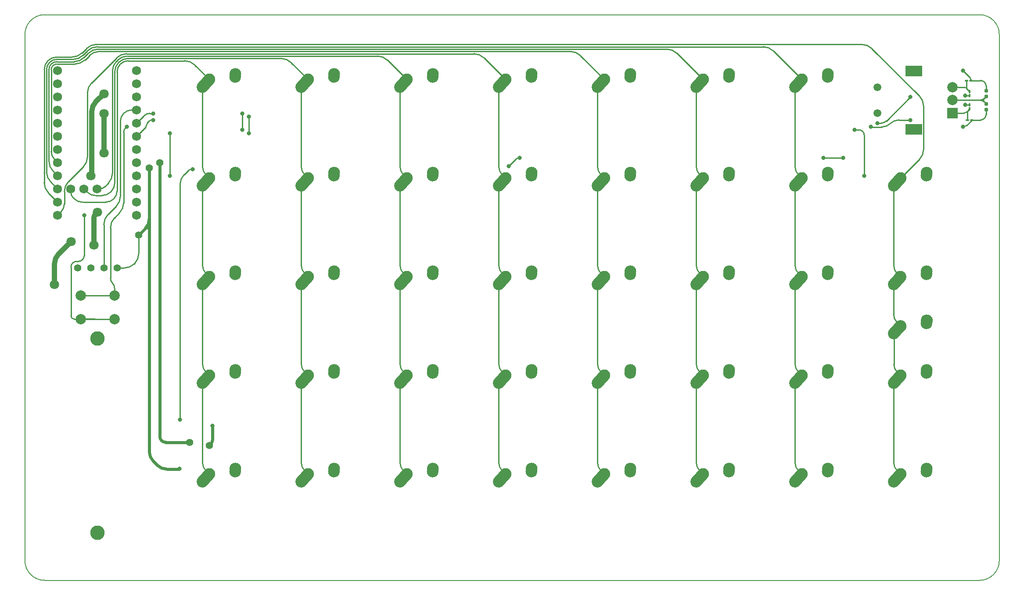
<source format=gbr>
G04 #@! TF.GenerationSoftware,KiCad,Pcbnew,(6.0.1)*
G04 #@! TF.CreationDate,2022-04-05T13:54:26+01:00*
G04 #@! TF.ProjectId,Keyboard Right Hand Side,4b657962-6f61-4726-9420-526967687420,rev?*
G04 #@! TF.SameCoordinates,Original*
G04 #@! TF.FileFunction,Copper,L1,Top*
G04 #@! TF.FilePolarity,Positive*
%FSLAX46Y46*%
G04 Gerber Fmt 4.6, Leading zero omitted, Abs format (unit mm)*
G04 Created by KiCad (PCBNEW (6.0.1)) date 2022-04-05 13:54:26*
%MOMM*%
%LPD*%
G01*
G04 APERTURE LIST*
G04 Aperture macros list*
%AMRoundRect*
0 Rectangle with rounded corners*
0 $1 Rounding radius*
0 $2 $3 $4 $5 $6 $7 $8 $9 X,Y pos of 4 corners*
0 Add a 4 corners polygon primitive as box body*
4,1,4,$2,$3,$4,$5,$6,$7,$8,$9,$2,$3,0*
0 Add four circle primitives for the rounded corners*
1,1,$1+$1,$2,$3*
1,1,$1+$1,$4,$5*
1,1,$1+$1,$6,$7*
1,1,$1+$1,$8,$9*
0 Add four rect primitives between the rounded corners*
20,1,$1+$1,$2,$3,$4,$5,0*
20,1,$1+$1,$4,$5,$6,$7,0*
20,1,$1+$1,$6,$7,$8,$9,0*
20,1,$1+$1,$8,$9,$2,$3,0*%
%AMHorizOval*
0 Thick line with rounded ends*
0 $1 width*
0 $2 $3 position (X,Y) of the first rounded end (center of the circle)*
0 $4 $5 position (X,Y) of the second rounded end (center of the circle)*
0 Add line between two ends*
20,1,$1,$2,$3,$4,$5,0*
0 Add two circle primitives to create the rounded ends*
1,1,$1,$2,$3*
1,1,$1,$4,$5*%
G04 Aperture macros list end*
G04 #@! TA.AperFunction,NonConductor*
%ADD10C,0.200000*%
G04 #@! TD*
G04 #@! TA.AperFunction,Profile*
%ADD11C,0.200000*%
G04 #@! TD*
G04 #@! TA.AperFunction,ComponentPad*
%ADD12C,2.250000*%
G04 #@! TD*
G04 #@! TA.AperFunction,ComponentPad*
%ADD13HorizOval,2.250000X0.655001X0.730000X-0.655001X-0.730000X0*%
G04 #@! TD*
G04 #@! TA.AperFunction,ComponentPad*
%ADD14HorizOval,2.250000X0.020000X0.290000X-0.020000X-0.290000X0*%
G04 #@! TD*
G04 #@! TA.AperFunction,SMDPad,CuDef*
%ADD15RoundRect,0.100000X0.217500X0.100000X-0.217500X0.100000X-0.217500X-0.100000X0.217500X-0.100000X0*%
G04 #@! TD*
G04 #@! TA.AperFunction,SMDPad,CuDef*
%ADD16RoundRect,0.155000X-0.155000X0.212500X-0.155000X-0.212500X0.155000X-0.212500X0.155000X0.212500X0*%
G04 #@! TD*
G04 #@! TA.AperFunction,SMDPad,CuDef*
%ADD17RoundRect,0.100000X-0.100000X0.217500X-0.100000X-0.217500X0.100000X-0.217500X0.100000X0.217500X0*%
G04 #@! TD*
G04 #@! TA.AperFunction,ComponentPad*
%ADD18C,2.000000*%
G04 #@! TD*
G04 #@! TA.AperFunction,SMDPad,CuDef*
%ADD19RoundRect,0.100000X0.100000X-0.217500X0.100000X0.217500X-0.100000X0.217500X-0.100000X-0.217500X0*%
G04 #@! TD*
G04 #@! TA.AperFunction,ComponentPad*
%ADD20C,1.500000*%
G04 #@! TD*
G04 #@! TA.AperFunction,ComponentPad*
%ADD21R,2.000000X2.000000*%
G04 #@! TD*
G04 #@! TA.AperFunction,ComponentPad*
%ADD22R,3.200000X2.000000*%
G04 #@! TD*
G04 #@! TA.AperFunction,ComponentPad*
%ADD23C,1.397000*%
G04 #@! TD*
G04 #@! TA.AperFunction,ComponentPad*
%ADD24C,1.752600*%
G04 #@! TD*
G04 #@! TA.AperFunction,ComponentPad*
%ADD25C,2.800000*%
G04 #@! TD*
G04 #@! TA.AperFunction,ViaPad*
%ADD26C,0.800000*%
G04 #@! TD*
G04 #@! TA.AperFunction,ViaPad*
%ADD27C,1.800000*%
G04 #@! TD*
G04 #@! TA.AperFunction,ViaPad*
%ADD28C,1.400000*%
G04 #@! TD*
G04 #@! TA.AperFunction,Conductor*
%ADD29C,0.250000*%
G04 #@! TD*
G04 #@! TA.AperFunction,Conductor*
%ADD30C,1.000000*%
G04 #@! TD*
G04 #@! TA.AperFunction,Conductor*
%ADD31C,0.600000*%
G04 #@! TD*
G04 APERTURE END LIST*
D10*
X261640000Y-53970000D02*
G75*
G03*
X261640000Y-53970000I-10000J0D01*
G01*
D11*
X264793323Y-41276677D02*
G75*
G03*
X260983323Y-37466677I-3809999J1D01*
G01*
X260983323Y-146683323D02*
G75*
G03*
X264793323Y-142873323I1J3809999D01*
G01*
X80646677Y-37466677D02*
X260983323Y-37466677D01*
X76836677Y-142873323D02*
X76836677Y-41276677D01*
X260983323Y-146683323D02*
X80646677Y-146683323D01*
X80646677Y-37466677D02*
G75*
G03*
X76836677Y-41276677I-1J-3809999D01*
G01*
X76836677Y-142873323D02*
G75*
G03*
X80646677Y-146683323I3809999J-1D01*
G01*
X264793323Y-41276677D02*
X264793323Y-142873323D01*
D12*
X226707300Y-49983000D03*
D13*
X226052301Y-50713000D03*
D12*
X231747300Y-48903000D03*
D14*
X231727300Y-49193000D03*
D12*
X169557300Y-88083000D03*
D13*
X168902301Y-88813000D03*
D14*
X174577300Y-87293000D03*
D12*
X174597300Y-87003000D03*
D15*
X259285000Y-50165000D03*
X258470000Y-50165000D03*
D13*
X187952301Y-126913000D03*
D12*
X188607300Y-126183000D03*
D14*
X193627300Y-125393000D03*
D12*
X193647300Y-125103000D03*
D16*
X262255000Y-52137500D03*
X262255000Y-53272500D03*
D13*
X187952301Y-69763000D03*
D12*
X188607300Y-69033000D03*
D14*
X193627300Y-68243000D03*
D12*
X193647300Y-67953000D03*
X131457300Y-107133000D03*
D13*
X130802301Y-107863000D03*
D12*
X136497300Y-106053000D03*
D14*
X136477300Y-106343000D03*
D17*
X259080000Y-54837500D03*
X259080000Y-55652500D03*
D13*
X130802301Y-88813000D03*
D12*
X131457300Y-88083000D03*
D14*
X136477300Y-87293000D03*
D12*
X136497300Y-87003000D03*
X207657300Y-88083000D03*
D13*
X207002301Y-88813000D03*
D14*
X212677300Y-87293000D03*
D12*
X212697300Y-87003000D03*
D13*
X111752301Y-50713000D03*
D12*
X112407300Y-49983000D03*
D14*
X117427300Y-49193000D03*
D12*
X117447300Y-48903000D03*
D15*
X259487500Y-57785000D03*
X258672500Y-57785000D03*
D12*
X226707300Y-107133000D03*
D13*
X226052301Y-107863000D03*
D12*
X231747300Y-106053000D03*
D14*
X231727300Y-106343000D03*
D13*
X168902301Y-50713000D03*
D12*
X169557300Y-49983000D03*
D14*
X174577300Y-49193000D03*
D12*
X174597300Y-48903000D03*
D13*
X226052301Y-88813000D03*
D12*
X226707300Y-88083000D03*
D14*
X231727300Y-87293000D03*
D12*
X231747300Y-87003000D03*
X150507300Y-69033000D03*
D13*
X149852301Y-69763000D03*
D14*
X155527300Y-68243000D03*
D12*
X155547300Y-67953000D03*
D13*
X168902301Y-69763000D03*
D12*
X169557300Y-69033000D03*
X174597300Y-67953000D03*
D14*
X174577300Y-68243000D03*
D12*
X112407300Y-126183000D03*
D13*
X111752301Y-126913000D03*
D14*
X117427300Y-125393000D03*
D12*
X117447300Y-125103000D03*
D16*
X262255000Y-54677500D03*
X262255000Y-55812500D03*
D13*
X130802301Y-126913000D03*
D12*
X131457300Y-126183000D03*
D14*
X136477300Y-125393000D03*
D12*
X136497300Y-125103000D03*
X245757300Y-126183000D03*
D13*
X245102301Y-126913000D03*
D14*
X250777300Y-125393000D03*
D12*
X250797300Y-125103000D03*
D18*
X87630000Y-91730000D03*
X94130000Y-91730000D03*
X87630000Y-96230000D03*
X94130000Y-96230000D03*
D12*
X188607300Y-107133000D03*
D13*
X187952301Y-107863000D03*
D14*
X193627300Y-106343000D03*
D12*
X193647300Y-106053000D03*
X150507300Y-49983000D03*
D13*
X149852301Y-50713000D03*
D14*
X155527300Y-49193000D03*
D12*
X155547300Y-48903000D03*
X131457300Y-69033000D03*
D13*
X130802301Y-69763000D03*
D14*
X136477300Y-68243000D03*
D12*
X136497300Y-67953000D03*
D13*
X187952301Y-88813000D03*
D12*
X188607300Y-88083000D03*
D14*
X193627300Y-87293000D03*
D12*
X193647300Y-87003000D03*
X226707300Y-69033000D03*
D13*
X226052301Y-69763000D03*
D12*
X231747300Y-67953000D03*
D14*
X231727300Y-68243000D03*
D13*
X245102301Y-69763000D03*
D12*
X245757300Y-69033000D03*
D14*
X250777300Y-68243000D03*
D12*
X250797300Y-67953000D03*
D13*
X168902301Y-107863000D03*
D12*
X169557300Y-107133000D03*
D14*
X174577300Y-106343000D03*
D12*
X174597300Y-106053000D03*
X207657300Y-69033000D03*
D13*
X207002301Y-69763000D03*
D14*
X212677300Y-68243000D03*
D12*
X212697300Y-67953000D03*
D13*
X168902301Y-126913000D03*
D12*
X169557300Y-126183000D03*
X174597300Y-125103000D03*
D14*
X174577300Y-125393000D03*
D13*
X149852301Y-126913000D03*
D12*
X150507300Y-126183000D03*
D14*
X155527300Y-125393000D03*
D12*
X155547300Y-125103000D03*
D19*
X259080000Y-53112500D03*
X259080000Y-52297500D03*
D12*
X131457300Y-49983000D03*
D13*
X130802301Y-50713000D03*
D12*
X136497300Y-48903000D03*
D14*
X136477300Y-49193000D03*
D20*
X241275000Y-51470000D03*
X241275000Y-56470000D03*
D21*
X255775000Y-56470000D03*
D18*
X255775000Y-51470000D03*
X255775000Y-53970000D03*
D22*
X248275000Y-48370000D03*
X248275000Y-59570000D03*
D12*
X245772300Y-97603000D03*
D13*
X245117301Y-98333000D03*
D14*
X250792300Y-96813000D03*
D12*
X250812300Y-96523000D03*
D13*
X245087301Y-107863000D03*
D12*
X245742300Y-107133000D03*
D14*
X250762300Y-106343000D03*
D12*
X250782300Y-106053000D03*
D13*
X111752301Y-69763000D03*
D12*
X112407300Y-69033000D03*
X117447300Y-67953000D03*
D14*
X117427300Y-68243000D03*
D12*
X207657300Y-49983000D03*
D13*
X207002301Y-50713000D03*
D12*
X212697300Y-48903000D03*
D14*
X212677300Y-49193000D03*
D13*
X149852301Y-107863000D03*
D12*
X150507300Y-107133000D03*
X155547300Y-106053000D03*
D14*
X155527300Y-106343000D03*
D12*
X226707300Y-126183000D03*
D13*
X226052301Y-126913000D03*
D12*
X231747300Y-125103000D03*
D14*
X231727300Y-125393000D03*
D23*
X94605000Y-86360000D03*
X92065000Y-86360000D03*
X89525000Y-86360000D03*
X86985000Y-86360000D03*
D12*
X207657300Y-126183000D03*
D13*
X207002301Y-126913000D03*
D14*
X212677300Y-125393000D03*
D12*
X212697300Y-125103000D03*
X207657300Y-107133000D03*
D13*
X207002301Y-107863000D03*
D12*
X212697300Y-106053000D03*
D14*
X212677300Y-106343000D03*
D24*
X83157300Y-48234750D03*
X83157300Y-50774750D03*
X83157300Y-53314750D03*
X83157300Y-55854750D03*
X83157300Y-58394750D03*
X83157300Y-60934750D03*
X83157300Y-63474750D03*
X83157300Y-66014750D03*
X83157300Y-68554750D03*
X83157300Y-71094750D03*
X83157300Y-73634750D03*
X83157300Y-76174750D03*
X98397300Y-76174750D03*
X98397300Y-73634750D03*
X98397300Y-71094750D03*
X98397300Y-68554750D03*
X98397300Y-66014750D03*
X98397300Y-63474750D03*
X98397300Y-60934750D03*
X98397300Y-58394750D03*
X98397300Y-55854750D03*
X98397300Y-53314750D03*
X98397300Y-50774750D03*
X98397300Y-48234750D03*
X85697300Y-71094750D03*
X88237300Y-71094750D03*
X90777300Y-71094750D03*
D13*
X111752301Y-107863000D03*
D12*
X112407300Y-107133000D03*
D14*
X117427300Y-106343000D03*
D12*
X117447300Y-106053000D03*
D25*
X90805000Y-137495000D03*
X90805000Y-99995000D03*
D13*
X149852301Y-88813000D03*
D12*
X150507300Y-88083000D03*
X155547300Y-87003000D03*
D14*
X155527300Y-87293000D03*
D12*
X112407300Y-88083000D03*
D13*
X111752301Y-88813000D03*
D14*
X117427300Y-87293000D03*
D12*
X117447300Y-87003000D03*
X188607300Y-49983000D03*
D13*
X187952301Y-50713000D03*
D14*
X193627300Y-49193000D03*
D12*
X193647300Y-48903000D03*
D13*
X245057301Y-88813000D03*
D12*
X245712300Y-88083000D03*
D14*
X250732300Y-87293000D03*
D12*
X250752300Y-87003000D03*
D26*
X230835000Y-65100000D03*
X234645000Y-65100000D03*
D27*
X90805000Y-75565000D03*
X90170000Y-81915000D03*
X85725000Y-81280000D03*
X82550000Y-89535000D03*
D28*
X98806000Y-80010000D03*
X100838000Y-67056000D03*
D26*
X88265000Y-76200000D03*
X258217500Y-54837500D03*
X113030000Y-116840000D03*
D28*
X102870000Y-66040000D03*
D26*
X258217500Y-53112500D03*
D28*
X112395000Y-120650000D03*
X108585000Y-120015000D03*
D27*
X92075000Y-56515000D03*
X92075000Y-64135000D03*
X89535000Y-68580000D03*
X92075000Y-52705000D03*
D26*
X106680000Y-125095000D03*
X236855000Y-59690000D03*
X238760000Y-68580000D03*
X247650000Y-57785000D03*
X120015000Y-60325000D03*
X120015000Y-57150000D03*
X240030000Y-59055000D03*
X101600000Y-57785000D03*
X257810000Y-59055000D03*
X101600000Y-56515000D03*
X247650000Y-53340000D03*
X118745000Y-59690000D03*
X241300000Y-58420000D03*
X257810000Y-48260000D03*
X118745000Y-56515000D03*
X104775000Y-60325000D03*
X172236017Y-65100000D03*
X170180000Y-66675000D03*
X104775000Y-68580000D03*
X106770000Y-115660000D03*
X109220000Y-67310000D03*
X96520000Y-59055000D03*
D29*
X94479391Y-91730000D02*
G75*
G02*
X94479397Y-91730000I3J-982011824D01*
G01*
X93563877Y-91730000D02*
G75*
G02*
X93563883Y-91730000I3J-982011824D01*
G01*
X94455177Y-91730000D02*
G75*
G02*
X94455183Y-91730000I3J-982011824D01*
G01*
X94323578Y-91730000D02*
G75*
G02*
X94323584Y-91730000I3J-982011824D01*
G01*
X94537871Y-91730000D02*
G75*
G02*
X94537877Y-91730000I3J-982011824D01*
G01*
X94479228Y-91730000D02*
G75*
G02*
X94479232Y-91730000I2J-982011824D01*
G01*
X94289132Y-91730000D02*
G75*
G02*
X94289138Y-91730000I3J-982011824D01*
G01*
X93555872Y-91730000D02*
G75*
G02*
X93555878Y-91730000I3J-982011824D01*
G01*
X93659221Y-91730000D02*
G75*
G02*
X93659227Y-91730000I3J-982011824D01*
G01*
X94181327Y-91730000D02*
G75*
G02*
X94181333Y-91730000I3J-982011824D01*
G01*
X94482762Y-91730000D02*
G75*
G02*
X94482762Y-91730000I0J0D01*
G01*
X94482762Y-91730000D02*
G75*
G02*
X94482785Y-91730000I11J-982011824D01*
G01*
X94482785Y-91730000D02*
G75*
G02*
X94482762Y-91730000I-12J1165471824D01*
G01*
X94544659Y-91730000D02*
G75*
G02*
X94544649Y-91730000I-5J1165471824D01*
G01*
X94544888Y-91730000D02*
G75*
G02*
X94544888Y-91730000I0J0D01*
G01*
X93660843Y-91730000D02*
G75*
G02*
X93660849Y-91730000I3J-982011824D01*
G01*
X94071108Y-91730000D02*
G75*
G02*
X94071098Y-91730000I-5J1165471824D01*
G01*
X93489122Y-91730000D02*
G75*
G02*
X93489128Y-91730000I3J-982011824D01*
G01*
X94422786Y-91730000D02*
G75*
G02*
X94422796Y-91730000I5J-982011824D01*
G01*
X93545265Y-91730000D02*
G75*
G02*
X93545271Y-91730000I3J-982011824D01*
G01*
X94190940Y-91730000D02*
G75*
G02*
X94190946Y-91730000I3J-982011824D01*
G01*
X94191865Y-91730000D02*
G75*
G02*
X94191871Y-91730000I3J-982011824D01*
G01*
X94537592Y-91730000D02*
G75*
G02*
X94537600Y-91730000I4J-982011824D01*
G01*
X94182935Y-91730000D02*
G75*
G02*
X94182941Y-91730000I3J-982011824D01*
G01*
X94402862Y-91730000D02*
G75*
G02*
X94402853Y-91730000I-5J1165471824D01*
G01*
X94489622Y-91730000D02*
G75*
G02*
X94489628Y-91730000I3J-982011824D01*
G01*
X94297741Y-91730000D02*
G75*
G02*
X94297753Y-91730000I6J-982011824D01*
G01*
X93769932Y-91730000D02*
G75*
G02*
X93769938Y-91730000I3J-982011824D01*
G01*
X94544819Y-91730000D02*
G75*
G02*
X94544827Y-91730000I4J-982011824D01*
G01*
X94456506Y-91730000D02*
G75*
G02*
X94456512Y-91730000I3J-982011824D01*
G01*
X94315359Y-91730000D02*
G75*
G02*
X94315365Y-91730000I3J-982011824D01*
G01*
X94543976Y-91730000D02*
G75*
G02*
X94543976Y-91730000I0J0D01*
G01*
X94426361Y-91730000D02*
G75*
G02*
X94426369Y-91730000I4J-982011824D01*
G01*
X94522855Y-91730000D02*
G75*
G02*
X94522861Y-91730000I3J-982011824D01*
G01*
X94479015Y-91730000D02*
G75*
G02*
X94479021Y-91730000I3J-982011824D01*
G01*
X93392973Y-91730000D02*
G75*
G02*
X93392979Y-91730000I3J-982011824D01*
G01*
X94377213Y-91730000D02*
G75*
G02*
X94377207Y-91730000I-3J1165471824D01*
G01*
X93518298Y-91730000D02*
G75*
G02*
X93518305Y-91730000I3J-982011824D01*
G01*
X93103754Y-91730000D02*
G75*
G02*
X93103760Y-91730000I3J-982011824D01*
G01*
X94537375Y-91730000D02*
G75*
G02*
X94537382Y-91730000I3J-982011824D01*
G01*
X94296076Y-91730000D02*
G75*
G02*
X94296082Y-91730000I3J-982011824D01*
G01*
X94529386Y-91730000D02*
G75*
G02*
X94529386Y-91730000I0J0D01*
G01*
X94071362Y-91730000D02*
G75*
G02*
X94071352Y-91730000I-5J1165471824D01*
G01*
X94533182Y-91730000D02*
G75*
G02*
X94533193Y-91730000I5J-982011824D01*
G01*
X93654928Y-91730000D02*
G75*
G02*
X93654934Y-91730000I3J-982011824D01*
G01*
X94453657Y-91730000D02*
G75*
G02*
X94453663Y-91730000I3J-982011824D01*
G01*
X94287901Y-91730000D02*
G75*
G02*
X94287907Y-91730000I3J-982011824D01*
G01*
X94514265Y-91730000D02*
G75*
G02*
X94514275Y-91730000I5J-982011824D01*
G01*
X94070718Y-91730000D02*
G75*
G02*
X94070718Y-91730000I0J0D01*
G01*
X94325602Y-91730000D02*
G75*
G02*
X94325608Y-91730000I3J-982011824D01*
G01*
X93792658Y-91730000D02*
G75*
G02*
X93792651Y-91730000I-4J1165471824D01*
G01*
X94375873Y-91730000D02*
G75*
G02*
X94375863Y-91730000I-5J1165471824D01*
G01*
X94184163Y-91730000D02*
G75*
G02*
X94184169Y-91730000I3J-982011824D01*
G01*
X94186647Y-91730000D02*
G75*
G02*
X94186653Y-91730000I3J-982011824D01*
G01*
X94532800Y-91730000D02*
G75*
G02*
X94532806Y-91730000I3J-982011824D01*
G01*
X94185785Y-91730000D02*
G75*
G02*
X94185791Y-91730000I3J-982011824D01*
G01*
X94522564Y-91730000D02*
G75*
G02*
X94522570Y-91730000I3J-982011824D01*
G01*
X93521427Y-91730000D02*
G75*
G02*
X93521433Y-91730000I3J-982011824D01*
G01*
X94496670Y-91730000D02*
G75*
G02*
X94496677Y-91730000I3J-982011824D01*
G01*
X93098434Y-91730000D02*
G75*
G02*
X93098440Y-91730000I3J-982011824D01*
G01*
X94543603Y-91730000D02*
G75*
G02*
X94543609Y-91730000I3J-982011824D01*
G01*
X93126790Y-91730000D02*
G75*
G02*
X93126796Y-91730000I3J-982011824D01*
G01*
X93549012Y-91730000D02*
G75*
G02*
X93549012Y-91730000I0J0D01*
G01*
X93549012Y-91730000D02*
G75*
G02*
X93549035Y-91730000I11J-982011824D01*
G01*
X93549035Y-91730000D02*
G75*
G02*
X93549012Y-91730000I-12J1165471824D01*
G01*
X93575541Y-91730000D02*
G75*
G02*
X93575547Y-91730000I3J-982011824D01*
G01*
X94327210Y-91730000D02*
G75*
G02*
X94327216Y-91730000I3J-982011824D01*
G01*
X94282083Y-91730000D02*
G75*
G02*
X94282100Y-91730000I8J-982011824D01*
G01*
X94323981Y-91730000D02*
G75*
G02*
X94323993Y-91730000I6J-982011824D01*
G01*
X94544766Y-91730000D02*
G75*
G02*
X94544770Y-91730000I2J-982011824D01*
G01*
X93545761Y-91730000D02*
G75*
G02*
X93545767Y-91730000I3J-982011824D01*
G01*
X93774511Y-91730000D02*
G75*
G02*
X93774523Y-91730000I6J-982011824D01*
G01*
X93108047Y-91730000D02*
G75*
G02*
X93108053Y-91730000I3J-982011824D01*
G01*
X94531179Y-91730000D02*
G75*
G02*
X94531191Y-91730000I6J-982011824D01*
G01*
X94543976Y-91730000D02*
G75*
G02*
X94543988Y-91730000I6J-982011824D01*
G01*
X93100042Y-91730000D02*
G75*
G02*
X93100048Y-91730000I3J-982011824D01*
G01*
X94541537Y-91730000D02*
G75*
G02*
X94541549Y-91730000I6J-982011824D01*
G01*
X93662576Y-91730000D02*
G75*
G02*
X93662582Y-91730000I3J-982011824D01*
G01*
X94297629Y-91730000D02*
G75*
G02*
X94297635Y-91730000I3J-982011824D01*
G01*
X94541120Y-91730000D02*
G75*
G02*
X94541120Y-91730000I0J0D01*
G01*
X94521336Y-91730000D02*
G75*
G02*
X94521342Y-91730000I3J-982011824D01*
G01*
X94531067Y-91730000D02*
G75*
G02*
X94531073Y-91730000I3J-982011824D01*
G01*
X94482762Y-91730000D02*
G75*
G02*
X94482774Y-91730000I6J-982011824D01*
G01*
X93519907Y-91730000D02*
G75*
G02*
X93519913Y-91730000I3J-982011824D01*
G01*
X93545478Y-91730000D02*
G75*
G02*
X93545482Y-91730000I2J-982011824D01*
G01*
X94281010Y-91730000D02*
G75*
G02*
X94281016Y-91730000I3J-982011824D01*
G01*
X93771545Y-91730000D02*
G75*
G02*
X93771561Y-91730000I8J-982011824D01*
G01*
X94537751Y-91730000D02*
G75*
G02*
X94537757Y-91730000I3J-982011824D01*
G01*
X93107187Y-91730000D02*
G75*
G02*
X93107193Y-91730000I3J-982011824D01*
G01*
X94529013Y-91730000D02*
G75*
G02*
X94529019Y-91730000I3J-982011824D01*
G01*
X94269989Y-91730000D02*
G75*
G02*
X94269995Y-91730000I3J-982011824D01*
G01*
X94539371Y-91730000D02*
G75*
G02*
X94539377Y-91730000I3J-982011824D01*
G01*
X93562920Y-91730000D02*
G75*
G02*
X93562927Y-91730000I3J-982011824D01*
G01*
X94515517Y-91730000D02*
G75*
G02*
X94515534Y-91730000I8J-982011824D01*
G01*
X94454888Y-91730000D02*
G75*
G02*
X94454894Y-91730000I3J-982011824D01*
G01*
X94529386Y-91730000D02*
G75*
G02*
X94529398Y-91730000I6J-982011824D01*
G01*
X94182429Y-91730000D02*
G75*
G02*
X94182435Y-91730000I3J-982011824D01*
G01*
X93555987Y-91730000D02*
G75*
G02*
X93555993Y-91730000I3J-982011824D01*
G01*
X94544888Y-91730000D02*
G75*
G02*
X94544909Y-91730000I10J-982011824D01*
G01*
X93135721Y-91730000D02*
G75*
G02*
X93135727Y-91730000I3J-982011824D01*
G01*
X94070718Y-91730000D02*
G75*
G02*
X94070738Y-91730000I10J-982011824D01*
G01*
X93109769Y-91730000D02*
G75*
G02*
X93109775Y-91730000I3J-982011824D01*
G01*
X94543077Y-91730000D02*
G75*
G02*
X94543084Y-91730000I3J-982011824D01*
G01*
X93489411Y-91730000D02*
G75*
G02*
X93489417Y-91730000I3J-982011824D01*
G01*
X93519401Y-91730000D02*
G75*
G02*
X93519407Y-91730000I3J-982011824D01*
G01*
X93466512Y-91730000D02*
G75*
G02*
X93466518Y-91730000I3J-982011824D01*
G01*
X94056042Y-91730000D02*
G75*
G02*
X94056049Y-91730000I3J-982011824D01*
G01*
X94322247Y-91730000D02*
G75*
G02*
X94322253Y-91730000I3J-982011824D01*
G01*
X93549012Y-91730000D02*
G75*
G02*
X93549024Y-91730000I6J-982011824D01*
G01*
X93549061Y-91730000D02*
G75*
G02*
X93549069Y-91730000I4J-982011824D01*
G01*
X94489331Y-91730000D02*
G75*
G02*
X94489337Y-91730000I3J-982011824D01*
G01*
X94544636Y-91730000D02*
G75*
G02*
X94544649Y-91730000I6J-982011824D01*
G01*
X93792647Y-91730000D02*
G75*
G02*
X93792651Y-91730000I2J-982011824D01*
G01*
X94528487Y-91730000D02*
G75*
G02*
X94528494Y-91730000I3J-982011824D01*
G01*
X94071094Y-91730000D02*
G75*
G02*
X94071098Y-91730000I2J-982011824D01*
G01*
X94541106Y-91730000D02*
G75*
G02*
X94541120Y-91730000I7J-982011824D01*
G01*
X94377204Y-91730000D02*
G75*
G02*
X94377207Y-91730000I1J-982011824D01*
G01*
X93545478Y-91730000D02*
G75*
G02*
X93545482Y-91730000I2J-982011824D01*
G01*
X94375859Y-91730000D02*
G75*
G02*
X94375863Y-91730000I2J-982011824D01*
G01*
X94281125Y-91730000D02*
G75*
G02*
X94281131Y-91730000I3J-982011824D01*
G01*
X94453151Y-91730000D02*
G75*
G02*
X94453157Y-91730000I3J-982011824D01*
G01*
X94073465Y-91730000D02*
G75*
G02*
X94073474Y-91730000I4J-982011824D01*
G01*
X94479228Y-91730000D02*
G75*
G02*
X94479232Y-91730000I2J-982011824D01*
G01*
X94452048Y-91730000D02*
G75*
G02*
X94452055Y-91730000I3J-982011824D01*
G01*
X93547376Y-91730000D02*
G75*
G02*
X93547382Y-91730000I3J-982011824D01*
G01*
X94488406Y-91730000D02*
G75*
G02*
X94488413Y-91730000I3J-982011824D01*
G01*
X94073817Y-91730000D02*
G75*
G02*
X94073821Y-91730000I2J-982011824D01*
G01*
X94071348Y-91730000D02*
G75*
G02*
X94071352Y-91730000I2J-982011824D01*
G01*
X94541169Y-91730000D02*
G75*
G02*
X94541177Y-91730000I4J-982011824D01*
G01*
X94402850Y-91730000D02*
G75*
G02*
X94402853Y-91730000I1J-982011824D01*
G01*
X93045077Y-91730000D02*
X93044672Y-91730000D01*
X93518609Y-91730000D02*
X93518546Y-91730000D01*
X93551535Y-91730000D02*
X93551265Y-91730000D01*
X93052253Y-91730000D02*
X93052088Y-91730000D01*
X93439272Y-91730000D02*
X93439205Y-91730000D01*
X93805354Y-91730000D02*
X93805265Y-91730000D01*
X93858057Y-91730000D02*
X93857854Y-91730000D01*
X93513831Y-91730000D02*
X93513631Y-91730000D01*
X93770436Y-91730000D02*
X93770383Y-91730000D01*
X94205680Y-91730000D02*
X94205477Y-91730000D01*
X93785561Y-91730000D02*
X93785472Y-91730000D01*
X94326443Y-91730000D02*
X94326380Y-91730000D01*
X93081026Y-91730000D02*
X93080861Y-91730000D01*
X93772108Y-91730000D02*
X93772026Y-91730000D01*
X93437076Y-91730000D02*
X93436797Y-91730000D01*
X93828678Y-91730000D02*
X93828469Y-91730000D01*
X93754775Y-91730000D02*
X93754712Y-91730000D01*
X93156528Y-91730000D02*
X93156326Y-91730000D01*
X94276502Y-91730000D02*
X94276325Y-91730000D01*
X93774474Y-91730000D02*
X93774424Y-91730000D01*
X93557404Y-91730000D02*
X93557303Y-91730000D01*
X94483042Y-91730000D02*
X94482989Y-91730000D01*
X94179787Y-91730000D02*
X94179718Y-91730000D01*
X93930756Y-91730000D02*
X93930655Y-91730000D01*
X94529933Y-91730000D02*
X94529864Y-91730000D01*
X93501353Y-91730000D02*
X93501024Y-91730000D01*
X94473665Y-91730000D02*
X94472586Y-91730000D01*
X94169917Y-91730000D02*
X94169817Y-91730000D01*
X93489538Y-91730000D02*
X93489487Y-91730000D01*
X94049549Y-91730000D02*
X94049448Y-91730000D01*
X94067533Y-91730000D02*
X94067418Y-91730000D01*
X93983124Y-91730000D02*
X93983074Y-91730000D01*
X93554229Y-91730000D02*
X93553965Y-91730000D01*
X93646705Y-91730000D02*
X93646300Y-91730000D01*
X93090392Y-91730000D02*
X93090341Y-91730000D01*
X94529798Y-91730000D02*
X94529728Y-91730000D01*
X94107626Y-91730000D02*
X94107176Y-91730000D01*
X94500871Y-91730000D02*
X94500669Y-91730000D01*
X93101771Y-91730000D02*
X93101733Y-91730000D01*
X94450969Y-91730000D02*
X94450842Y-91730000D01*
X92972130Y-91730000D02*
X92968078Y-91730000D01*
X94426720Y-91730000D02*
X94426654Y-91730000D01*
X94179568Y-91730000D02*
X94179523Y-91730000D01*
X94031178Y-91730000D02*
X94031033Y-91730000D01*
X94489977Y-91730000D02*
X94489945Y-91730000D01*
X93582622Y-91730000D02*
X93582344Y-91730000D01*
X94285050Y-91730000D02*
X94284981Y-91730000D01*
X94361260Y-91730000D02*
X94361035Y-91730000D01*
X94068458Y-91730000D02*
X94068326Y-91730000D01*
X94324221Y-91730000D02*
X94324189Y-91730000D01*
X93157793Y-91730000D02*
X93157691Y-91730000D01*
X93793216Y-91730000D02*
X93792950Y-91730000D01*
X94298114Y-91730000D02*
X94298051Y-91730000D01*
X93654510Y-91730000D02*
X93654484Y-91730000D01*
X94095142Y-91730000D02*
X94094939Y-91730000D01*
X93097731Y-91730000D02*
X93097685Y-91730000D01*
X94170274Y-91730000D02*
X94170250Y-91730000D01*
X93655193Y-91730000D02*
X93655016Y-91730000D01*
X93679611Y-91730000D02*
X93679560Y-91730000D01*
X93526314Y-91730000D02*
X93526263Y-91730000D01*
X94328687Y-91730000D02*
X94328599Y-91730000D01*
X94456113Y-91730000D02*
X94455970Y-91730000D01*
X94192277Y-91730000D02*
X94192011Y-91730000D01*
X94274900Y-91730000D02*
X94274659Y-91730000D01*
X94280959Y-91730000D02*
X94280928Y-91730000D01*
X93172738Y-91730000D02*
X93170711Y-91730000D01*
X93441660Y-91730000D02*
X93441122Y-91730000D01*
X94499480Y-91730000D02*
X94499235Y-91730000D01*
X94356168Y-91730000D02*
X94356162Y-91730000D01*
X93492424Y-91730000D02*
X93492361Y-91730000D01*
X93130288Y-91730000D02*
X93130086Y-91730000D01*
X93505203Y-91730000D02*
X93504925Y-91730000D01*
X94197675Y-91730000D02*
X94197472Y-91730000D01*
X94078922Y-91730000D02*
X94078896Y-91730000D01*
X94297810Y-91730000D02*
X94297778Y-91730000D01*
X92947179Y-91730000D02*
X92946014Y-91730000D01*
X94353703Y-91730000D02*
X94353434Y-91730000D01*
X93097483Y-91730000D02*
X93097356Y-91730000D01*
X93755232Y-91730000D02*
X93755004Y-91730000D01*
X93128742Y-91730000D02*
X93128692Y-91730000D01*
X93437790Y-91730000D02*
X93437709Y-91730000D01*
X94299465Y-91730000D02*
X94299427Y-91730000D01*
X94281771Y-91730000D02*
X94281704Y-91730000D01*
X94268300Y-91730000D02*
X94268250Y-91730000D01*
X93786390Y-91730000D02*
X93786264Y-91730000D01*
X94266222Y-91730000D02*
X94266172Y-91730000D01*
X93660992Y-91730000D02*
X93660961Y-91730000D01*
X93038495Y-91730000D02*
X93038393Y-91730000D01*
X93079853Y-91730000D02*
X93079574Y-91730000D01*
X93188290Y-91730000D02*
X93187986Y-91730000D01*
X94495651Y-91730000D02*
X94495600Y-91730000D01*
X94184588Y-91730000D02*
X94184530Y-91730000D01*
X94070489Y-91730000D02*
X94070476Y-91730000D01*
X94532242Y-91730000D02*
X94532115Y-91730000D01*
X94049751Y-91730000D02*
X94049650Y-91730000D01*
X93449385Y-91730000D02*
X93449303Y-91730000D01*
X94509128Y-91730000D02*
X94508785Y-91730000D01*
X94180585Y-91730000D02*
X94180553Y-91730000D01*
X94455002Y-91730000D02*
X94454926Y-91730000D01*
X94032175Y-91730000D02*
X94031559Y-91730000D01*
X93770289Y-91730000D02*
X93770259Y-91730000D01*
X94280795Y-91730000D02*
X94280770Y-91730000D01*
X94367414Y-91730000D02*
X94367154Y-91730000D01*
X93490323Y-91730000D02*
X93490316Y-91730000D01*
X93492279Y-91730000D02*
X93492178Y-91730000D01*
X93572096Y-91730000D02*
X93571563Y-91730000D01*
X93091304Y-91730000D02*
X93091050Y-91730000D01*
X94537500Y-91730000D02*
X94537450Y-91730000D01*
X93468916Y-91730000D02*
X93468587Y-91730000D01*
X94538929Y-91730000D02*
X94538802Y-91730000D01*
X92996246Y-91730000D02*
X92995841Y-91730000D01*
X93087333Y-91730000D02*
X93087301Y-91730000D01*
X94172228Y-91730000D02*
X94172063Y-91730000D01*
X93198071Y-91730000D02*
X93197667Y-91730000D01*
X93775080Y-91730000D02*
X93775029Y-91730000D01*
X94170527Y-91730000D02*
X94170400Y-91730000D01*
X93110807Y-91730000D02*
X93110630Y-91730000D01*
X93469474Y-91730000D02*
X93469246Y-91730000D01*
X94362333Y-91730000D02*
X94362107Y-91730000D01*
X92941734Y-91730000D02*
X92941329Y-91730000D01*
X93664335Y-91730000D02*
X93664234Y-91730000D01*
X94457762Y-91730000D02*
X94457558Y-91730000D01*
X94544591Y-91730000D02*
X94544524Y-91730000D01*
X94303450Y-91730000D02*
X94303187Y-91730000D01*
X94067348Y-91730000D02*
X94067324Y-91730000D01*
X93029807Y-91730000D02*
X93027654Y-91730000D01*
X94506076Y-91730000D02*
X94506052Y-91730000D01*
X93688957Y-91730000D02*
X93688249Y-91730000D01*
X93105060Y-91730000D02*
X93104934Y-91730000D01*
X93868446Y-91730000D02*
X93868396Y-91730000D01*
X92815695Y-91730000D02*
X92813466Y-91730000D01*
X94342409Y-91730000D02*
X94341839Y-91730000D01*
X93558019Y-91730000D02*
X93557881Y-91730000D01*
X93488132Y-91730000D02*
X93488106Y-91730000D01*
X93566182Y-91730000D02*
X93566131Y-91730000D01*
X94057506Y-91730000D02*
X94057376Y-91730000D01*
X94057900Y-91730000D02*
X94057766Y-91730000D01*
X93726849Y-91730000D02*
X93726651Y-91730000D01*
X93082540Y-91730000D02*
X93082489Y-91730000D01*
X93529099Y-91730000D02*
X93528036Y-91730000D01*
X93075978Y-91730000D02*
X93075775Y-91730000D01*
X94457558Y-91730000D02*
X94457355Y-91730000D01*
X93984378Y-91730000D02*
X93984327Y-91730000D01*
X94185392Y-91730000D02*
X94185247Y-91730000D01*
X94275408Y-91730000D02*
X94275345Y-91730000D01*
X93971232Y-91730000D02*
X93971182Y-91730000D01*
X93493691Y-91730000D02*
X93493663Y-91730000D01*
X94480733Y-91730000D02*
X94480708Y-91730000D01*
X92932007Y-91730000D02*
X92931468Y-91730000D01*
X93701705Y-91730000D02*
X93699119Y-91730000D01*
X94423589Y-91730000D02*
X94423533Y-91730000D01*
X93492594Y-91730000D02*
X93492585Y-91730000D01*
X94328460Y-91730000D02*
X94328402Y-91730000D01*
X92807592Y-91730000D02*
X92807186Y-91730000D01*
X94426907Y-91730000D02*
X94426809Y-91730000D01*
X93673273Y-91730000D02*
X93673134Y-91730000D01*
X93549392Y-91730000D02*
X93549342Y-91730000D01*
X94456949Y-91730000D02*
X94456746Y-91730000D01*
X93543896Y-91730000D02*
X93543820Y-91730000D01*
X93661802Y-91730000D02*
X93661777Y-91730000D01*
X94352152Y-91730000D02*
X94352084Y-91730000D01*
X94358353Y-91730000D02*
X94358214Y-91730000D01*
X93523605Y-91730000D02*
X93523402Y-91730000D01*
X94522982Y-91730000D02*
X94522931Y-91730000D01*
X93754122Y-91730000D02*
X93754004Y-91730000D01*
X94355846Y-91730000D02*
X94355773Y-91730000D01*
X94323818Y-91730000D02*
X94323742Y-91730000D01*
X94397896Y-91730000D02*
X94397055Y-91730000D01*
X93776151Y-91730000D02*
X93775986Y-91730000D01*
X94479391Y-91730000D02*
X94479373Y-91730000D01*
X94049650Y-91730000D02*
X94049549Y-91730000D01*
X93083203Y-91730000D02*
X93083140Y-91730000D01*
X94167512Y-91730000D02*
X94167284Y-91730000D01*
X93119544Y-91730000D02*
X93119037Y-91730000D01*
X94368499Y-91730000D02*
X94367689Y-91730000D01*
X94015243Y-91730000D02*
X94015205Y-91730000D01*
X94282401Y-91730000D02*
X94282268Y-91730000D01*
X94061181Y-91730000D02*
X94060945Y-91730000D01*
X93549188Y-91730000D02*
X93549137Y-91730000D01*
X94286281Y-91730000D02*
X94285775Y-91730000D01*
X94017534Y-91730000D02*
X94017180Y-91730000D01*
X93764847Y-91730000D02*
X93764037Y-91730000D01*
X93550189Y-91730000D02*
X93550126Y-91730000D01*
X94299161Y-91730000D02*
X94299028Y-91730000D01*
X94543385Y-91730000D02*
X94543353Y-91730000D01*
X93122994Y-91730000D02*
X93122892Y-91730000D01*
X94511306Y-91730000D02*
X94511103Y-91730000D01*
X94463381Y-91730000D02*
X94463374Y-91730000D01*
X93754712Y-91730000D02*
X93754649Y-91730000D01*
X94269451Y-91730000D02*
X94269445Y-91730000D01*
X92712047Y-91730000D02*
X92703435Y-91730000D01*
X92942544Y-91730000D02*
X92942139Y-91730000D01*
X94470425Y-91730000D02*
X94469344Y-91730000D01*
X93182465Y-91730000D02*
X93182262Y-91730000D01*
X93093688Y-91730000D02*
X93093434Y-91730000D01*
X93792117Y-91730000D02*
X93792072Y-91730000D01*
X94179718Y-91730000D02*
X94179668Y-91730000D01*
X93916977Y-91730000D02*
X93916876Y-91730000D01*
X94204938Y-91730000D02*
X94204875Y-91730000D01*
X94322775Y-91730000D02*
X94322628Y-91730000D01*
X94517104Y-91730000D02*
X94516958Y-91730000D01*
X93419347Y-91730000D02*
X93418562Y-91730000D01*
X93107520Y-91730000D02*
X93107457Y-91730000D01*
X93470009Y-91730000D02*
X93469906Y-91730000D01*
X94524192Y-91730000D02*
X94523926Y-91730000D01*
X93153488Y-91730000D02*
X93152475Y-91730000D01*
X93105870Y-91730000D02*
X93105744Y-91730000D01*
X93777888Y-91730000D02*
X93777752Y-91730000D01*
X94544675Y-91730000D02*
X94544659Y-91730000D01*
X92881095Y-91730000D02*
X92880588Y-91730000D01*
X94284252Y-91730000D02*
X94284170Y-91730000D01*
X93220154Y-91730000D02*
X93218027Y-91730000D01*
X93554642Y-91730000D02*
X93554635Y-91730000D01*
X94450338Y-91730000D02*
X94450282Y-91730000D01*
X93792312Y-91730000D02*
X93792243Y-91730000D01*
X93561615Y-91730000D02*
X93561469Y-91730000D01*
X94171943Y-91730000D02*
X94171918Y-91730000D01*
X94121943Y-91730000D02*
X94121905Y-91730000D01*
X93569646Y-91730000D02*
X93569583Y-91730000D01*
X94505734Y-91730000D02*
X94505074Y-91730000D01*
X94186171Y-91730000D02*
X94186082Y-91730000D01*
X94323437Y-91730000D02*
X94323393Y-91730000D01*
X94298033Y-91730000D02*
X94298007Y-91730000D01*
X93488728Y-91730000D02*
X93488703Y-91730000D01*
X94536676Y-91730000D02*
X94536626Y-91730000D01*
X94076148Y-91730000D02*
X94075882Y-91730000D01*
X94276199Y-91730000D02*
X94276174Y-91730000D01*
X94182168Y-91730000D02*
X94182105Y-91730000D01*
X94532599Y-91730000D02*
X94532466Y-91730000D01*
X93666895Y-91730000D02*
X93666540Y-91730000D01*
X94389521Y-91730000D02*
X94389420Y-91730000D01*
X94042797Y-91730000D02*
X94042214Y-91730000D01*
X94167005Y-91730000D02*
X94166878Y-91730000D01*
X93505490Y-91730000D02*
X93505203Y-91730000D01*
X93568766Y-91730000D02*
X93568740Y-91730000D01*
X94282987Y-91730000D02*
X94282936Y-91730000D01*
X94410239Y-91730000D02*
X94409428Y-91730000D01*
X94523767Y-91730000D02*
X94523760Y-91730000D01*
X94535611Y-91730000D02*
X94535269Y-91730000D01*
X94436902Y-91730000D02*
X94436332Y-91730000D01*
X93085785Y-91730000D02*
X93085735Y-91730000D01*
X93658348Y-91730000D02*
X93658341Y-91730000D01*
X93798238Y-91730000D02*
X93798067Y-91730000D01*
X93659221Y-91730000D02*
X93659203Y-91730000D01*
X93653725Y-91730000D02*
X93653674Y-91730000D01*
X93175955Y-91730000D02*
X93174486Y-91730000D01*
X94268450Y-91730000D02*
X94268400Y-91730000D01*
X93876967Y-91730000D02*
X93876283Y-91730000D01*
X92837680Y-91730000D02*
X92837579Y-91730000D01*
X94369309Y-91730000D02*
X94368499Y-91730000D01*
X94513368Y-91730000D02*
X94513346Y-91730000D01*
X94475554Y-91730000D02*
X94475290Y-91730000D01*
X94533864Y-91730000D02*
X94533813Y-91730000D01*
X93548025Y-91730000D02*
X93547819Y-91730000D01*
X94173183Y-91730000D02*
X94173132Y-91730000D01*
X93593955Y-91730000D02*
X93592878Y-91730000D01*
X92990570Y-91730000D02*
X92990165Y-91730000D01*
X94480569Y-91730000D02*
X94480442Y-91730000D01*
X94518482Y-91730000D02*
X94518411Y-91730000D01*
X93681563Y-91730000D02*
X93681410Y-91730000D01*
X93765356Y-91730000D02*
X93765147Y-91730000D01*
X94479090Y-91730000D02*
X94479040Y-91730000D01*
X94531009Y-91730000D02*
X94530946Y-91730000D01*
X93807095Y-91730000D02*
X93806740Y-91730000D01*
X94201931Y-91730000D02*
X94201424Y-91730000D01*
X94019940Y-91730000D02*
X94019700Y-91730000D01*
X93516757Y-91730000D02*
X93516688Y-91730000D01*
X94413905Y-91730000D02*
X94413671Y-91730000D01*
X93094649Y-91730000D02*
X93094599Y-91730000D01*
X94323008Y-91730000D02*
X94322806Y-91730000D01*
X94267779Y-91730000D02*
X94267526Y-91730000D01*
X93470209Y-91730000D02*
X93470109Y-91730000D01*
X94378237Y-91730000D02*
X94377566Y-91730000D01*
X94278730Y-91730000D02*
X94278629Y-91730000D01*
X93559215Y-91730000D02*
X93558709Y-91730000D01*
X94479710Y-91730000D02*
X94479577Y-91730000D01*
X93488997Y-91730000D02*
X93488984Y-91730000D01*
X94477102Y-91730000D02*
X94476969Y-91730000D01*
X93047433Y-91730000D02*
X93047383Y-91730000D01*
X93516538Y-91730000D02*
X93516493Y-91730000D01*
X93809818Y-91730000D02*
X93809679Y-91730000D01*
X94030653Y-91730000D02*
X94029747Y-91730000D01*
X94283140Y-91730000D02*
X94283089Y-91730000D01*
X93791738Y-91730000D02*
X93791656Y-91730000D01*
X94129529Y-91730000D02*
X94127224Y-91730000D01*
X93487232Y-91730000D02*
X93487030Y-91730000D01*
X94421829Y-91730000D02*
X94421756Y-91730000D01*
X93576489Y-91730000D02*
X93576438Y-91730000D01*
X94288154Y-91730000D02*
X94288122Y-91730000D01*
X94451825Y-91730000D02*
X94451729Y-91730000D01*
X93512650Y-91730000D02*
X93512563Y-91730000D01*
X94479313Y-91730000D02*
X94479276Y-91730000D01*
X92775220Y-91730000D02*
X92769850Y-91730000D01*
X94158163Y-91730000D02*
X94157452Y-91730000D01*
X94419735Y-91730000D02*
X94419590Y-91730000D01*
X93622567Y-91730000D02*
X93621503Y-91730000D01*
X94495219Y-91730000D02*
X94495073Y-91730000D01*
X93660666Y-91730000D02*
X93660590Y-91730000D01*
X94427497Y-91730000D02*
X94427469Y-91730000D01*
X93083935Y-91730000D02*
X93083909Y-91730000D01*
X94109442Y-91730000D02*
X94108960Y-91730000D01*
X93818999Y-91730000D02*
X93818494Y-91730000D01*
X94426453Y-91730000D02*
X94426423Y-91730000D01*
X93108428Y-91730000D02*
X93108378Y-91730000D01*
X94280366Y-91730000D02*
X94280240Y-91730000D01*
X93919702Y-91730000D02*
X93919018Y-91730000D01*
X94515276Y-91730000D02*
X94515208Y-91730000D01*
X94421959Y-91730000D02*
X94421892Y-91730000D01*
X93657780Y-91730000D02*
X93657754Y-91730000D01*
X93576903Y-91730000D02*
X93576814Y-91730000D01*
X93752180Y-91730000D02*
X93751977Y-91730000D01*
X93465239Y-91730000D02*
X93464948Y-91730000D01*
X93771096Y-91730000D02*
X93771006Y-91730000D01*
X93548227Y-91730000D02*
X93548025Y-91730000D01*
X93830743Y-91730000D02*
X93830451Y-91730000D01*
X93986398Y-91730000D02*
X93986261Y-91730000D01*
X93549536Y-91730000D02*
X93549491Y-91730000D01*
X92974713Y-91730000D02*
X92973598Y-91730000D01*
X93437918Y-91730000D02*
X93437854Y-91730000D01*
X94413611Y-91730000D02*
X94413497Y-91730000D01*
X94370119Y-91730000D02*
X94369309Y-91730000D01*
X94496603Y-91730000D02*
X94496561Y-91730000D01*
X92989760Y-91730000D02*
X92989557Y-91730000D01*
X93045786Y-91730000D02*
X93045761Y-91730000D01*
X94426654Y-91730000D02*
X94426583Y-91730000D01*
X94168400Y-91730000D02*
X94167987Y-91730000D01*
X94297376Y-91730000D02*
X94297174Y-91730000D01*
X93435050Y-91730000D02*
X93434999Y-91730000D01*
X94279542Y-91730000D02*
X94279339Y-91730000D01*
X94117723Y-91730000D02*
X94117090Y-91730000D01*
X93154907Y-91730000D02*
X93154704Y-91730000D01*
X93789178Y-91730000D02*
X93789135Y-91730000D01*
X93721366Y-91730000D02*
X93721088Y-91730000D01*
X93766075Y-91730000D02*
X93766049Y-91730000D01*
X93466386Y-91730000D02*
X93466158Y-91730000D01*
X94284170Y-91730000D02*
X94284088Y-91730000D01*
X93773638Y-91730000D02*
X93773611Y-91730000D01*
X93517555Y-91730000D02*
X93517523Y-91730000D01*
X93376666Y-91730000D02*
X93374539Y-91730000D01*
X93795544Y-91730000D02*
X93795442Y-91730000D01*
X94278857Y-91730000D02*
X94278806Y-91730000D01*
X93695065Y-91730000D02*
X93694713Y-91730000D01*
X93052418Y-91730000D02*
X93052253Y-91730000D01*
X94438337Y-91730000D02*
X94438178Y-91730000D01*
X93048414Y-91730000D02*
X93048015Y-91730000D01*
X93522863Y-91730000D02*
X93522800Y-91730000D01*
X94451344Y-91730000D02*
X94451298Y-91730000D01*
X94514028Y-91730000D02*
X94513978Y-91730000D01*
X93668668Y-91730000D02*
X93668415Y-91730000D01*
X94352812Y-91730000D02*
X94352710Y-91730000D01*
X94022955Y-91730000D02*
X94022651Y-91730000D01*
X93487979Y-91730000D02*
X93487903Y-91730000D01*
X93550126Y-91730000D02*
X93550063Y-91730000D01*
X93417828Y-91730000D02*
X93417600Y-91730000D01*
X93102804Y-91730000D02*
X93102748Y-91730000D01*
X93089075Y-91730000D02*
X93089050Y-91730000D01*
X94075062Y-91730000D02*
X94075055Y-91730000D01*
X93795340Y-91730000D02*
X93795238Y-91730000D01*
X94418134Y-91730000D02*
X94418041Y-91730000D01*
X94530814Y-91730000D02*
X94530612Y-91730000D01*
X94373361Y-91730000D02*
X94373310Y-91730000D01*
X94488787Y-91730000D02*
X94488533Y-91730000D01*
X94165989Y-91730000D02*
X94165838Y-91730000D01*
X93492652Y-91730000D02*
X93492631Y-91730000D01*
X94055170Y-91730000D02*
X94055117Y-91730000D01*
X93837926Y-91730000D02*
X93836856Y-91730000D01*
X94435986Y-91730000D02*
X94435865Y-91730000D01*
X94429389Y-91730000D02*
X94429186Y-91730000D01*
X94497507Y-91730000D02*
X94497442Y-91730000D01*
X93564218Y-91730000D02*
X93564193Y-91730000D01*
X94295562Y-91730000D02*
X94295549Y-91730000D01*
X94425314Y-91730000D02*
X94425035Y-91730000D01*
X93050170Y-91730000D02*
X93050018Y-91730000D01*
X94494655Y-91730000D02*
X94494573Y-91730000D01*
X94434014Y-91730000D02*
X94433431Y-91730000D01*
X93858379Y-91730000D02*
X93858345Y-91730000D01*
X94040264Y-91730000D02*
X94040175Y-91730000D01*
X93569583Y-91730000D02*
X93569520Y-91730000D01*
X93406951Y-91730000D02*
X93404797Y-91730000D01*
X93088968Y-91730000D02*
X93088829Y-91730000D01*
X92983274Y-91730000D02*
X92983071Y-91730000D01*
X93550727Y-91730000D02*
X93550456Y-91730000D01*
X93127096Y-91730000D02*
X93127090Y-91730000D01*
X93489589Y-91730000D02*
X93489538Y-91730000D01*
X93488684Y-91730000D02*
X93488621Y-91730000D01*
X93216305Y-91730000D02*
X93213671Y-91730000D01*
X94422541Y-91730000D02*
X94422500Y-91730000D01*
X94318726Y-91730000D02*
X94318676Y-91730000D01*
X94500669Y-91730000D02*
X94500467Y-91730000D01*
X93857854Y-91730000D02*
X93857651Y-91730000D01*
X94072502Y-91730000D02*
X94072363Y-91730000D01*
X94190306Y-91730000D02*
X94190155Y-91730000D01*
X93494083Y-91730000D02*
X93493915Y-91730000D01*
X93201717Y-91730000D02*
X93200501Y-91730000D01*
X94487979Y-91730000D02*
X94487715Y-91730000D01*
X94426956Y-91730000D02*
X94426946Y-91730000D01*
X94060176Y-91730000D02*
X94059771Y-91730000D01*
X94365595Y-91730000D02*
X94365470Y-91730000D01*
X93058148Y-91730000D02*
X93057945Y-91730000D01*
X93520744Y-91730000D02*
X93520719Y-91730000D01*
X94479228Y-91730000D02*
X94479206Y-91730000D01*
X93398370Y-91730000D02*
X93396211Y-91730000D01*
X93547546Y-91730000D02*
X93547483Y-91730000D01*
X94074708Y-91730000D02*
X94074679Y-91730000D01*
X93857042Y-91730000D02*
X93856839Y-91730000D01*
X94541775Y-91730000D02*
X94541742Y-91730000D01*
X94298677Y-91730000D02*
X94298550Y-91730000D01*
X93493411Y-91730000D02*
X93493369Y-91730000D01*
X93094799Y-91730000D02*
X93094749Y-91730000D01*
X94405142Y-91730000D02*
X94404853Y-91730000D01*
X94413269Y-91730000D02*
X94413144Y-91730000D01*
X92994625Y-91730000D02*
X92994220Y-91730000D01*
X94341534Y-91730000D02*
X94340939Y-91730000D01*
X94296765Y-91730000D02*
X94296562Y-91730000D01*
X94015710Y-91730000D02*
X94015457Y-91730000D01*
X94242402Y-91730000D02*
X94238073Y-91730000D01*
X93412832Y-91730000D02*
X93411882Y-91730000D01*
X94479276Y-91730000D02*
X94479244Y-91730000D01*
X92513235Y-91730000D02*
X92478642Y-91730000D01*
X94530946Y-91730000D02*
X94530883Y-91730000D01*
X94287686Y-91730000D02*
X94287585Y-91730000D01*
X93829829Y-91730000D02*
X93829792Y-91730000D01*
X93101549Y-91730000D02*
X93101543Y-91730000D01*
X94039002Y-91730000D02*
X94038961Y-91730000D01*
X94460064Y-91730000D02*
X94460013Y-91730000D01*
X93589661Y-91730000D02*
X93589635Y-91730000D01*
X93516688Y-91730000D02*
X93516638Y-91730000D01*
X94257265Y-91730000D02*
X94256728Y-91730000D01*
X94332099Y-91730000D02*
X94331544Y-91730000D01*
X94093420Y-91730000D02*
X94093218Y-91730000D01*
X94190067Y-91730000D02*
X94190060Y-91730000D01*
X93971032Y-91730000D02*
X93970982Y-91730000D01*
X92991787Y-91730000D02*
X92991179Y-91730000D01*
X94539093Y-91730000D02*
X94539068Y-91730000D01*
X93555493Y-91730000D02*
X93555443Y-91730000D01*
X94327895Y-91730000D02*
X94327768Y-91730000D01*
X94360699Y-91730000D02*
X94360608Y-91730000D01*
X93774637Y-91730000D02*
X93774586Y-91730000D01*
X94055972Y-91730000D02*
X94055933Y-91730000D01*
X94205883Y-91730000D02*
X94205680Y-91730000D01*
X94118334Y-91730000D02*
X94118138Y-91730000D01*
X93569880Y-91730000D02*
X93569703Y-91730000D01*
X93640050Y-91730000D02*
X93639987Y-91730000D01*
X94490840Y-91730000D02*
X94490833Y-91730000D01*
X92820052Y-91730000D02*
X92818026Y-91730000D01*
X94125933Y-91730000D02*
X94125655Y-91730000D01*
X93098123Y-91730000D02*
X93098041Y-91730000D01*
X94508785Y-91730000D02*
X94508446Y-91730000D01*
X92925524Y-91730000D02*
X92925322Y-91730000D01*
X94532972Y-91730000D02*
X94532945Y-91730000D01*
X93822038Y-91730000D02*
X93821733Y-91730000D01*
X93101257Y-91730000D02*
X93101250Y-91730000D01*
X93914342Y-91730000D02*
X93914241Y-91730000D01*
X94290206Y-91730000D02*
X94289953Y-91730000D01*
X94058233Y-91730000D02*
X94058196Y-91730000D01*
X93774424Y-91730000D02*
X93774374Y-91730000D01*
X94365357Y-91730000D02*
X94365244Y-91730000D01*
X94061771Y-91730000D02*
X94061520Y-91730000D01*
X93686626Y-91730000D02*
X93685613Y-91730000D01*
X93474998Y-91730000D02*
X93474743Y-91730000D01*
X93110072Y-91730000D02*
X93110066Y-91730000D01*
X94169260Y-91730000D02*
X94169058Y-91730000D01*
X93082337Y-91730000D02*
X93081982Y-91730000D01*
X94530203Y-91730000D02*
X94530000Y-91730000D01*
X93983074Y-91730000D02*
X93983024Y-91730000D01*
X94070890Y-91730000D02*
X94070824Y-91730000D01*
X93080133Y-91730000D02*
X93080037Y-91730000D01*
X92686109Y-91730000D02*
X92677497Y-91730000D01*
X93658791Y-91730000D02*
X93658765Y-91730000D01*
X94543583Y-91730000D02*
X94543552Y-91730000D01*
X94520545Y-91730000D02*
X94520405Y-91730000D01*
X94038608Y-91730000D02*
X94038254Y-91730000D01*
X93295564Y-91730000D02*
X93286997Y-91730000D01*
X93771437Y-91730000D02*
X93771388Y-91730000D01*
X93545440Y-91730000D02*
X93545390Y-91730000D01*
X94014837Y-91730000D02*
X94014546Y-91730000D01*
X94426029Y-91730000D02*
X94425928Y-91730000D01*
X94322191Y-91730000D02*
X94322127Y-91730000D01*
X93753889Y-91730000D02*
X93753774Y-91730000D01*
X93809679Y-91730000D02*
X93809540Y-91730000D01*
X94365071Y-91730000D02*
X94364837Y-91730000D01*
X94421892Y-91730000D02*
X94421829Y-91730000D01*
X93102626Y-91730000D02*
X93102493Y-91730000D01*
X94515471Y-91730000D02*
X94515408Y-91730000D01*
X94541070Y-91730000D02*
X94541040Y-91730000D01*
X93770923Y-91730000D02*
X93770784Y-91730000D01*
X94543233Y-91730000D02*
X94543203Y-91730000D01*
X93678959Y-91730000D02*
X93678896Y-91730000D01*
X94514735Y-91730000D02*
X94514670Y-91730000D01*
X94490515Y-91730000D02*
X94490452Y-91730000D01*
X93830095Y-91730000D02*
X93829930Y-91730000D01*
X93037885Y-91730000D02*
X93037378Y-91730000D01*
X93516991Y-91730000D02*
X93516814Y-91730000D01*
X94490281Y-91730000D02*
X94490180Y-91730000D01*
X93755798Y-91730000D02*
X93755538Y-91730000D01*
X94155847Y-91730000D02*
X94155503Y-91730000D01*
X93557090Y-91730000D02*
X93557083Y-91730000D01*
X93565422Y-91730000D02*
X93565171Y-91730000D01*
X94324525Y-91730000D02*
X94324424Y-91730000D01*
X93788955Y-91730000D02*
X93788948Y-91730000D01*
X93789387Y-91730000D02*
X93789314Y-91730000D01*
X94523786Y-91730000D02*
X94523767Y-91730000D01*
X93625808Y-91730000D02*
X93624745Y-91730000D01*
X94533141Y-91730000D02*
X94533090Y-91730000D01*
X94351272Y-91730000D02*
X94351244Y-91730000D01*
X94325380Y-91730000D02*
X94325284Y-91730000D01*
X94536526Y-91730000D02*
X94536376Y-91730000D01*
X94189499Y-91730000D02*
X94189473Y-91730000D01*
X94052523Y-91730000D02*
X94052403Y-91730000D01*
X94402847Y-91730000D02*
X94402853Y-91730000D01*
X94402862Y-91730000D02*
X94402847Y-91730000D01*
X94494573Y-91730000D02*
X94494491Y-91730000D01*
X93101142Y-91730000D02*
X93101129Y-91730000D01*
X94508365Y-91730000D02*
X94507863Y-91730000D01*
X94197878Y-91730000D02*
X94197675Y-91730000D01*
X93437854Y-91730000D02*
X93437790Y-91730000D01*
X93520568Y-91730000D02*
X93520466Y-91730000D01*
X94073821Y-91730000D02*
X94073813Y-91730000D01*
X94188079Y-91730000D02*
X94187953Y-91730000D01*
X94292107Y-91730000D02*
X94291297Y-91730000D01*
X93128692Y-91730000D02*
X93128641Y-91730000D01*
X93065846Y-91730000D02*
X93064834Y-91730000D01*
X93769849Y-91730000D02*
X93769709Y-91730000D01*
X94449348Y-91730000D02*
X94449095Y-91730000D01*
X93659609Y-91730000D02*
X93659475Y-91730000D01*
X93585582Y-91730000D02*
X93585044Y-91730000D01*
X94350372Y-91730000D02*
X94350160Y-91730000D01*
X94268250Y-91730000D02*
X94268200Y-91730000D01*
X94309398Y-91730000D02*
X94308318Y-91730000D01*
X94266172Y-91730000D02*
X94266122Y-91730000D01*
X94483167Y-91730000D02*
X94483161Y-91730000D01*
X92933145Y-91730000D02*
X92933120Y-91730000D01*
X94059139Y-91730000D02*
X94058911Y-91730000D01*
X93452329Y-91730000D02*
X93450339Y-91730000D01*
X94498249Y-91730000D02*
X94498199Y-91730000D01*
X94183086Y-91730000D02*
X94182985Y-91730000D01*
X94482712Y-91730000D02*
X94482682Y-91730000D01*
X93068281Y-91730000D02*
X93067269Y-91730000D01*
X94171532Y-91730000D02*
X94171443Y-91730000D01*
X94304264Y-91730000D02*
X94303998Y-91730000D01*
X94537450Y-91730000D02*
X94537400Y-91730000D01*
X93388975Y-91730000D02*
X93388435Y-91730000D01*
X94461381Y-91730000D02*
X94461128Y-91730000D01*
X93880328Y-91730000D02*
X93879649Y-91730000D01*
X93195839Y-91730000D02*
X93195027Y-91730000D01*
X94298297Y-91730000D02*
X94298172Y-91730000D01*
X93520974Y-91730000D02*
X93520942Y-91730000D01*
X93440340Y-91730000D02*
X93440289Y-91730000D01*
X93157895Y-91730000D02*
X93157793Y-91730000D01*
X94541742Y-91730000D02*
X94541709Y-91730000D01*
X94401173Y-91730000D02*
X94400502Y-91730000D01*
X93117822Y-91730000D02*
X93117315Y-91730000D01*
X93679156Y-91730000D02*
X93679004Y-91730000D01*
X93770383Y-91730000D02*
X93770330Y-91730000D01*
X93658739Y-91730000D02*
X93658713Y-91730000D01*
X93095818Y-91730000D02*
X93095653Y-91730000D01*
X94453531Y-91730000D02*
X94453448Y-91730000D01*
X94544770Y-91730000D02*
X94544762Y-91730000D01*
X93526416Y-91730000D02*
X93526365Y-91730000D01*
X93046699Y-91730000D02*
X93046598Y-91730000D01*
X93688249Y-91730000D02*
X93687541Y-91730000D01*
X94025486Y-91730000D02*
X94024979Y-91730000D01*
X93049840Y-91730000D02*
X93049814Y-91730000D01*
X93822343Y-91730000D02*
X93822038Y-91730000D01*
X94431112Y-91730000D02*
X94430909Y-91730000D01*
X94321387Y-91730000D02*
X94321183Y-91730000D01*
X94381686Y-91730000D02*
X94380845Y-91730000D01*
X93842254Y-91730000D02*
X93839012Y-91730000D01*
X94537673Y-91730000D02*
X94537640Y-91730000D01*
X94303115Y-91730000D02*
X94302997Y-91730000D01*
X92880132Y-91730000D02*
X92878713Y-91730000D01*
X93542698Y-91730000D02*
X93542562Y-91730000D01*
X94295389Y-91730000D02*
X94295357Y-91730000D01*
X93879649Y-91730000D02*
X93878970Y-91730000D01*
X94054961Y-91730000D02*
X94054890Y-91730000D01*
X94515208Y-91730000D02*
X94515141Y-91730000D01*
X93049230Y-91730000D02*
X93049205Y-91730000D01*
X94188889Y-91730000D02*
X94188763Y-91730000D01*
X94292917Y-91730000D02*
X94292107Y-91730000D01*
X93784690Y-91730000D02*
X93784187Y-91730000D01*
X93497159Y-91730000D02*
X93496956Y-91730000D01*
X94531735Y-91730000D02*
X94531610Y-91730000D01*
X93971182Y-91730000D02*
X93971132Y-91730000D01*
X93660367Y-91730000D02*
X93660330Y-91730000D01*
X94321183Y-91730000D02*
X94320980Y-91730000D01*
X94389319Y-91730000D02*
X94389218Y-91730000D01*
X94189447Y-91730000D02*
X94189421Y-91730000D01*
X93549342Y-91730000D02*
X93549292Y-91730000D01*
X94539931Y-91730000D02*
X94539729Y-91730000D01*
X93792243Y-91730000D02*
X93792174Y-91730000D01*
X94541896Y-91730000D02*
X94541861Y-91730000D01*
X94038863Y-91730000D02*
X94038707Y-91730000D01*
X94321791Y-91730000D02*
X94321589Y-91730000D01*
X94357252Y-91730000D02*
X94357049Y-91730000D01*
X94486633Y-91730000D02*
X94485824Y-91730000D01*
X93121572Y-91730000D02*
X93121065Y-91730000D01*
X94320523Y-91730000D02*
X94320422Y-91730000D01*
X94183865Y-91730000D02*
X94183820Y-91730000D01*
X94539049Y-91730000D02*
X94538986Y-91730000D01*
X94489445Y-91730000D02*
X94489369Y-91730000D01*
X93722706Y-91730000D02*
X93722130Y-91730000D01*
X94483384Y-91730000D02*
X94483351Y-91730000D01*
X94454519Y-91730000D02*
X94454494Y-91730000D01*
X93642172Y-91730000D02*
X93641640Y-91730000D01*
X94329185Y-91730000D02*
X94329134Y-91730000D01*
X94166802Y-91730000D02*
X94166776Y-91730000D01*
X94409428Y-91730000D02*
X94408617Y-91730000D01*
X92444061Y-91730000D02*
X92340311Y-91730000D01*
X94162671Y-91730000D02*
X94162571Y-91730000D01*
X93671758Y-91730000D02*
X93671707Y-91730000D01*
X93386417Y-91730000D02*
X93386366Y-91730000D01*
X93542137Y-91730000D02*
X93542106Y-91730000D01*
X94268651Y-91730000D02*
X94268567Y-91730000D01*
X93494251Y-91730000D02*
X93494083Y-91730000D01*
X94015859Y-91730000D02*
X94015815Y-91730000D01*
X93045991Y-91730000D02*
X93045889Y-91730000D01*
X94179668Y-91730000D02*
X94179618Y-91730000D01*
X92986315Y-91730000D02*
X92985504Y-91730000D01*
X94290758Y-91730000D02*
X94290491Y-91730000D01*
X94543527Y-91730000D02*
X94543483Y-91730000D01*
X93794557Y-91730000D02*
X93794305Y-91730000D01*
X94534933Y-91730000D02*
X94534596Y-91730000D01*
X93046598Y-91730000D02*
X93046497Y-91730000D01*
X94295581Y-91730000D02*
X94295562Y-91730000D01*
X93779032Y-91730000D02*
X93778766Y-91730000D01*
X94492965Y-91730000D02*
X94492459Y-91730000D01*
X93541263Y-91730000D02*
X93540995Y-91730000D01*
X93567069Y-91730000D02*
X93566765Y-91730000D01*
X93673052Y-91730000D02*
X93673026Y-91730000D01*
X93659355Y-91730000D02*
X93659297Y-91730000D01*
X94445210Y-91730000D02*
X94444565Y-91730000D01*
X94515408Y-91730000D02*
X94515343Y-91730000D01*
X94477524Y-91730000D02*
X94477359Y-91730000D01*
X93714167Y-91730000D02*
X93713869Y-91730000D01*
X94404514Y-91730000D02*
X94404175Y-91730000D01*
X93031428Y-91730000D02*
X93030339Y-91730000D01*
X93665434Y-91730000D02*
X93665376Y-91730000D01*
X93040953Y-91730000D02*
X93040699Y-91730000D01*
X94483538Y-91730000D02*
X94483503Y-91730000D01*
X94536626Y-91730000D02*
X94536576Y-91730000D01*
X94293457Y-91730000D02*
X94293187Y-91730000D01*
X94540133Y-91730000D02*
X94539931Y-91730000D01*
X93188543Y-91730000D02*
X93188340Y-91730000D01*
X94287851Y-91730000D02*
X94287775Y-91730000D01*
X94420526Y-91730000D02*
X94420386Y-91730000D01*
X94537871Y-91730000D02*
X94537851Y-91730000D01*
X94171291Y-91730000D02*
X94171253Y-91730000D01*
X94165788Y-91730000D02*
X94165737Y-91730000D01*
X94321993Y-91730000D02*
X94321791Y-91730000D01*
X93238896Y-91730000D02*
X93238693Y-91730000D01*
X93128286Y-91730000D02*
X93128032Y-91730000D01*
X93085735Y-91730000D02*
X93085685Y-91730000D01*
X94542731Y-91730000D02*
X94542647Y-91730000D01*
X93097660Y-91730000D02*
X93097635Y-91730000D01*
X93491285Y-91730000D02*
X93491016Y-91730000D01*
X93069293Y-91730000D02*
X93068281Y-91730000D01*
X93439138Y-91730000D02*
X93439070Y-91730000D01*
X93205819Y-91730000D02*
X93204502Y-91730000D01*
X94340721Y-91730000D02*
X94340563Y-91730000D01*
X94268400Y-91730000D02*
X94268350Y-91730000D01*
X93428996Y-91730000D02*
X93428642Y-91730000D01*
X94524458Y-91730000D02*
X94524192Y-91730000D01*
X93780920Y-91730000D02*
X93779856Y-91730000D01*
X93417492Y-91730000D02*
X93417049Y-91730000D01*
X94327463Y-91730000D02*
X94327431Y-91730000D01*
X93661221Y-91730000D02*
X93661195Y-91730000D01*
X93787098Y-91730000D02*
X93786971Y-91730000D01*
X94422670Y-91730000D02*
X94422606Y-91730000D01*
X94058379Y-91730000D02*
X94058328Y-91730000D01*
X93726391Y-91730000D02*
X93726152Y-91730000D01*
X93053894Y-91730000D02*
X93053564Y-91730000D01*
X93542007Y-91730000D02*
X93541873Y-91730000D01*
X93123096Y-91730000D02*
X93122994Y-91730000D01*
X94095345Y-91730000D02*
X94095142Y-91730000D01*
X94057636Y-91730000D02*
X94057506Y-91730000D01*
X93641640Y-91730000D02*
X93641108Y-91730000D01*
X93479812Y-91730000D02*
X93479660Y-91730000D01*
X94423122Y-91730000D02*
X94423025Y-91730000D01*
X93492970Y-91730000D02*
X93492904Y-91730000D01*
X94451298Y-91730000D02*
X94451273Y-91730000D01*
X94498830Y-91730000D02*
X94498807Y-91730000D01*
X92921471Y-91730000D02*
X92921066Y-91730000D01*
X93538836Y-91730000D02*
X93537754Y-91730000D01*
X92989557Y-91730000D02*
X92989354Y-91730000D01*
X94498752Y-91730000D02*
X94498618Y-91730000D01*
X93154299Y-91730000D02*
X93153691Y-91730000D01*
X93566233Y-91730000D02*
X93566182Y-91730000D01*
X94412382Y-91730000D02*
X94412154Y-91730000D01*
X93137348Y-91730000D02*
X93136271Y-91730000D01*
X93047383Y-91730000D02*
X93047333Y-91730000D01*
X93747734Y-91730000D02*
X93747100Y-91730000D01*
X94181105Y-91730000D02*
X94181009Y-91730000D01*
X93080861Y-91730000D02*
X93080696Y-91730000D01*
X94481113Y-91730000D02*
X94481106Y-91730000D01*
X93056830Y-91730000D02*
X93056021Y-91730000D01*
X94441126Y-91730000D02*
X94440550Y-91730000D01*
X93519143Y-91730000D02*
X93519079Y-91730000D01*
X94166141Y-91730000D02*
X94166115Y-91730000D01*
X93101276Y-91730000D02*
X93101257Y-91730000D01*
X94411586Y-91730000D02*
X94411326Y-91730000D01*
X94323539Y-91730000D02*
X94323488Y-91730000D01*
X93664172Y-91730000D02*
X93664166Y-91730000D01*
X93041788Y-91730000D02*
X93041484Y-91730000D01*
X93658694Y-91730000D02*
X93658631Y-91730000D01*
X93770217Y-91730000D02*
X93770103Y-91730000D01*
X94530612Y-91730000D02*
X94530406Y-91730000D01*
X93778500Y-91730000D02*
X93778228Y-91730000D01*
X93811301Y-91730000D02*
X93810680Y-91730000D01*
X93126409Y-91730000D02*
X93126232Y-91730000D01*
X93754931Y-91730000D02*
X93754848Y-91730000D01*
X93114174Y-91730000D02*
X93114073Y-91730000D01*
X94528795Y-91730000D02*
X94528763Y-91730000D01*
X93551805Y-91730000D02*
X93551535Y-91730000D01*
X94076706Y-91730000D02*
X94076667Y-91730000D01*
X94426402Y-91730000D02*
X94426381Y-91730000D01*
X94273905Y-91730000D02*
X94273474Y-91730000D01*
X93439339Y-91730000D02*
X93439272Y-91730000D01*
X93129000Y-91730000D02*
X93128937Y-91730000D01*
X93027654Y-91730000D02*
X93025493Y-91730000D01*
X93675685Y-91730000D02*
X93675584Y-91730000D01*
X94495579Y-91730000D02*
X94495485Y-91730000D01*
X94482179Y-91730000D02*
X94481977Y-91730000D01*
X93104376Y-91730000D02*
X93104350Y-91730000D01*
X93816154Y-91730000D02*
X93815249Y-91730000D01*
X93561901Y-91730000D02*
X93561850Y-91730000D01*
X94377201Y-91730000D02*
X94377207Y-91730000D01*
X94377213Y-91730000D02*
X94377201Y-91730000D01*
X94298804Y-91730000D02*
X94298677Y-91730000D01*
X94328775Y-91730000D02*
X94328687Y-91730000D01*
X93682422Y-91730000D02*
X93682321Y-91730000D01*
X94173285Y-91730000D02*
X94173234Y-91730000D01*
X94299349Y-91730000D02*
X94299342Y-91730000D01*
X93086619Y-91730000D02*
X93086518Y-91730000D01*
X93678216Y-91730000D02*
X93678191Y-91730000D01*
X94450141Y-91730000D02*
X94450053Y-91730000D01*
X93467853Y-91730000D02*
X93467372Y-91730000D01*
X93517498Y-91730000D02*
X93517473Y-91730000D01*
X93873812Y-91730000D02*
X93873761Y-91730000D01*
X93480571Y-91730000D02*
X93480520Y-91730000D01*
X94180624Y-91730000D02*
X94180585Y-91730000D01*
X93806286Y-91730000D02*
X93806129Y-91730000D01*
X94299807Y-91730000D02*
X94299781Y-91730000D01*
X92922281Y-91730000D02*
X92921876Y-91730000D01*
X94417704Y-91730000D02*
X94417479Y-91730000D01*
X93719063Y-91730000D02*
X93718785Y-91730000D01*
X94288795Y-91730000D02*
X94288763Y-91730000D01*
X93111238Y-91730000D02*
X93110959Y-91730000D01*
X93772983Y-91730000D02*
X93772938Y-91730000D01*
X93524012Y-91730000D02*
X93523808Y-91730000D01*
X94481296Y-91730000D02*
X94481233Y-91730000D01*
X92951180Y-91730000D02*
X92950523Y-91730000D01*
X94513978Y-91730000D02*
X94513928Y-91730000D01*
X94203882Y-91730000D02*
X94203350Y-91730000D01*
X94427161Y-91730000D02*
X94427119Y-91730000D01*
X93408850Y-91730000D02*
X93407206Y-91730000D01*
X93674697Y-91730000D02*
X93674621Y-91730000D01*
X93660943Y-91730000D02*
X93660937Y-91730000D01*
X94453936Y-91730000D02*
X94453910Y-91730000D01*
X93102748Y-91730000D02*
X93102709Y-91730000D01*
X94460115Y-91730000D02*
X94460064Y-91730000D01*
X94149930Y-91730000D02*
X94149575Y-91730000D01*
X94118838Y-91730000D02*
X94118597Y-91730000D01*
X94288180Y-91730000D02*
X94288154Y-91730000D01*
X93060786Y-91730000D02*
X93059774Y-91730000D01*
X93772190Y-91730000D02*
X93772108Y-91730000D01*
X93777580Y-91730000D02*
X93777467Y-91730000D01*
X94058152Y-91730000D02*
X94058026Y-91730000D01*
X93861972Y-91730000D02*
X93861922Y-91730000D01*
X93130641Y-91730000D02*
X93130540Y-91730000D01*
X94496184Y-91730000D02*
X94496134Y-91730000D01*
X93075572Y-91730000D02*
X93075369Y-91730000D01*
X94090278Y-91730000D02*
X94090215Y-91730000D01*
X93765565Y-91730000D02*
X93765356Y-91730000D01*
X94450444Y-91730000D02*
X94450388Y-91730000D01*
X93524668Y-91730000D02*
X93524567Y-91730000D01*
X94544744Y-91730000D02*
X94544715Y-91730000D01*
X92932944Y-91730000D02*
X92932666Y-91730000D01*
X93096630Y-91730000D02*
X93096591Y-91730000D01*
X93785472Y-91730000D02*
X93785383Y-91730000D01*
X93674977Y-91730000D02*
X93674875Y-91730000D01*
X93149234Y-91730000D02*
X93145992Y-91730000D01*
X94256192Y-91730000D02*
X94255656Y-91730000D01*
X93572629Y-91730000D02*
X93572096Y-91730000D01*
X93546983Y-91730000D02*
X93546958Y-91730000D01*
X94295524Y-91730000D02*
X94295493Y-91730000D01*
X94300263Y-91730000D02*
X94300213Y-91730000D01*
X93493157Y-91730000D02*
X93493059Y-91730000D01*
X93654643Y-91730000D02*
X93654580Y-91730000D01*
X93100428Y-91730000D02*
X93100365Y-91730000D01*
X94533915Y-91730000D02*
X94533864Y-91730000D01*
X94073865Y-91730000D02*
X94073833Y-91730000D01*
X94340563Y-91730000D02*
X94340405Y-91730000D01*
X94167284Y-91730000D02*
X94167056Y-91730000D01*
X93051462Y-91730000D02*
X93051158Y-91730000D01*
X94415372Y-91730000D02*
X94415245Y-91730000D01*
X94174197Y-91730000D02*
X94173943Y-91730000D01*
X93545629Y-91730000D02*
X93545623Y-91730000D01*
X93435152Y-91730000D02*
X93435101Y-91730000D01*
X94498876Y-91730000D02*
X94498853Y-91730000D01*
X94318676Y-91730000D02*
X94318626Y-91730000D01*
X94511509Y-91730000D02*
X94511306Y-91730000D01*
X94454763Y-91730000D02*
X94454750Y-91730000D01*
X94317866Y-91730000D02*
X94317613Y-91730000D01*
X94170226Y-91730000D02*
X94170194Y-91730000D01*
X93578822Y-91730000D02*
X93578771Y-91730000D01*
X94265058Y-91730000D02*
X94263994Y-91730000D01*
X93797745Y-91730000D02*
X93797701Y-91730000D01*
X94289007Y-91730000D02*
X94288994Y-91730000D01*
X92923904Y-91730000D02*
X92923498Y-91730000D01*
X94163736Y-91730000D02*
X94163584Y-91730000D01*
X93767262Y-91730000D02*
X93766906Y-91730000D01*
X93083274Y-91730000D02*
X93083248Y-91730000D01*
X93468587Y-91730000D02*
X93468258Y-91730000D01*
X93654452Y-91730000D02*
X93654363Y-91730000D01*
X94518193Y-91730000D02*
X94517828Y-91730000D01*
X94113835Y-91730000D02*
X94112620Y-91730000D01*
X93857245Y-91730000D02*
X93857042Y-91730000D01*
X94479190Y-91730000D02*
X94479140Y-91730000D01*
X94451478Y-91730000D02*
X94451376Y-91730000D01*
X93094749Y-91730000D02*
X93094699Y-91730000D01*
X94514529Y-91730000D02*
X94514473Y-91730000D01*
X94544524Y-91730000D02*
X94544451Y-91730000D01*
X93543775Y-91730000D02*
X93543610Y-91730000D01*
X93516018Y-91730000D02*
X93515891Y-91730000D01*
X93795442Y-91730000D02*
X93795340Y-91730000D01*
X93516638Y-91730000D02*
X93516588Y-91730000D01*
X93100295Y-91730000D02*
X93100263Y-91730000D01*
X93107591Y-91730000D02*
X93107565Y-91730000D01*
X94203350Y-91730000D02*
X94202818Y-91730000D01*
X94421309Y-91730000D02*
X94421157Y-91730000D01*
X94360241Y-91730000D02*
X94360174Y-91730000D01*
X93555443Y-91730000D02*
X93555392Y-91730000D01*
X93661169Y-91730000D02*
X93661125Y-91730000D01*
X94073272Y-91730000D02*
X94073174Y-91730000D01*
X94355967Y-91730000D02*
X94355944Y-91730000D01*
X94075679Y-91730000D02*
X94075539Y-91730000D01*
X94516574Y-91730000D02*
X94516523Y-91730000D01*
X93659431Y-91730000D02*
X93659393Y-91730000D01*
X94187827Y-91730000D02*
X94187701Y-91730000D01*
X94296228Y-91730000D02*
X94296156Y-91730000D01*
X94166096Y-91730000D02*
X94166033Y-91730000D01*
X94419058Y-91730000D02*
X94418901Y-91730000D01*
X92932539Y-91730000D02*
X92932007Y-91730000D01*
X93723877Y-91730000D02*
X93723340Y-91730000D01*
X93774374Y-91730000D02*
X93774324Y-91730000D01*
X93677939Y-91730000D02*
X93677711Y-91730000D01*
X94518411Y-91730000D02*
X94518340Y-91730000D01*
X93734651Y-91730000D02*
X93733752Y-91730000D01*
X94037900Y-91730000D02*
X94037543Y-91730000D01*
X94281295Y-91730000D02*
X94281232Y-91730000D01*
X93589635Y-91730000D02*
X93589620Y-91730000D01*
X93577201Y-91730000D02*
X93576973Y-91730000D01*
X93743362Y-91730000D02*
X93742147Y-91730000D01*
X93493719Y-91730000D02*
X93493691Y-91730000D01*
X93426337Y-91730000D02*
X93425222Y-91730000D01*
X94183726Y-91730000D02*
X94183663Y-91730000D01*
X94191016Y-91730000D02*
X94190965Y-91730000D01*
X93545390Y-91730000D02*
X93545340Y-91730000D01*
X94191865Y-91730000D02*
X94191845Y-91730000D01*
X93540658Y-91730000D02*
X93540252Y-91730000D01*
X94055117Y-91730000D02*
X94055064Y-91730000D01*
X93458915Y-91730000D02*
X93458712Y-91730000D01*
X93820009Y-91730000D02*
X93819504Y-91730000D01*
X93127045Y-91730000D02*
X93126943Y-91730000D01*
X94155319Y-91730000D02*
X94155296Y-91730000D01*
X94176581Y-91730000D02*
X94176327Y-91730000D01*
X93557290Y-91730000D02*
X93557215Y-91730000D01*
X94299652Y-91730000D02*
X94299601Y-91730000D01*
X93789135Y-91730000D02*
X93789101Y-91730000D01*
X94511899Y-91730000D02*
X94511842Y-91730000D01*
X94027007Y-91730000D02*
X94026500Y-91730000D01*
X94363497Y-91730000D02*
X94363371Y-91730000D01*
X93661328Y-91730000D02*
X93661265Y-91730000D01*
X93822953Y-91730000D02*
X93822648Y-91730000D01*
X94190413Y-91730000D02*
X94190350Y-91730000D01*
X94072890Y-91730000D02*
X94072804Y-91730000D01*
X93544781Y-91730000D02*
X93544730Y-91730000D01*
X94280990Y-91730000D02*
X94280959Y-91730000D01*
X94517604Y-91730000D02*
X94517521Y-91730000D01*
X94465022Y-91730000D02*
X94463943Y-91730000D01*
X92824204Y-91730000D02*
X92823799Y-91730000D01*
X94519207Y-91730000D02*
X94518700Y-91730000D01*
X93790173Y-91730000D02*
X93790151Y-91730000D01*
X93774802Y-91730000D02*
X93774726Y-91730000D01*
X93101104Y-91730000D02*
X93101073Y-91730000D01*
X94325975Y-91730000D02*
X94325912Y-91730000D01*
X94421461Y-91730000D02*
X94421309Y-91730000D01*
X93107085Y-91730000D02*
X93106908Y-91730000D01*
X93518298Y-91730000D02*
X93518277Y-91730000D01*
X93102322Y-91730000D02*
X93102119Y-91730000D01*
X93556531Y-91730000D02*
X93556430Y-91730000D01*
X94521615Y-91730000D02*
X94521589Y-91730000D01*
X93432820Y-91730000D02*
X93431705Y-91730000D01*
X93102879Y-91730000D02*
X93102872Y-91730000D01*
X93677007Y-91730000D02*
X93676596Y-91730000D01*
X93518075Y-91730000D02*
X93517979Y-91730000D01*
X94067934Y-91730000D02*
X94067798Y-91730000D01*
X94405482Y-91730000D02*
X94405432Y-91730000D01*
X93550374Y-91730000D02*
X93550272Y-91730000D01*
X93545563Y-91730000D02*
X93545526Y-91730000D01*
X94455349Y-91730000D02*
X94455304Y-91730000D01*
X93752383Y-91730000D02*
X93752180Y-91730000D01*
X94481233Y-91730000D02*
X94481170Y-91730000D01*
X93678362Y-91730000D02*
X93678273Y-91730000D01*
X93209821Y-91730000D02*
X93208605Y-91730000D01*
X94289599Y-91730000D02*
X94289548Y-91730000D01*
X94199044Y-91730000D02*
X94198942Y-91730000D01*
X93858600Y-91730000D02*
X93858464Y-91730000D01*
X94044546Y-91730000D02*
X94043963Y-91730000D01*
X94266122Y-91730000D02*
X94266072Y-91730000D01*
X94426361Y-91730000D02*
X94426335Y-91730000D01*
X94327160Y-91730000D02*
X94327084Y-91730000D01*
X94483142Y-91730000D02*
X94483092Y-91730000D01*
X94147448Y-91730000D02*
X94146891Y-91730000D01*
X94348235Y-91730000D02*
X94348032Y-91730000D01*
X92827035Y-91730000D02*
X92826363Y-91730000D01*
X93493747Y-91730000D02*
X93493719Y-91730000D01*
X92933095Y-91730000D02*
X92933070Y-91730000D01*
X93707222Y-91730000D02*
X93704463Y-91730000D01*
X93442930Y-91730000D02*
X93442879Y-91730000D01*
X94498199Y-91730000D02*
X94498149Y-91730000D01*
X93080235Y-91730000D02*
X93080133Y-91730000D01*
X94009212Y-91730000D02*
X94008142Y-91730000D01*
X94090215Y-91730000D02*
X94090143Y-91730000D01*
X94413383Y-91730000D02*
X94413269Y-91730000D01*
X93515345Y-91730000D02*
X93515092Y-91730000D01*
X93387380Y-91730000D02*
X93386891Y-91730000D01*
X94347553Y-91730000D02*
X94347496Y-91730000D01*
X93772629Y-91730000D02*
X93772491Y-91730000D01*
X93088360Y-91730000D02*
X93088316Y-91730000D01*
X93958352Y-91730000D02*
X93958214Y-91730000D01*
X94522127Y-91730000D02*
X94522064Y-91730000D01*
X92547810Y-91730000D02*
X92513235Y-91730000D01*
X94184530Y-91730000D02*
X94184479Y-91730000D01*
X93517904Y-91730000D02*
X93517829Y-91730000D01*
X93556809Y-91730000D02*
X93556784Y-91730000D01*
X93807814Y-91730000D02*
X93807450Y-91730000D01*
X93732371Y-91730000D02*
X93731156Y-91730000D01*
X93103336Y-91730000D02*
X93103310Y-91730000D01*
X94170019Y-91730000D02*
X94169917Y-91730000D01*
X93089784Y-91730000D02*
X93089430Y-91730000D01*
X93097865Y-91730000D02*
X93097763Y-91730000D01*
X93654562Y-91730000D02*
X93654536Y-91730000D01*
X93049376Y-91730000D02*
X93049287Y-91730000D01*
X94456323Y-91730000D02*
X94456284Y-91730000D01*
X94332512Y-91730000D02*
X94332422Y-91730000D01*
X94089452Y-91730000D02*
X94089192Y-91730000D01*
X93661499Y-91730000D02*
X93661398Y-91730000D01*
X94356983Y-91730000D02*
X94356909Y-91730000D01*
X94475275Y-91730000D02*
X94475009Y-91730000D01*
X93418284Y-91730000D02*
X93418056Y-91730000D01*
X93859413Y-91730000D02*
X93859074Y-91730000D01*
X94177692Y-91730000D02*
X94177642Y-91730000D01*
X94050693Y-91730000D02*
X94050438Y-91730000D01*
X94510036Y-91730000D02*
X94509871Y-91730000D01*
X94061347Y-91730000D02*
X94061315Y-91730000D01*
X94073043Y-91730000D02*
X94072968Y-91730000D01*
X93671048Y-91730000D02*
X93670795Y-91730000D01*
X93504587Y-91730000D02*
X93504428Y-91730000D01*
X93517594Y-91730000D02*
X93517555Y-91730000D01*
X92825014Y-91730000D02*
X92824609Y-91730000D01*
X93151412Y-91730000D02*
X93150298Y-91730000D01*
X93180946Y-91730000D02*
X93180743Y-91730000D01*
X94430503Y-91730000D02*
X94430300Y-91730000D01*
X93103062Y-91730000D02*
X93102999Y-91730000D01*
X94448842Y-91730000D02*
X94448589Y-91730000D01*
X94534161Y-91730000D02*
X94534014Y-91730000D01*
X94078974Y-91730000D02*
X94078948Y-91730000D01*
X93653128Y-91730000D02*
X93653121Y-91730000D01*
X93589335Y-91730000D02*
X93588801Y-91730000D01*
X94391764Y-91730000D02*
X94391080Y-91730000D01*
X93467075Y-91730000D02*
X93466961Y-91730000D01*
X94495753Y-91730000D02*
X94495702Y-91730000D01*
X93971132Y-91730000D02*
X93971082Y-91730000D01*
X94090875Y-91730000D02*
X94090750Y-91730000D01*
X94533039Y-91730000D02*
X94532988Y-91730000D01*
X93555037Y-91730000D02*
X93554783Y-91730000D01*
X93563015Y-91730000D02*
X93562951Y-91730000D01*
X93549292Y-91730000D02*
X93549239Y-91730000D01*
X94079235Y-91730000D02*
X94079052Y-91730000D01*
X93767975Y-91730000D02*
X93767381Y-91730000D01*
X93188898Y-91730000D02*
X93188797Y-91730000D01*
X94067798Y-91730000D02*
X94067662Y-91730000D01*
X93812822Y-91730000D02*
X93812204Y-91730000D01*
X94528643Y-91730000D02*
X94528613Y-91730000D01*
X93495639Y-91730000D02*
X93495436Y-91730000D01*
X93658259Y-91730000D02*
X93658082Y-91730000D01*
X93104350Y-91730000D02*
X93104324Y-91730000D01*
X93563757Y-91730000D02*
X93563693Y-91730000D01*
X94537326Y-91730000D02*
X94537303Y-91730000D01*
X93611247Y-91730000D02*
X93606919Y-91730000D01*
X94426313Y-91730000D02*
X94426252Y-91730000D01*
X94482794Y-91730000D02*
X94482785Y-91730000D01*
X94451198Y-91730000D02*
X94451122Y-91730000D01*
X93560905Y-91730000D02*
X93560823Y-91730000D01*
X94297741Y-91730000D02*
X94297723Y-91730000D01*
X93127405Y-91730000D02*
X93127291Y-91730000D01*
X94541245Y-91730000D02*
X94541194Y-91730000D01*
X94528827Y-91730000D02*
X94528795Y-91730000D01*
X94522931Y-91730000D02*
X94522880Y-91730000D01*
X94412024Y-91730000D02*
X94411992Y-91730000D01*
X94069208Y-91730000D02*
X94069132Y-91730000D01*
X93230690Y-91730000D02*
X93228537Y-91730000D01*
X94432000Y-91730000D02*
X94431950Y-91730000D01*
X93483179Y-91730000D02*
X93483077Y-91730000D01*
X94056506Y-91730000D02*
X94056392Y-91730000D01*
X94356136Y-91730000D02*
X94356073Y-91730000D01*
X93678116Y-91730000D02*
X93677990Y-91730000D01*
X94513558Y-91730000D02*
X94513424Y-91730000D01*
X94296972Y-91730000D02*
X94296765Y-91730000D01*
X92958225Y-91730000D02*
X92957670Y-91730000D01*
X94179618Y-91730000D02*
X94179568Y-91730000D01*
X93211037Y-91730000D02*
X93209821Y-91730000D01*
X94539656Y-91730000D02*
X94539593Y-91730000D01*
X94281232Y-91730000D02*
X94281169Y-91730000D01*
X93556024Y-91730000D02*
X93555993Y-91730000D01*
X93789025Y-91730000D02*
X93788987Y-91730000D01*
X93826783Y-91730000D02*
X93826562Y-91730000D01*
X94142048Y-91730000D02*
X94141960Y-91730000D01*
X94424208Y-91730000D02*
X94423949Y-91730000D01*
X94171968Y-91730000D02*
X94171943Y-91730000D01*
X94190940Y-91730000D02*
X94190922Y-91730000D01*
X93984480Y-91730000D02*
X93984429Y-91730000D01*
X93556632Y-91730000D02*
X93556531Y-91730000D01*
X93666186Y-91730000D02*
X93666160Y-91730000D01*
X93239708Y-91730000D02*
X93239505Y-91730000D01*
X93107991Y-91730000D02*
X93107927Y-91730000D01*
X93888395Y-91730000D02*
X93887366Y-91730000D01*
X94446401Y-91730000D02*
X94446313Y-91730000D01*
X93545526Y-91730000D02*
X93545494Y-91730000D01*
X92993255Y-91730000D02*
X92993154Y-91730000D01*
X94090143Y-91730000D02*
X94090061Y-91730000D01*
X93511462Y-91730000D02*
X93510814Y-91730000D01*
X94035314Y-91730000D02*
X94035174Y-91730000D01*
X94528583Y-91730000D02*
X94528553Y-91730000D01*
X94154538Y-91730000D02*
X94153803Y-91730000D01*
X94539351Y-91730000D02*
X94539320Y-91730000D01*
X94303998Y-91730000D02*
X94303732Y-91730000D01*
X94055233Y-91730000D02*
X94055188Y-91730000D01*
X94537157Y-91730000D02*
X94537079Y-91730000D01*
X94399132Y-91730000D02*
X94398806Y-91730000D01*
X94411050Y-91730000D02*
X94410239Y-91730000D01*
X93439508Y-91730000D02*
X93439373Y-91730000D01*
X93521503Y-91730000D02*
X93521452Y-91730000D01*
X93925296Y-91730000D02*
X93924612Y-91730000D01*
X94171861Y-91730000D02*
X94171722Y-91730000D01*
X93091558Y-91730000D02*
X93091304Y-91730000D01*
X94263208Y-91730000D02*
X94262929Y-91730000D01*
X94325912Y-91730000D02*
X94325849Y-91730000D01*
X94015167Y-91730000D02*
X94015129Y-91730000D01*
X94041249Y-91730000D02*
X94040622Y-91730000D01*
X94268350Y-91730000D02*
X94268300Y-91730000D01*
X93803741Y-91730000D02*
X93803114Y-91730000D01*
X92926535Y-91730000D02*
X92926130Y-91730000D01*
X93663982Y-91730000D02*
X93663886Y-91730000D01*
X94340344Y-91730000D02*
X94340065Y-91730000D01*
X94540673Y-91730000D02*
X94540605Y-91730000D01*
X93788923Y-91730000D02*
X93788859Y-91730000D01*
X94018431Y-91730000D02*
X94018209Y-91730000D01*
X94252114Y-91730000D02*
X94251038Y-91730000D01*
X93671860Y-91730000D02*
X93671809Y-91730000D01*
X93703041Y-91730000D02*
X93702955Y-91730000D01*
X93098807Y-91730000D02*
X93098744Y-91730000D01*
X94526895Y-91730000D02*
X94526625Y-91730000D01*
X94501073Y-91730000D02*
X94500871Y-91730000D01*
X94294926Y-91730000D02*
X94294863Y-91730000D01*
X94539188Y-91730000D02*
X94539143Y-91730000D01*
X93549667Y-91730000D02*
X93549634Y-91730000D01*
X93549929Y-91730000D02*
X93549901Y-91730000D01*
X93556227Y-91730000D02*
X93556195Y-91730000D01*
X93046092Y-91730000D02*
X93045991Y-91730000D01*
X93680827Y-91730000D02*
X93680473Y-91730000D01*
X93896074Y-91730000D02*
X93894318Y-91730000D01*
X94492459Y-91730000D02*
X94491953Y-91730000D01*
X93626416Y-91730000D02*
X93626365Y-91730000D01*
X94046404Y-91730000D02*
X94046157Y-91730000D01*
X93099992Y-91730000D02*
X93099916Y-91730000D01*
X94198942Y-91730000D02*
X94198840Y-91730000D01*
X94456613Y-91730000D02*
X94456550Y-91730000D01*
X94295702Y-91730000D02*
X94295651Y-91730000D01*
X94058328Y-91730000D02*
X94058270Y-91730000D01*
X94184442Y-91730000D02*
X94184436Y-91730000D01*
X93556765Y-91730000D02*
X93556702Y-91730000D01*
X93674595Y-91730000D02*
X93674468Y-91730000D01*
X93101511Y-91730000D02*
X93101435Y-91730000D01*
X93917078Y-91730000D02*
X93916977Y-91730000D01*
X93658910Y-91730000D02*
X93658822Y-91730000D01*
X94052337Y-91730000D02*
X94052310Y-91730000D01*
X94283524Y-91730000D02*
X94283378Y-91730000D01*
X93504925Y-91730000D02*
X93504647Y-91730000D01*
X92889859Y-91730000D02*
X92888441Y-91730000D01*
X93550047Y-91730000D02*
X93549986Y-91730000D01*
X93130490Y-91730000D02*
X93130288Y-91730000D01*
X94537375Y-91730000D02*
X94537349Y-91730000D01*
X94526352Y-91730000D02*
X94525541Y-91730000D01*
X94041876Y-91730000D02*
X94041249Y-91730000D01*
X93754242Y-91730000D02*
X93754122Y-91730000D01*
X93003893Y-91730000D02*
X93001766Y-91730000D01*
X93788113Y-91730000D02*
X93787878Y-91730000D01*
X94528364Y-91730000D02*
X94528301Y-91730000D01*
X94458418Y-91730000D02*
X94458317Y-91730000D01*
X93665325Y-91730000D02*
X93665268Y-91730000D01*
X94351580Y-91730000D02*
X94351534Y-91730000D01*
X93515598Y-91730000D02*
X93515345Y-91730000D01*
X94013504Y-91730000D02*
X94013368Y-91730000D01*
X94387662Y-91730000D02*
X94386978Y-91730000D01*
X93562888Y-91730000D02*
X93562853Y-91730000D01*
X94165230Y-91730000D02*
X94164875Y-91730000D01*
X93549417Y-91730000D02*
X93549411Y-91730000D01*
X93829866Y-91730000D02*
X93829829Y-91730000D01*
X94179421Y-91730000D02*
X94179333Y-91730000D01*
X93578873Y-91730000D02*
X93578822Y-91730000D01*
X93054679Y-91730000D02*
X93054299Y-91730000D01*
X93093942Y-91730000D02*
X93093688Y-91730000D01*
X94185519Y-91730000D02*
X94185392Y-91730000D01*
X92837781Y-91730000D02*
X92837680Y-91730000D01*
X93778766Y-91730000D02*
X93778500Y-91730000D01*
X94445855Y-91730000D02*
X94445210Y-91730000D01*
X93636473Y-91730000D02*
X93635460Y-91730000D01*
X94540989Y-91730000D02*
X94540961Y-91730000D01*
X94297848Y-91730000D02*
X94297810Y-91730000D01*
X94130831Y-91730000D02*
X94130532Y-91730000D01*
X93046953Y-91730000D02*
X93046750Y-91730000D01*
X93525833Y-91730000D02*
X93525352Y-91730000D01*
X94201424Y-91730000D02*
X94200917Y-91730000D01*
X94053009Y-91730000D02*
X94052983Y-91730000D01*
X93111851Y-91730000D02*
X93111712Y-91730000D01*
X94457964Y-91730000D02*
X94457762Y-91730000D01*
X94295102Y-91730000D02*
X94295084Y-91730000D01*
X94263658Y-91730000D02*
X94263265Y-91730000D01*
X94070956Y-91730000D02*
X94070890Y-91730000D01*
X94513928Y-91730000D02*
X94513878Y-91730000D01*
X94522855Y-91730000D02*
X94522837Y-91730000D01*
X94053651Y-91730000D02*
X94053556Y-91730000D01*
X94479015Y-91730000D02*
X94478990Y-91730000D01*
X93768291Y-91730000D02*
X93768253Y-91730000D01*
X94356073Y-91730000D02*
X94356010Y-91730000D01*
X94064080Y-91730000D02*
X94063016Y-91730000D01*
X94327768Y-91730000D02*
X94327641Y-91730000D01*
X94496134Y-91730000D02*
X94496084Y-91730000D01*
X93861922Y-91730000D02*
X93861872Y-91730000D01*
X94450388Y-91730000D02*
X94450338Y-91730000D01*
X93675179Y-91730000D02*
X93675078Y-91730000D01*
X92935649Y-91730000D02*
X92935256Y-91730000D01*
X94542902Y-91730000D02*
X94542815Y-91730000D01*
X93074963Y-91730000D02*
X93074760Y-91730000D01*
X93523199Y-91730000D02*
X93522996Y-91730000D01*
X93506800Y-91730000D02*
X93506224Y-91730000D01*
X93344309Y-91730000D02*
X93342151Y-91730000D01*
X93125150Y-91730000D02*
X93125011Y-91730000D01*
X93581002Y-91730000D02*
X93579938Y-91730000D01*
X93120558Y-91730000D02*
X93120051Y-91730000D01*
X93791127Y-91730000D02*
X93791013Y-91730000D01*
X94037017Y-91730000D02*
X94036977Y-91730000D01*
X94356711Y-91730000D02*
X94356632Y-91730000D01*
X94353972Y-91730000D02*
X94353703Y-91730000D01*
X93552883Y-91730000D02*
X93552074Y-91730000D01*
X94157452Y-91730000D02*
X94156741Y-91730000D01*
X94032791Y-91730000D02*
X94032175Y-91730000D01*
X93770536Y-91730000D02*
X93770452Y-91730000D01*
X93766127Y-91730000D02*
X93766101Y-91730000D01*
X94057333Y-91730000D02*
X94057113Y-91730000D01*
X94427399Y-91730000D02*
X94427343Y-91730000D01*
X94478531Y-91730000D02*
X94478482Y-91730000D01*
X94489806Y-91730000D02*
X94489774Y-91730000D01*
X93182871Y-91730000D02*
X93182668Y-91730000D01*
X93549634Y-91730000D02*
X93549601Y-91730000D01*
X93873914Y-91730000D02*
X93873863Y-91730000D01*
X94087845Y-91730000D02*
X94087034Y-91730000D01*
X94324050Y-91730000D02*
X94324018Y-91730000D01*
X93921428Y-91730000D02*
X93921148Y-91730000D01*
X94056303Y-91730000D02*
X94056239Y-91730000D01*
X94180758Y-91730000D02*
X94180656Y-91730000D01*
X93788273Y-91730000D02*
X93788242Y-91730000D01*
X93653147Y-91730000D02*
X93653128Y-91730000D01*
X94513324Y-91730000D02*
X94513302Y-91730000D01*
X93660462Y-91730000D02*
X93660404Y-91730000D01*
X94476969Y-91730000D02*
X94476836Y-91730000D01*
X94351209Y-91730000D02*
X94351111Y-91730000D01*
X93540995Y-91730000D02*
X93540727Y-91730000D01*
X93094699Y-91730000D02*
X93094649Y-91730000D01*
X94478580Y-91730000D02*
X94478531Y-91730000D01*
X93052986Y-91730000D02*
X93052879Y-91730000D01*
X93662007Y-91730000D02*
X93661905Y-91730000D01*
X93190874Y-91730000D02*
X93190671Y-91730000D01*
X93104934Y-91730000D02*
X93104808Y-91730000D01*
X93664489Y-91730000D02*
X93664463Y-91730000D01*
X93042041Y-91730000D02*
X93041839Y-91730000D01*
X94460217Y-91730000D02*
X94460166Y-91730000D01*
X93858736Y-91730000D02*
X93858600Y-91730000D01*
X94014546Y-91730000D02*
X94014255Y-91730000D01*
X93098744Y-91730000D02*
X93098681Y-91730000D01*
X93516588Y-91730000D02*
X93516538Y-91730000D01*
X94294863Y-91730000D02*
X94294800Y-91730000D01*
X94539118Y-91730000D02*
X94539093Y-91730000D01*
X93458712Y-91730000D02*
X93458509Y-91730000D01*
X94325084Y-91730000D02*
X94325077Y-91730000D01*
X94052957Y-91730000D02*
X94052922Y-91730000D01*
X93536674Y-91730000D02*
X93535592Y-91730000D01*
X94071133Y-91730000D02*
X94071108Y-91730000D01*
X93921894Y-91730000D02*
X93921490Y-91730000D01*
X93754838Y-91730000D02*
X93754775Y-91730000D01*
X93564333Y-91730000D02*
X93564282Y-91730000D01*
X94478964Y-91730000D02*
X94478938Y-91730000D01*
X94061379Y-91730000D02*
X94061347Y-91730000D01*
X94493831Y-91730000D02*
X94493761Y-91730000D01*
X93519857Y-91730000D02*
X93519781Y-91730000D01*
X94108060Y-91730000D02*
X94107642Y-91730000D01*
X94109995Y-91730000D02*
X94109787Y-91730000D01*
X92930385Y-91730000D02*
X92928764Y-91730000D01*
X93637284Y-91730000D02*
X93637081Y-91730000D01*
X93492619Y-91730000D02*
X93492594Y-91730000D01*
X93095914Y-91730000D02*
X93095888Y-91730000D01*
X93108832Y-91730000D02*
X93108579Y-91730000D01*
X94178833Y-91730000D02*
X94178807Y-91730000D01*
X92761721Y-91730000D02*
X92757413Y-91730000D01*
X93774307Y-91730000D02*
X93774282Y-91730000D01*
X93985583Y-91730000D02*
X93985244Y-91730000D01*
X94279822Y-91730000D02*
X94279568Y-91730000D01*
X93774573Y-91730000D02*
X93774548Y-91730000D01*
X93102087Y-91730000D02*
X93101942Y-91730000D01*
X94089192Y-91730000D02*
X94088932Y-91730000D01*
X94294718Y-91730000D02*
X94294617Y-91730000D01*
X94047094Y-91730000D02*
X94046923Y-91730000D01*
X93049973Y-91730000D02*
X93049910Y-91730000D01*
X94307238Y-91730000D02*
X94306151Y-91730000D01*
X92964026Y-91730000D02*
X92959974Y-91730000D01*
X93519079Y-91730000D02*
X93519015Y-91730000D01*
X94422186Y-91730000D02*
X94422109Y-91730000D01*
X94528301Y-91730000D02*
X94528238Y-91730000D01*
X94352219Y-91730000D02*
X94352152Y-91730000D01*
X94490616Y-91730000D02*
X94490584Y-91730000D01*
X93962299Y-91730000D02*
X93961922Y-91730000D01*
X94343969Y-91730000D02*
X94343639Y-91730000D01*
X94374212Y-91730000D02*
X94373899Y-91730000D01*
X93789877Y-91730000D02*
X93789825Y-91730000D01*
X94348032Y-91730000D02*
X94347829Y-91730000D01*
X93582344Y-91730000D02*
X93582066Y-91730000D01*
X94324860Y-91730000D02*
X94324828Y-91730000D01*
X93987950Y-91730000D02*
X93987748Y-91730000D01*
X94364333Y-91730000D02*
X94364256Y-91730000D01*
X94052249Y-91730000D02*
X94052110Y-91730000D01*
X94018092Y-91730000D02*
X94018062Y-91730000D01*
X94039727Y-91730000D02*
X94039639Y-91730000D01*
X93832413Y-91730000D02*
X93832185Y-91730000D01*
X94461128Y-91730000D02*
X94460875Y-91730000D01*
X94531248Y-91730000D02*
X94531216Y-91730000D01*
X94426526Y-91730000D02*
X94426469Y-91730000D01*
X93099523Y-91730000D02*
X93099516Y-91730000D01*
X94488939Y-91730000D02*
X94488888Y-91730000D01*
X93185021Y-91730000D02*
X93184769Y-91730000D01*
X94532903Y-91730000D02*
X94532865Y-91730000D01*
X93623631Y-91730000D02*
X93622567Y-91730000D01*
X94528156Y-91730000D02*
X94528055Y-91730000D01*
X94491631Y-91730000D02*
X94491493Y-91730000D01*
X93487434Y-91730000D02*
X93487232Y-91730000D01*
X94351398Y-91730000D02*
X94351342Y-91730000D01*
X93564485Y-91730000D02*
X93564434Y-91730000D01*
X94405432Y-91730000D02*
X94405382Y-91730000D01*
X94246720Y-91730000D02*
X94242402Y-91730000D01*
X94477721Y-91730000D02*
X94477645Y-91730000D01*
X92720965Y-91730000D02*
X92720863Y-91730000D01*
X93664590Y-91730000D02*
X93664514Y-91730000D01*
X94496284Y-91730000D02*
X94496234Y-91730000D01*
X93542297Y-91730000D02*
X93542182Y-91730000D01*
X93051766Y-91730000D02*
X93051462Y-91730000D01*
X94347336Y-91730000D02*
X94347248Y-91730000D01*
X94180553Y-91730000D02*
X94180528Y-91730000D01*
X94184028Y-91730000D02*
X94183997Y-91730000D01*
X93126739Y-91730000D02*
X93126663Y-91730000D01*
X94540740Y-91730000D02*
X94540673Y-91730000D01*
X94078896Y-91730000D02*
X94078870Y-91730000D01*
X94423187Y-91730000D02*
X94423155Y-91730000D01*
X93806030Y-91730000D02*
X93805989Y-91730000D01*
X94541984Y-91730000D02*
X94541944Y-91730000D01*
X93684600Y-91730000D02*
X93683587Y-91730000D01*
X94262929Y-91730000D02*
X94262650Y-91730000D01*
X93517979Y-91730000D02*
X93517904Y-91730000D01*
X93548429Y-91730000D02*
X93548227Y-91730000D01*
X93554493Y-91730000D02*
X93554229Y-91730000D01*
X92720761Y-91730000D02*
X92720659Y-91730000D01*
X93088316Y-91730000D02*
X93088266Y-91730000D01*
X94340065Y-91730000D02*
X94339786Y-91730000D01*
X94453884Y-91730000D02*
X94453840Y-91730000D01*
X94422562Y-91730000D02*
X94422556Y-91730000D01*
X94191118Y-91730000D02*
X94191067Y-91730000D01*
X93254704Y-91730000D02*
X93250449Y-91730000D01*
X93988152Y-91730000D02*
X93987950Y-91730000D01*
X94297508Y-91730000D02*
X94297445Y-91730000D01*
X93924130Y-91730000D02*
X93923851Y-91730000D01*
X94288122Y-91730000D02*
X94288084Y-91730000D01*
X94324273Y-91730000D02*
X94324247Y-91730000D01*
X94329896Y-91730000D02*
X94329640Y-91730000D01*
X93570330Y-91730000D02*
X93570089Y-91730000D01*
X93049636Y-91730000D02*
X93049433Y-91730000D01*
X94482661Y-91730000D02*
X94482628Y-91730000D01*
X93792643Y-91730000D02*
X93792651Y-91730000D01*
X93792658Y-91730000D02*
X93792643Y-91730000D01*
X93422310Y-91730000D02*
X93420968Y-91730000D01*
X93495436Y-91730000D02*
X93495233Y-91730000D01*
X94213785Y-91730000D02*
X94212164Y-91730000D01*
X93516391Y-91730000D02*
X93516303Y-91730000D01*
X93791946Y-91730000D02*
X93791889Y-91730000D01*
X94471507Y-91730000D02*
X94470425Y-91730000D01*
X93087357Y-91730000D02*
X93087333Y-91730000D01*
X93687541Y-91730000D02*
X93686833Y-91730000D01*
X94358492Y-91730000D02*
X94358353Y-91730000D01*
X94366132Y-91730000D02*
X94366068Y-91730000D01*
X92617035Y-91730000D02*
X92617010Y-91730000D01*
X93662949Y-91730000D02*
X93662886Y-91730000D01*
X93142750Y-91730000D02*
X93139508Y-91730000D01*
X94255076Y-91730000D02*
X94254554Y-91730000D01*
X93714465Y-91730000D02*
X93714167Y-91730000D01*
X94055391Y-91730000D02*
X94055361Y-91730000D01*
X94412923Y-91730000D02*
X94412777Y-91730000D01*
X92910935Y-91730000D02*
X92909315Y-91730000D01*
X93794230Y-91730000D02*
X93794128Y-91730000D01*
X93434759Y-91730000D02*
X93434227Y-91730000D01*
X93833223Y-91730000D02*
X93832995Y-91730000D01*
X94294535Y-91730000D02*
X94294264Y-91730000D01*
X93487636Y-91730000D02*
X93487434Y-91730000D01*
X93514181Y-91730000D02*
X93514006Y-91730000D01*
X94066498Y-91730000D02*
X94066232Y-91730000D01*
X94011368Y-91730000D02*
X94010330Y-91730000D01*
X94489724Y-91730000D02*
X94489717Y-91730000D01*
X94275471Y-91730000D02*
X94275408Y-91730000D01*
X93185838Y-91730000D02*
X93185572Y-91730000D01*
X94373208Y-91730000D02*
X94373157Y-91730000D01*
X94047290Y-91730000D02*
X94047246Y-91730000D01*
X94080960Y-91730000D02*
X94080150Y-91730000D01*
X94454590Y-91730000D02*
X94454544Y-91730000D01*
X94283670Y-91730000D02*
X94283524Y-91730000D01*
X93520186Y-91730000D02*
X93520160Y-91730000D01*
X93333481Y-91730000D02*
X93331338Y-91730000D01*
X93526365Y-91730000D02*
X93526314Y-91730000D01*
X94490382Y-91730000D02*
X94490281Y-91730000D01*
X93116301Y-91730000D02*
X93115794Y-91730000D01*
X94012229Y-91730000D02*
X94012001Y-91730000D01*
X94299368Y-91730000D02*
X94299349Y-91730000D01*
X94324626Y-91730000D02*
X94324525Y-91730000D01*
X93772285Y-91730000D02*
X93772249Y-91730000D01*
X93541538Y-91730000D02*
X93541263Y-91730000D01*
X94483626Y-91730000D02*
X94483586Y-91730000D01*
X92916405Y-91730000D02*
X92914378Y-91730000D01*
X93971082Y-91730000D02*
X93971032Y-91730000D01*
X93562434Y-91730000D02*
X93562384Y-91730000D01*
X94428983Y-91730000D02*
X94428780Y-91730000D01*
X93170711Y-91730000D02*
X93168682Y-91730000D01*
X94497103Y-91730000D02*
X94497034Y-91730000D01*
X94496968Y-91730000D02*
X94496902Y-91730000D01*
X93096894Y-91730000D02*
X93096825Y-91730000D01*
X94055361Y-91730000D02*
X94055323Y-91730000D01*
X93563953Y-91730000D02*
X93563902Y-91730000D01*
X94187269Y-91730000D02*
X94187243Y-91730000D01*
X94522429Y-91730000D02*
X94522398Y-91730000D01*
X94180478Y-91730000D02*
X94180402Y-91730000D01*
X93239505Y-91730000D02*
X93239302Y-91730000D01*
X94294800Y-91730000D02*
X94294737Y-91730000D01*
X93050321Y-91730000D02*
X93050271Y-91730000D01*
X93080337Y-91730000D02*
X93080235Y-91730000D01*
X94455253Y-91730000D02*
X94455202Y-91730000D01*
X93703127Y-91730000D02*
X93703041Y-91730000D01*
X93678878Y-91730000D02*
X93678852Y-91730000D01*
X94375898Y-91730000D02*
X94375873Y-91730000D01*
X94527973Y-91730000D02*
X94527708Y-91730000D01*
X93232843Y-91730000D02*
X93230690Y-91730000D01*
X94289497Y-91730000D02*
X94289446Y-91730000D01*
X94297704Y-91730000D02*
X94297654Y-91730000D01*
X93081957Y-91730000D02*
X93081653Y-91730000D01*
X94184626Y-91730000D02*
X94184588Y-91730000D01*
X94169512Y-91730000D02*
X94169411Y-91730000D01*
X94495702Y-91730000D02*
X94495651Y-91730000D01*
X94477803Y-91730000D02*
X94477721Y-91730000D01*
X94453808Y-91730000D02*
X94453707Y-91730000D01*
X93857448Y-91730000D02*
X93857245Y-91730000D01*
X93671911Y-91730000D02*
X93671860Y-91730000D01*
X94205001Y-91730000D02*
X94204938Y-91730000D01*
X94299703Y-91730000D02*
X94299652Y-91730000D01*
X94366588Y-91730000D02*
X94366360Y-91730000D01*
X94288052Y-91730000D02*
X94287951Y-91730000D01*
X93521013Y-91730000D02*
X93521000Y-91730000D01*
X93097916Y-91730000D02*
X93097909Y-91730000D01*
X94490789Y-91730000D02*
X94490687Y-91730000D01*
X93517448Y-91730000D02*
X93517372Y-91730000D01*
X93057742Y-91730000D02*
X93057539Y-91730000D01*
X93442828Y-91730000D02*
X93442777Y-91730000D01*
X94183162Y-91730000D02*
X94183118Y-91730000D01*
X94053981Y-91730000D02*
X94053868Y-91730000D01*
X93262759Y-91730000D02*
X93261644Y-91730000D01*
X94072781Y-91730000D02*
X94072745Y-91730000D01*
X93670542Y-91730000D02*
X93670289Y-91730000D01*
X93157539Y-91730000D02*
X93157134Y-91730000D01*
X93117315Y-91730000D02*
X93116808Y-91730000D01*
X93085101Y-91730000D02*
X93084701Y-91730000D01*
X94313719Y-91730000D02*
X94312643Y-91730000D01*
X94543034Y-91730000D02*
X94542975Y-91730000D01*
X93386366Y-91730000D02*
X93386315Y-91730000D01*
X93049892Y-91730000D02*
X93049866Y-91730000D01*
X94538421Y-91730000D02*
X94538294Y-91730000D01*
X93517728Y-91730000D02*
X93517626Y-91730000D01*
X93211999Y-91730000D02*
X93211290Y-91730000D01*
X93805718Y-91730000D02*
X93805446Y-91730000D01*
X94452893Y-91730000D02*
X94452829Y-91730000D01*
X93564752Y-91730000D02*
X93564625Y-91730000D01*
X93546438Y-91730000D02*
X93546311Y-91730000D01*
X94013241Y-91730000D02*
X94013114Y-91730000D01*
X94531142Y-91730000D02*
X94531092Y-91730000D01*
X93825535Y-91730000D02*
X93825294Y-91730000D01*
X94449501Y-91730000D02*
X94449450Y-91730000D01*
X94081770Y-91730000D02*
X94080960Y-91730000D01*
X94543417Y-91730000D02*
X94543385Y-91730000D01*
X94205477Y-91730000D02*
X94205274Y-91730000D01*
X93555948Y-91730000D02*
X93555897Y-91730000D01*
X93248423Y-91730000D02*
X93248221Y-91730000D01*
X93045355Y-91730000D02*
X93045210Y-91730000D01*
X93786762Y-91730000D02*
X93786718Y-91730000D01*
X94043380Y-91730000D02*
X94042797Y-91730000D01*
X93082591Y-91730000D02*
X93082540Y-91730000D01*
X93097685Y-91730000D02*
X93097660Y-91730000D01*
X93920386Y-91730000D02*
X93919702Y-91730000D01*
X93746251Y-91730000D02*
X93743920Y-91730000D01*
X94485555Y-91730000D02*
X94485284Y-91730000D01*
X93665376Y-91730000D02*
X93665325Y-91730000D01*
X94479843Y-91730000D02*
X94479710Y-91730000D01*
X94281568Y-91730000D02*
X94281365Y-91730000D01*
X93522363Y-91730000D02*
X93522220Y-91730000D01*
X93129679Y-91730000D02*
X93129476Y-91730000D01*
X92957670Y-91730000D02*
X92957115Y-91730000D01*
X94078785Y-91730000D02*
X94078589Y-91730000D01*
X93766408Y-91730000D02*
X93766212Y-91730000D01*
X92925726Y-91730000D02*
X92925524Y-91730000D01*
X93514006Y-91730000D02*
X93513831Y-91730000D01*
X94328498Y-91730000D02*
X94328460Y-91730000D01*
X94496638Y-91730000D02*
X94496603Y-91730000D01*
X93121065Y-91730000D02*
X93120558Y-91730000D01*
X94523033Y-91730000D02*
X94522982Y-91730000D01*
X93969397Y-91730000D02*
X93968713Y-91730000D01*
X94498299Y-91730000D02*
X94498249Y-91730000D01*
X94301175Y-91730000D02*
X94301098Y-91730000D01*
X93646958Y-91730000D02*
X93646857Y-91730000D01*
X94514670Y-91730000D02*
X94514605Y-91730000D01*
X94183972Y-91730000D02*
X94183928Y-91730000D01*
X94521563Y-91730000D02*
X94521519Y-91730000D01*
X93678826Y-91730000D02*
X93678800Y-91730000D01*
X94025993Y-91730000D02*
X94025486Y-91730000D01*
X94354791Y-91730000D02*
X94354515Y-91730000D01*
X94478407Y-91730000D02*
X94478305Y-91730000D01*
X92703333Y-91730000D02*
X92694721Y-91730000D01*
X94423252Y-91730000D02*
X94423219Y-91730000D01*
X93764037Y-91730000D02*
X93763227Y-91730000D01*
X93831882Y-91730000D02*
X93831756Y-91730000D01*
X94543173Y-91730000D02*
X94543143Y-91730000D01*
X93633789Y-91730000D02*
X93633485Y-91730000D01*
X93224408Y-91730000D02*
X93222281Y-91730000D01*
X93437583Y-91730000D02*
X93437406Y-91730000D01*
X93860617Y-91730000D02*
X93860566Y-91730000D01*
X92912555Y-91730000D02*
X92910935Y-91730000D01*
X94512004Y-91730000D02*
X94511915Y-91730000D01*
X93499681Y-91730000D02*
X93499098Y-91730000D01*
X93595032Y-91730000D02*
X93593955Y-91730000D01*
X94542975Y-91730000D02*
X94542914Y-91730000D01*
X93790104Y-91730000D02*
X93790032Y-91730000D01*
X93628032Y-91730000D02*
X93627006Y-91730000D01*
X94082580Y-91730000D02*
X94081770Y-91730000D01*
X93678622Y-91730000D02*
X93678419Y-91730000D01*
X93093180Y-91730000D02*
X93092926Y-91730000D01*
X93808016Y-91730000D02*
X93807973Y-91730000D01*
X94183795Y-91730000D02*
X94183770Y-91730000D01*
X93456585Y-91730000D02*
X93454457Y-91730000D01*
X94178451Y-91730000D02*
X94178096Y-91730000D01*
X94531419Y-91730000D02*
X94531387Y-91730000D01*
X93662886Y-91730000D02*
X93662823Y-91730000D01*
X93568818Y-91730000D02*
X93568792Y-91730000D01*
X93476695Y-91730000D02*
X93475479Y-91730000D01*
X94360174Y-91730000D02*
X94360107Y-91730000D01*
X93453427Y-91730000D02*
X93453358Y-91730000D01*
X94349957Y-91730000D02*
X94349754Y-91730000D01*
X93521599Y-91730000D02*
X93521554Y-91730000D01*
X93184321Y-91730000D02*
X93184181Y-91730000D01*
X94251038Y-91730000D02*
X94249962Y-91730000D01*
X93565649Y-91730000D02*
X93565446Y-91730000D01*
X94284763Y-91730000D02*
X94284395Y-91730000D01*
X94034314Y-91730000D02*
X94033694Y-91730000D01*
X93429883Y-91730000D02*
X93429680Y-91730000D01*
X94415245Y-91730000D02*
X94415118Y-91730000D01*
X93075369Y-91730000D02*
X93075166Y-91730000D01*
X93087301Y-91730000D02*
X93087261Y-91730000D01*
X94353165Y-91730000D02*
X94352894Y-91730000D01*
X94349348Y-91730000D02*
X94349145Y-91730000D01*
X94361035Y-91730000D02*
X94360810Y-91730000D01*
X93902476Y-91730000D02*
X93899564Y-91730000D01*
X94118138Y-91730000D02*
X94117942Y-91730000D01*
X94405347Y-91730000D02*
X94405227Y-91730000D01*
X93657754Y-91730000D02*
X93657728Y-91730000D01*
X93789673Y-91730000D02*
X93789635Y-91730000D01*
X93672930Y-91730000D02*
X93672765Y-91730000D01*
X94418398Y-91730000D02*
X94418310Y-91730000D01*
X93517523Y-91730000D02*
X93517498Y-91730000D01*
X93099542Y-91730000D02*
X93099523Y-91730000D01*
X93873965Y-91730000D02*
X93873914Y-91730000D01*
X94522373Y-91730000D02*
X94522329Y-91730000D01*
X93145992Y-91730000D02*
X93142750Y-91730000D01*
X92996651Y-91730000D02*
X92996246Y-91730000D01*
X93563877Y-91730000D02*
X93563859Y-91730000D01*
X93579659Y-91730000D02*
X93579152Y-91730000D01*
X93785859Y-91730000D02*
X93785631Y-91730000D01*
X93045711Y-91730000D02*
X93045635Y-91730000D01*
X94163025Y-91730000D02*
X94162822Y-91730000D01*
X93740881Y-91730000D02*
X93739564Y-91730000D01*
X94455177Y-91730000D02*
X94455159Y-91730000D01*
X92942139Y-91730000D02*
X92941734Y-91730000D01*
X93682321Y-91730000D02*
X93682220Y-91730000D01*
X93788820Y-91730000D02*
X93788757Y-91730000D01*
X92934445Y-91730000D02*
X92934331Y-91730000D01*
X93522573Y-91730000D02*
X93522534Y-91730000D01*
X94289409Y-91730000D02*
X94289403Y-91730000D01*
X94503728Y-91730000D02*
X94503389Y-91730000D01*
X94259950Y-91730000D02*
X94259412Y-91730000D01*
X94427441Y-91730000D02*
X94427413Y-91730000D01*
X93834667Y-91730000D02*
X93833628Y-91730000D01*
X93089050Y-91730000D02*
X93089025Y-91730000D01*
X93797405Y-91730000D02*
X93797288Y-91730000D01*
X94355412Y-91730000D02*
X94355355Y-91730000D01*
X93576744Y-91730000D02*
X93576693Y-91730000D01*
X94047703Y-91730000D02*
X94047585Y-91730000D01*
X94303732Y-91730000D02*
X94303466Y-91730000D01*
X94350593Y-91730000D02*
X94350372Y-91730000D01*
X94457355Y-91730000D02*
X94457152Y-91730000D01*
X93883076Y-91730000D02*
X93882700Y-91730000D01*
X94321589Y-91730000D02*
X94321387Y-91730000D01*
X93566359Y-91730000D02*
X93566258Y-91730000D01*
X94449768Y-91730000D02*
X94449641Y-91730000D01*
X93099275Y-91730000D02*
X93099212Y-91730000D01*
X93055267Y-91730000D02*
X93054748Y-91730000D01*
X93771952Y-91730000D02*
X93771878Y-91730000D01*
X93774726Y-91730000D02*
X93774650Y-91730000D01*
X94083390Y-91730000D02*
X94082580Y-91730000D01*
X93062810Y-91730000D02*
X93061798Y-91730000D01*
X93161543Y-91730000D02*
X93161240Y-91730000D01*
X93083679Y-91730000D02*
X93083476Y-91730000D01*
X93861872Y-91730000D02*
X93861822Y-91730000D01*
X94185747Y-91730000D02*
X94185697Y-91730000D01*
X93574735Y-91730000D02*
X93574197Y-91730000D01*
X93836856Y-91730000D02*
X93835786Y-91730000D01*
X93190063Y-91730000D02*
X93189860Y-91730000D01*
X93663665Y-91730000D02*
X93663658Y-91730000D01*
X94328300Y-91730000D02*
X94328231Y-91730000D01*
X93643564Y-91730000D02*
X93643057Y-91730000D01*
X93576540Y-91730000D02*
X93576489Y-91730000D01*
X94174959Y-91730000D02*
X94174705Y-91730000D01*
X94361952Y-91730000D02*
X94361416Y-91730000D01*
X93160783Y-91730000D02*
X93160377Y-91730000D01*
X93810680Y-91730000D02*
X93810059Y-91730000D01*
X93106122Y-91730000D02*
X93105996Y-91730000D01*
X93562003Y-91730000D02*
X93561952Y-91730000D01*
X93090290Y-91730000D02*
X93090239Y-91730000D01*
X94074210Y-91730000D02*
X94074070Y-91730000D01*
X93158756Y-91730000D02*
X93158148Y-91730000D01*
X93544054Y-91730000D02*
X93543972Y-91730000D01*
X94510182Y-91730000D02*
X94510151Y-91730000D01*
X94262650Y-91730000D02*
X94262371Y-91730000D01*
X93097128Y-91730000D02*
X93096951Y-91730000D01*
X94019286Y-91730000D02*
X94019178Y-91730000D01*
X94537079Y-91730000D02*
X94536995Y-91730000D01*
X94539473Y-91730000D02*
X94539466Y-91730000D01*
X94070272Y-91730000D02*
X94070196Y-91730000D01*
X93555872Y-91730000D02*
X93555854Y-91730000D01*
X93492563Y-91730000D02*
X93492502Y-91730000D01*
X94384366Y-91730000D02*
X94383638Y-91730000D01*
X93480041Y-91730000D02*
X93479939Y-91730000D01*
X94302821Y-91730000D02*
X94302692Y-91730000D01*
X93772249Y-91730000D02*
X93772213Y-91730000D01*
X93637081Y-91730000D02*
X93636878Y-91730000D01*
X94339786Y-91730000D02*
X94339498Y-91730000D01*
X93107927Y-91730000D02*
X93107863Y-91730000D01*
X94427469Y-91730000D02*
X94427441Y-91730000D01*
X94186229Y-91730000D02*
X94186203Y-91730000D01*
X94172677Y-91730000D02*
X94172323Y-91730000D01*
X94489749Y-91730000D02*
X94489724Y-91730000D01*
X94316955Y-91730000D02*
X94315891Y-91730000D01*
X93602597Y-91730000D02*
X93598275Y-91730000D01*
X94285775Y-91730000D02*
X94285269Y-91730000D01*
X93923851Y-91730000D02*
X93923572Y-91730000D01*
X94423219Y-91730000D02*
X94423187Y-91730000D01*
X93488824Y-91730000D02*
X93488778Y-91730000D01*
X94088656Y-91730000D02*
X94087845Y-91730000D01*
X93626467Y-91730000D02*
X93626416Y-91730000D01*
X94186912Y-91730000D02*
X94186735Y-91730000D01*
X93683233Y-91730000D02*
X93682929Y-91730000D01*
X93435101Y-91730000D02*
X93435050Y-91730000D01*
X93503152Y-91730000D02*
X93502582Y-91730000D01*
X94431404Y-91730000D02*
X94431315Y-91730000D01*
X92942949Y-91730000D02*
X92942544Y-91730000D01*
X93966024Y-91730000D02*
X93965348Y-91730000D01*
X93086720Y-91730000D02*
X93086619Y-91730000D01*
X94544766Y-91730000D02*
X94544782Y-91730000D01*
X94544782Y-91730000D02*
X94544770Y-91730000D01*
X94295756Y-91730000D02*
X94295702Y-91730000D01*
X92908707Y-91730000D02*
X92908303Y-91730000D01*
X94345892Y-91730000D02*
X94345309Y-91730000D01*
X94538802Y-91730000D02*
X94538675Y-91730000D01*
X94477892Y-91730000D02*
X94477803Y-91730000D01*
X94398806Y-91730000D02*
X94398480Y-91730000D01*
X92914175Y-91730000D02*
X92912555Y-91730000D01*
X94509789Y-91730000D02*
X94509459Y-91730000D01*
X93644578Y-91730000D02*
X93644071Y-91730000D01*
X93546819Y-91730000D02*
X93546692Y-91730000D01*
X94150640Y-91730000D02*
X94150285Y-91730000D01*
X94474407Y-91730000D02*
X94474001Y-91730000D01*
X94045753Y-91730000D02*
X94045443Y-91730000D01*
X94322323Y-91730000D02*
X94322272Y-91730000D01*
X93088550Y-91730000D02*
X93088461Y-91730000D01*
X93100934Y-91730000D02*
X93100902Y-91730000D01*
X94496902Y-91730000D02*
X94496827Y-91730000D01*
X94072745Y-91730000D02*
X94072709Y-91730000D01*
X93048953Y-91730000D02*
X93048725Y-91730000D01*
X94012810Y-91730000D02*
X94012583Y-91730000D01*
X93545960Y-91730000D02*
X93545827Y-91730000D01*
X93660286Y-91730000D02*
X93660153Y-91730000D01*
X93512110Y-91730000D02*
X93511462Y-91730000D01*
X94354515Y-91730000D02*
X94354239Y-91730000D01*
X93735414Y-91730000D02*
X93735205Y-91730000D01*
X94496670Y-91730000D02*
X94496649Y-91730000D01*
X93562720Y-91730000D02*
X93562587Y-91730000D01*
X94497913Y-91730000D02*
X94497903Y-91730000D01*
X94330989Y-91730000D02*
X94330810Y-91730000D01*
X93438799Y-91730000D02*
X93438596Y-91730000D01*
X93535592Y-91730000D02*
X93534508Y-91730000D01*
X94399740Y-91730000D02*
X94399226Y-91730000D01*
X94516958Y-91730000D02*
X94516812Y-91730000D01*
X93788242Y-91730000D02*
X93788211Y-91730000D01*
X93859752Y-91730000D02*
X93859413Y-91730000D01*
X94483813Y-91730000D02*
X94483737Y-91730000D01*
X92981097Y-91730000D02*
X92980996Y-91730000D01*
X93653878Y-91730000D02*
X93653826Y-91730000D01*
X94191169Y-91730000D02*
X94191118Y-91730000D01*
X93438190Y-91730000D02*
X93437987Y-91730000D01*
X93561469Y-91730000D02*
X93561323Y-91730000D01*
X93299981Y-91730000D02*
X93299892Y-91730000D01*
X93750052Y-91730000D02*
X93749849Y-91730000D01*
X92989912Y-91730000D02*
X92989811Y-91730000D01*
X94490559Y-91730000D02*
X94490534Y-91730000D01*
X92817924Y-91730000D02*
X92815695Y-91730000D01*
X93489640Y-91730000D02*
X93489589Y-91730000D01*
X94324803Y-91730000D02*
X94324778Y-91730000D01*
X94451529Y-91730000D02*
X94451522Y-91730000D01*
X93479381Y-91730000D02*
X93479279Y-91730000D01*
X93770103Y-91730000D02*
X93769989Y-91730000D01*
X93660539Y-91730000D02*
X93660532Y-91730000D01*
X94210543Y-91730000D02*
X94209530Y-91730000D01*
X93488158Y-91730000D02*
X93488132Y-91730000D01*
X93662058Y-91730000D02*
X93662051Y-91730000D01*
X94448106Y-91730000D02*
X94447931Y-91730000D01*
X93558709Y-91730000D02*
X93558203Y-91730000D01*
X94092814Y-91730000D02*
X94092612Y-91730000D01*
X93048015Y-91730000D02*
X93047610Y-91730000D01*
X93471324Y-91730000D02*
X93471020Y-91730000D01*
X93133707Y-91730000D02*
X93133454Y-91730000D01*
X94156741Y-91730000D02*
X94156030Y-91730000D01*
X94190884Y-91730000D02*
X94190820Y-91730000D01*
X93101129Y-91730000D02*
X93101104Y-91730000D01*
X94543976Y-91730000D02*
X94543988Y-91730000D01*
X94543976Y-91730000D02*
X94543976Y-91730000D01*
X94356242Y-91730000D02*
X94356200Y-91730000D01*
X94544985Y-91730000D02*
X94544967Y-91730000D01*
X93036265Y-91730000D02*
X93035759Y-91730000D01*
X93100347Y-91730000D02*
X93100321Y-91730000D01*
X94043963Y-91730000D02*
X94043380Y-91730000D01*
X94072968Y-91730000D02*
X94072890Y-91730000D01*
X93773892Y-91730000D02*
X93773862Y-91730000D01*
X93544730Y-91730000D02*
X93544679Y-91730000D01*
X94254278Y-91730000D02*
X94253205Y-91730000D01*
X93437709Y-91730000D02*
X93437634Y-91730000D01*
X93639514Y-91730000D02*
X93639312Y-91730000D01*
X93788757Y-91730000D02*
X93788694Y-91730000D01*
X94537291Y-91730000D02*
X94537243Y-91730000D01*
X94293726Y-91730000D02*
X94293457Y-91730000D01*
X94517687Y-91730000D02*
X94517604Y-91730000D01*
X92933120Y-91730000D02*
X92933095Y-91730000D01*
X94496234Y-91730000D02*
X94496184Y-91730000D01*
X93942524Y-91730000D02*
X93939612Y-91730000D01*
X94315359Y-91730000D02*
X94315339Y-91730000D01*
X93207946Y-91730000D02*
X93207845Y-91730000D01*
X94174451Y-91730000D02*
X94174197Y-91730000D01*
X93726053Y-91730000D02*
X93725616Y-91730000D01*
X94273424Y-91730000D02*
X94272893Y-91730000D01*
X94429592Y-91730000D02*
X94429389Y-91730000D01*
X94479498Y-91730000D02*
X94479491Y-91730000D01*
X94541931Y-91730000D02*
X94541896Y-91730000D01*
X94544252Y-91730000D02*
X94544184Y-91730000D01*
X94151254Y-91730000D02*
X94150963Y-91730000D01*
X94300313Y-91730000D02*
X94300263Y-91730000D01*
X94279339Y-91730000D02*
X94279136Y-91730000D01*
X94289548Y-91730000D02*
X94289497Y-91730000D01*
X94482315Y-91730000D02*
X94482246Y-91730000D01*
X94070476Y-91730000D02*
X94070450Y-91730000D01*
X93051132Y-91730000D02*
X93050777Y-91730000D01*
X92982262Y-91730000D02*
X92981452Y-91730000D01*
X93088266Y-91730000D02*
X93088216Y-91730000D01*
X93563285Y-91730000D02*
X93563218Y-91730000D01*
X93950682Y-91730000D02*
X93948926Y-91730000D01*
X94428780Y-91730000D02*
X94428575Y-91730000D01*
X94181700Y-91730000D02*
X94181637Y-91730000D01*
X92983477Y-91730000D02*
X92983274Y-91730000D01*
X94074544Y-91730000D02*
X94074460Y-91730000D01*
X92869087Y-91730000D02*
X92865642Y-91730000D01*
X93460157Y-91730000D02*
X93459397Y-91730000D01*
X93489792Y-91730000D02*
X93489742Y-91730000D01*
X94268895Y-91730000D02*
X94268760Y-91730000D01*
X93491557Y-91730000D02*
X93491285Y-91730000D01*
X93654053Y-91730000D02*
X93654046Y-91730000D01*
X94073988Y-91730000D02*
X94073898Y-91730000D01*
X94072058Y-91730000D02*
X94072015Y-91730000D01*
X94527164Y-91730000D02*
X94526895Y-91730000D01*
X94155342Y-91730000D02*
X94155319Y-91730000D01*
X94093016Y-91730000D02*
X94092814Y-91730000D01*
X93500264Y-91730000D02*
X93499681Y-91730000D01*
X94352349Y-91730000D02*
X94352326Y-91730000D01*
X92616985Y-91730000D02*
X92616960Y-91730000D01*
X94185602Y-91730000D02*
X94185563Y-91730000D01*
X93774511Y-91730000D02*
X93774493Y-91730000D01*
X93564061Y-91730000D02*
X93564029Y-91730000D01*
X93769455Y-91730000D02*
X93769316Y-91730000D01*
X93161846Y-91730000D02*
X93161543Y-91730000D01*
X93472235Y-91730000D02*
X93471729Y-91730000D01*
X94420930Y-91730000D02*
X94420728Y-91730000D01*
X93053538Y-91730000D02*
X93053259Y-91730000D01*
X94296427Y-91730000D02*
X94296360Y-91730000D01*
X93791440Y-91730000D02*
X93791345Y-91730000D01*
X93723091Y-91730000D02*
X93723052Y-91730000D01*
X94184404Y-91730000D02*
X94184328Y-91730000D01*
X93771821Y-91730000D02*
X93771723Y-91730000D01*
X94353434Y-91730000D02*
X94353165Y-91730000D01*
X93437355Y-91730000D02*
X93437076Y-91730000D01*
X93271372Y-91730000D02*
X93266002Y-91730000D01*
X93057539Y-91730000D02*
X93057336Y-91730000D01*
X93545265Y-91730000D02*
X93545240Y-91730000D01*
X93486714Y-91730000D02*
X93486689Y-91730000D01*
X94365244Y-91730000D02*
X94365131Y-91730000D01*
X93544654Y-91730000D02*
X93544553Y-91730000D01*
X92937049Y-91730000D02*
X92935985Y-91730000D01*
X93632826Y-91730000D02*
X93631205Y-91730000D01*
X94388877Y-91730000D02*
X94388295Y-91730000D01*
X93101733Y-91730000D02*
X93101688Y-91730000D01*
X94182809Y-91730000D02*
X94182726Y-91730000D01*
X94533182Y-91730000D02*
X94533159Y-91730000D01*
X94301384Y-91730000D02*
X94301219Y-91730000D01*
X94483573Y-91730000D02*
X94483538Y-91730000D01*
X93562384Y-91730000D02*
X93562334Y-91730000D01*
X93792062Y-91730000D02*
X93792037Y-91730000D01*
X94509459Y-91730000D02*
X94509128Y-91730000D01*
X94109787Y-91730000D02*
X94109579Y-91730000D01*
X94291025Y-91730000D02*
X94290758Y-91730000D01*
X93858260Y-91730000D02*
X93858057Y-91730000D01*
X94367154Y-91730000D02*
X94366894Y-91730000D01*
X93726630Y-91730000D02*
X93726391Y-91730000D01*
X93689718Y-91730000D02*
X93689691Y-91730000D01*
X94482381Y-91730000D02*
X94482315Y-91730000D01*
X93481280Y-91730000D02*
X93481027Y-91730000D01*
X93050271Y-91730000D02*
X93050221Y-91730000D01*
X94265843Y-91730000D02*
X94265336Y-91730000D01*
X93000551Y-91730000D02*
X93000450Y-91730000D01*
X93568081Y-91730000D02*
X93567752Y-91730000D01*
X93481027Y-91730000D02*
X93480774Y-91730000D01*
X92720863Y-91730000D02*
X92720761Y-91730000D01*
X93568664Y-91730000D02*
X93568486Y-91730000D01*
X92982818Y-91730000D02*
X92982515Y-91730000D01*
X93799550Y-91730000D02*
X93799240Y-91730000D01*
X94249689Y-91730000D02*
X94248068Y-91730000D01*
X94205274Y-91730000D02*
X94205071Y-91730000D01*
X94484746Y-91730000D02*
X94484473Y-91730000D01*
X92923498Y-91730000D02*
X92923092Y-91730000D01*
X93103388Y-91730000D02*
X93103362Y-91730000D01*
X94542815Y-91730000D02*
X94542731Y-91730000D01*
X93782969Y-91730000D02*
X93782667Y-91730000D01*
X94296034Y-91730000D02*
X94296006Y-91730000D01*
X93428363Y-91730000D02*
X93427452Y-91730000D01*
X94483417Y-91730000D02*
X94483384Y-91730000D01*
X93493649Y-91730000D02*
X93493593Y-91730000D01*
X93556056Y-91730000D02*
X93556024Y-91730000D01*
X94061315Y-91730000D02*
X94061283Y-91730000D01*
X94423533Y-91730000D02*
X94423477Y-91730000D01*
X94162064Y-91730000D02*
X94161759Y-91730000D01*
X93096440Y-91730000D02*
X93096352Y-91730000D01*
X93539915Y-91730000D02*
X93538836Y-91730000D01*
X94521994Y-91730000D02*
X94521893Y-91730000D01*
X93663684Y-91730000D02*
X93663665Y-91730000D01*
X93106606Y-91730000D02*
X93106580Y-91730000D01*
X93037277Y-91730000D02*
X93036771Y-91730000D01*
X93132490Y-91730000D02*
X93132439Y-91730000D01*
X94071568Y-91730000D02*
X94071441Y-91730000D01*
X93112206Y-91730000D02*
X93112016Y-91730000D01*
X94204363Y-91730000D02*
X94203933Y-91730000D01*
X93526467Y-91730000D02*
X93526416Y-91730000D01*
X94324759Y-91730000D02*
X94324696Y-91730000D01*
X94443875Y-91730000D02*
X94441850Y-91730000D01*
X94058026Y-91730000D02*
X94057900Y-91730000D01*
X93179958Y-91730000D02*
X93178996Y-91730000D01*
X94431493Y-91730000D02*
X94431404Y-91730000D01*
X93889424Y-91730000D02*
X93888395Y-91730000D01*
X92675318Y-91730000D02*
X92662349Y-91730000D01*
X94325602Y-91730000D02*
X94325582Y-91730000D01*
X93061798Y-91730000D02*
X93060786Y-91730000D01*
X94182935Y-91730000D02*
X94182917Y-91730000D01*
X92582385Y-91730000D02*
X92547810Y-91730000D01*
X94539492Y-91730000D02*
X94539473Y-91730000D01*
X92865237Y-91730000D02*
X92860982Y-91730000D01*
X94073438Y-91730000D02*
X94073400Y-91730000D01*
X94516421Y-91730000D02*
X94516370Y-91730000D01*
X93663417Y-91730000D02*
X93663354Y-91730000D01*
X93208047Y-91730000D02*
X93207946Y-91730000D01*
X93786718Y-91730000D02*
X93786668Y-91730000D01*
X94330151Y-91730000D02*
X94329896Y-91730000D01*
X94298007Y-91730000D02*
X94297981Y-91730000D01*
X94056138Y-91730000D02*
X94056074Y-91730000D01*
X93365928Y-91730000D02*
X93364838Y-91730000D01*
X93097635Y-91730000D02*
X93097610Y-91730000D01*
X94373106Y-91730000D02*
X94373055Y-91730000D01*
X94405532Y-91730000D02*
X94405482Y-91730000D01*
X92924410Y-91730000D02*
X92924208Y-91730000D01*
X93545214Y-91730000D02*
X93545188Y-91730000D01*
X94281704Y-91730000D02*
X94281636Y-91730000D01*
X92992800Y-91730000D02*
X92992192Y-91730000D01*
X94418222Y-91730000D02*
X94418134Y-91730000D01*
X94274336Y-91730000D02*
X94273905Y-91730000D01*
X94300768Y-91730000D02*
X94300515Y-91730000D01*
X93923106Y-91730000D02*
X93922702Y-91730000D01*
X94374903Y-91730000D02*
X94374564Y-91730000D01*
X93905388Y-91730000D02*
X93902476Y-91730000D01*
X94482762Y-91730000D02*
X94482774Y-91730000D01*
X94482762Y-91730000D02*
X94482762Y-91730000D01*
X93088639Y-91730000D02*
X93088550Y-91730000D01*
X94351534Y-91730000D02*
X94351485Y-91730000D01*
X93482369Y-91730000D02*
X93481559Y-91730000D01*
X93124847Y-91730000D02*
X93124657Y-91730000D01*
X93089335Y-91730000D02*
X93089170Y-91730000D01*
X94514168Y-91730000D02*
X94514117Y-91730000D01*
X94091103Y-91730000D02*
X94090989Y-91730000D01*
X92878713Y-91730000D02*
X92877294Y-91730000D01*
X94541350Y-91730000D02*
X94541296Y-91730000D01*
X93725278Y-91730000D02*
X93724165Y-91730000D01*
X93876283Y-91730000D02*
X93875599Y-91730000D01*
X93415125Y-91730000D02*
X93414961Y-91730000D01*
X93384278Y-91730000D02*
X93383214Y-91730000D01*
X93483281Y-91730000D02*
X93483179Y-91730000D01*
X94490965Y-91730000D02*
X94490890Y-91730000D01*
X93196651Y-91730000D02*
X93195839Y-91730000D01*
X94450741Y-91730000D02*
X94450564Y-91730000D01*
X94500175Y-91730000D02*
X94500085Y-91730000D01*
X93453358Y-91730000D02*
X93453289Y-91730000D01*
X94325209Y-91730000D02*
X94325134Y-91730000D01*
X94346209Y-91730000D02*
X94346158Y-91730000D01*
X94349754Y-91730000D02*
X94349551Y-91730000D01*
X93156881Y-91730000D02*
X93156780Y-91730000D01*
X94414409Y-91730000D02*
X94414333Y-91730000D01*
X94451273Y-91730000D02*
X94451248Y-91730000D01*
X94066232Y-91730000D02*
X94065966Y-91730000D01*
X94356846Y-91730000D02*
X94356780Y-91730000D01*
X93661195Y-91730000D02*
X93661169Y-91730000D01*
X93556866Y-91730000D02*
X93556834Y-91730000D01*
X93045609Y-91730000D02*
X93045482Y-91730000D01*
X94329236Y-91730000D02*
X94329185Y-91730000D01*
X94544165Y-91730000D02*
X94544140Y-91730000D01*
X93166658Y-91730000D02*
X93164634Y-91730000D01*
X94528937Y-91730000D02*
X94528893Y-91730000D01*
X93334594Y-91730000D02*
X93334566Y-91730000D01*
X93526181Y-91730000D02*
X93525966Y-91730000D01*
X94531445Y-91730000D02*
X94531419Y-91730000D01*
X94275896Y-91730000D02*
X94275592Y-91730000D01*
X93665661Y-91730000D02*
X93665573Y-91730000D01*
X93466158Y-91730000D02*
X93465923Y-91730000D01*
X93671809Y-91730000D02*
X93671758Y-91730000D01*
X93386468Y-91730000D02*
X93386417Y-91730000D01*
X94177542Y-91730000D02*
X94177492Y-91730000D01*
X94527708Y-91730000D02*
X94527443Y-91730000D01*
X93325940Y-91730000D02*
X93321610Y-91730000D01*
X94490655Y-91730000D02*
X94490616Y-91730000D01*
X93680119Y-91730000D02*
X93679763Y-91730000D01*
X94324899Y-91730000D02*
X94324860Y-91730000D01*
X93832134Y-91730000D02*
X93832008Y-91730000D01*
X93921148Y-91730000D02*
X93920868Y-91730000D01*
X93488984Y-91730000D02*
X93488958Y-91730000D01*
X94056009Y-91730000D02*
X94055972Y-91730000D01*
X94424506Y-91730000D02*
X94424221Y-91730000D01*
X93493880Y-91730000D02*
X93493782Y-91730000D01*
X94449603Y-91730000D02*
X94449552Y-91730000D01*
X93527378Y-91730000D02*
X93527125Y-91730000D01*
X93492776Y-91730000D02*
X93492719Y-91730000D01*
X93185147Y-91730000D02*
X93185140Y-91730000D01*
X93106554Y-91730000D02*
X93106528Y-91730000D01*
X94402886Y-91730000D02*
X94402862Y-91730000D01*
X94352564Y-91730000D02*
X94352495Y-91730000D01*
X94521121Y-91730000D02*
X94521020Y-91730000D01*
X94350160Y-91730000D02*
X94349957Y-91730000D01*
X93563979Y-91730000D02*
X93563972Y-91730000D01*
X93519781Y-91730000D02*
X93519698Y-91730000D01*
X93484294Y-91730000D02*
X93484193Y-91730000D01*
X94355209Y-91730000D02*
X94355152Y-91730000D01*
X92925271Y-91730000D02*
X92924967Y-91730000D01*
X93665472Y-91730000D02*
X93665434Y-91730000D01*
X94282505Y-91730000D02*
X94282454Y-91730000D01*
X94184980Y-91730000D02*
X94184835Y-91730000D01*
X94069713Y-91730000D02*
X94069460Y-91730000D01*
X93648939Y-91730000D02*
X93648124Y-91730000D01*
X93000652Y-91730000D02*
X93000551Y-91730000D01*
X93138425Y-91730000D02*
X93137348Y-91730000D01*
X94314795Y-91730000D02*
X94313719Y-91730000D01*
X94457152Y-91730000D02*
X94456949Y-91730000D01*
X94451548Y-91730000D02*
X94451529Y-91730000D01*
X94440550Y-91730000D02*
X94439974Y-91730000D01*
X93083909Y-91730000D02*
X93083883Y-91730000D01*
X93482951Y-91730000D02*
X93482597Y-91730000D01*
X93660558Y-91730000D02*
X93660539Y-91730000D01*
X94380261Y-91730000D02*
X94379934Y-91730000D01*
X93765944Y-91730000D02*
X93765761Y-91730000D01*
X93789241Y-91730000D02*
X93789178Y-91730000D01*
X94184124Y-91730000D02*
X94184073Y-91730000D01*
X92807186Y-91730000D02*
X92806780Y-91730000D01*
X94164521Y-91730000D02*
X94164167Y-91730000D01*
X93474743Y-91730000D02*
X93474488Y-91730000D01*
X93883452Y-91730000D02*
X93883076Y-91730000D01*
X94048450Y-91730000D02*
X94048216Y-91730000D01*
X93096775Y-91730000D02*
X93096725Y-91730000D01*
X93520134Y-91730000D02*
X93520090Y-91730000D01*
X93626518Y-91730000D02*
X93626467Y-91730000D01*
X93556279Y-91730000D02*
X93556253Y-91730000D01*
X94478482Y-91730000D02*
X94478433Y-91730000D01*
X94455387Y-91730000D02*
X94455349Y-91730000D01*
X93766049Y-91730000D02*
X93766023Y-91730000D01*
X92987734Y-91730000D02*
X92987532Y-91730000D01*
X94432050Y-91730000D02*
X94432000Y-91730000D01*
X93174486Y-91730000D02*
X93173017Y-91730000D01*
X93548911Y-91730000D02*
X93548878Y-91730000D01*
X93182668Y-91730000D02*
X93182465Y-91730000D01*
X94539295Y-91730000D02*
X94539251Y-91730000D01*
X94296137Y-91730000D02*
X94296112Y-91730000D01*
X94166193Y-91730000D02*
X94166167Y-91730000D01*
X93555695Y-91730000D02*
X93555619Y-91730000D01*
X94179054Y-91730000D02*
X94178915Y-91730000D01*
X93565145Y-91730000D02*
X93564841Y-91730000D01*
X94199905Y-91730000D02*
X94199297Y-91730000D01*
X93046193Y-91730000D02*
X93046092Y-91730000D01*
X93832995Y-91730000D02*
X93832767Y-91730000D01*
X93521427Y-91730000D02*
X93521409Y-91730000D01*
X93180540Y-91730000D02*
X93180337Y-91730000D01*
X94543731Y-91730000D02*
X94543679Y-91730000D01*
X93486472Y-91730000D02*
X93486319Y-91730000D01*
X93789805Y-91730000D02*
X93789761Y-91730000D01*
X94334169Y-91730000D02*
X94333524Y-91730000D01*
X93088398Y-91730000D02*
X93088360Y-91730000D01*
X93082895Y-91730000D02*
X93082844Y-91730000D01*
X93127291Y-91730000D02*
X93127177Y-91730000D01*
X94478862Y-91730000D02*
X94478786Y-91730000D01*
X94185697Y-91730000D02*
X94185641Y-91730000D01*
X94209530Y-91730000D02*
X94208517Y-91730000D01*
X94012001Y-91730000D02*
X94011773Y-91730000D01*
X94541106Y-91730000D02*
X94541099Y-91730000D01*
X93491827Y-91730000D02*
X93491557Y-91730000D01*
X93775941Y-91730000D02*
X93775866Y-91730000D01*
X93894318Y-91730000D02*
X93892562Y-91730000D01*
X94037543Y-91730000D02*
X94037183Y-91730000D01*
X94481573Y-91730000D02*
X94481371Y-91730000D01*
X93091812Y-91730000D02*
X93091558Y-91730000D01*
X93112396Y-91730000D02*
X93112206Y-91730000D01*
X94108735Y-91730000D02*
X94108703Y-91730000D01*
X94287522Y-91730000D02*
X94287294Y-91730000D01*
X94056367Y-91730000D02*
X94056303Y-91730000D01*
X92887833Y-91730000D02*
X92887631Y-91730000D01*
X94500338Y-91730000D02*
X94500282Y-91730000D01*
X93660792Y-91730000D02*
X93660716Y-91730000D01*
X93829180Y-91730000D02*
X93829135Y-91730000D01*
X94053106Y-91730000D02*
X94053050Y-91730000D01*
X92927701Y-91730000D02*
X92927195Y-91730000D01*
X93563218Y-91730000D02*
X93563152Y-91730000D01*
X94280454Y-91730000D02*
X94280403Y-91730000D01*
X94322127Y-91730000D02*
X94322063Y-91730000D01*
X94523084Y-91730000D02*
X94523033Y-91730000D01*
X94496470Y-91730000D02*
X94496337Y-91730000D01*
X94171215Y-91730000D02*
X94171159Y-91730000D01*
X94450243Y-91730000D02*
X94450204Y-91730000D01*
X94347219Y-91730000D02*
X94347073Y-91730000D01*
X94360519Y-91730000D02*
X94360430Y-91730000D01*
X93789314Y-91730000D02*
X93789241Y-91730000D01*
X93634093Y-91730000D02*
X93633789Y-91730000D01*
X94535947Y-91730000D02*
X94535611Y-91730000D01*
X93108478Y-91730000D02*
X93108428Y-91730000D01*
X94052821Y-91730000D02*
X94052751Y-91730000D01*
X93098212Y-91730000D02*
X93098123Y-91730000D01*
X94295931Y-91730000D02*
X94295922Y-91730000D01*
X94296360Y-91730000D02*
X94296294Y-91730000D01*
X93659749Y-91730000D02*
X93659609Y-91730000D01*
X94493761Y-91730000D02*
X94493691Y-91730000D01*
X93243306Y-91730000D02*
X93242191Y-91730000D01*
X93794026Y-91730000D02*
X93793924Y-91730000D01*
X94422349Y-91730000D02*
X94422215Y-91730000D01*
X93982722Y-91730000D02*
X93982069Y-91730000D01*
X94331361Y-91730000D02*
X94331168Y-91730000D01*
X93873863Y-91730000D02*
X93873812Y-91730000D01*
X94238073Y-91730000D02*
X94233746Y-91730000D01*
X92935199Y-91730000D02*
X92934920Y-91730000D01*
X93109688Y-91730000D02*
X93109574Y-91730000D01*
X93130086Y-91730000D02*
X93129882Y-91730000D01*
X93585044Y-91730000D02*
X93584506Y-91730000D01*
X93053164Y-91730000D02*
X93053075Y-91730000D01*
X93749849Y-91730000D02*
X93749646Y-91730000D01*
X93464866Y-91730000D02*
X93464740Y-91730000D01*
X94499100Y-91730000D02*
X94498943Y-91730000D01*
X93859023Y-91730000D02*
X93858786Y-91730000D01*
X93665268Y-91730000D02*
X93665205Y-91730000D01*
X94299870Y-91730000D02*
X94299819Y-91730000D01*
X94514404Y-91730000D02*
X94514373Y-91730000D01*
X93660404Y-91730000D02*
X93660367Y-91730000D01*
X93970690Y-91730000D02*
X93970056Y-91730000D01*
X93033599Y-91730000D02*
X93032548Y-91730000D01*
X94485015Y-91730000D02*
X94484746Y-91730000D01*
X93469804Y-91730000D02*
X93469702Y-91730000D01*
X93100877Y-91730000D02*
X93100852Y-91730000D01*
X94149474Y-91730000D02*
X94148917Y-91730000D01*
X94204742Y-91730000D02*
X94204413Y-91730000D01*
X94104057Y-91730000D02*
X94102842Y-91730000D01*
X93484395Y-91730000D02*
X93484294Y-91730000D01*
X93615576Y-91730000D02*
X93611270Y-91730000D01*
X94412735Y-91730000D02*
X94412672Y-91730000D01*
X93576642Y-91730000D02*
X93576591Y-91730000D01*
X94069966Y-91730000D02*
X94069915Y-91730000D01*
X94293995Y-91730000D02*
X94293726Y-91730000D01*
X93098041Y-91730000D02*
X93097966Y-91730000D01*
X93130742Y-91730000D02*
X93130641Y-91730000D01*
X93934810Y-91730000D02*
X93932074Y-91730000D01*
X94476443Y-91730000D02*
X94476311Y-91730000D01*
X93129882Y-91730000D02*
X93129679Y-91730000D01*
X94395833Y-91730000D02*
X94395105Y-91730000D01*
X94515990Y-91730000D02*
X94515939Y-91730000D01*
X94255382Y-91730000D02*
X94255352Y-91730000D01*
X93439002Y-91730000D02*
X93438799Y-91730000D01*
X94497745Y-91730000D02*
X94497724Y-91730000D01*
X93507376Y-91730000D02*
X93506800Y-91730000D01*
X93564282Y-91730000D02*
X93564231Y-91730000D01*
X93753306Y-91730000D02*
X93752723Y-91730000D01*
X94070411Y-91730000D02*
X94070360Y-91730000D01*
X93416714Y-91730000D02*
X93415600Y-91730000D01*
X94544089Y-91730000D02*
X94544081Y-91730000D01*
X94164875Y-91730000D02*
X94164521Y-91730000D01*
X93546093Y-91730000D02*
X93545960Y-91730000D01*
X94288694Y-91730000D02*
X94288631Y-91730000D01*
X94451729Y-91730000D02*
X94451654Y-91730000D01*
X93874016Y-91730000D02*
X93873965Y-91730000D01*
X94355521Y-91730000D02*
X94355489Y-91730000D01*
X93750255Y-91730000D02*
X93750052Y-91730000D01*
X93657296Y-91730000D02*
X93657170Y-91730000D01*
X93562818Y-91730000D02*
X93562762Y-91730000D01*
X93383201Y-91730000D02*
X93382112Y-91730000D01*
X94180809Y-91730000D02*
X94180802Y-91730000D01*
X94533966Y-91730000D02*
X94533915Y-91730000D01*
X94190458Y-91730000D02*
X94190432Y-91730000D01*
X93826904Y-91730000D02*
X93826883Y-91730000D01*
X93659982Y-91730000D02*
X93659780Y-91730000D01*
X93774261Y-91730000D02*
X93774227Y-91730000D01*
X93488932Y-91730000D02*
X93488888Y-91730000D01*
X94497034Y-91730000D02*
X94496968Y-91730000D01*
X93827273Y-91730000D02*
X93827039Y-91730000D01*
X93807450Y-91730000D02*
X93807095Y-91730000D01*
X93367795Y-91730000D02*
X93366187Y-91730000D01*
X94269030Y-91730000D02*
X94268895Y-91730000D01*
X93155110Y-91730000D02*
X93154907Y-91730000D01*
X92943887Y-91730000D02*
X92943127Y-91730000D01*
X93039477Y-91730000D02*
X93039211Y-91730000D01*
X93770319Y-91730000D02*
X93770289Y-91730000D01*
X94267236Y-91730000D02*
X94266958Y-91730000D01*
X93479939Y-91730000D02*
X93479837Y-91730000D01*
X92921876Y-91730000D02*
X92921471Y-91730000D01*
X93477911Y-91730000D02*
X93477709Y-91730000D01*
X94279136Y-91730000D02*
X94278933Y-91730000D01*
X94450053Y-91730000D02*
X94449965Y-91730000D01*
X94075286Y-91730000D02*
X94075146Y-91730000D01*
X94373887Y-91730000D02*
X94373599Y-91730000D01*
X93566714Y-91730000D02*
X93566511Y-91730000D01*
X93200501Y-91730000D02*
X93199285Y-91730000D01*
X94420642Y-91730000D02*
X94420611Y-91730000D01*
X93567373Y-91730000D02*
X93567069Y-91730000D01*
X94322419Y-91730000D02*
X94322374Y-91730000D01*
X94323944Y-91730000D02*
X94323894Y-91730000D01*
X94392448Y-91730000D02*
X94391764Y-91730000D01*
X93565852Y-91730000D02*
X93565649Y-91730000D01*
X94165484Y-91730000D02*
X94165433Y-91730000D01*
X93829792Y-91730000D02*
X93829755Y-91730000D01*
X93392973Y-91730000D02*
X93392955Y-91730000D01*
X94184035Y-91730000D02*
X94184028Y-91730000D01*
X93113364Y-91730000D02*
X93112655Y-91730000D01*
X93785225Y-91730000D02*
X93784820Y-91730000D01*
X94351734Y-91730000D02*
X94351674Y-91730000D01*
X94055533Y-91730000D02*
X94055428Y-91730000D01*
X93084391Y-91730000D02*
X93084163Y-91730000D01*
X93095966Y-91730000D02*
X93095940Y-91730000D01*
X94532926Y-91730000D02*
X94532903Y-91730000D01*
X93522743Y-91730000D02*
X93522736Y-91730000D01*
X94366205Y-91730000D02*
X94366132Y-91730000D01*
X94451248Y-91730000D02*
X94451223Y-91730000D01*
X93638653Y-91730000D02*
X93638349Y-91730000D01*
X93386094Y-91730000D02*
X93385601Y-91730000D01*
X94288834Y-91730000D02*
X94288795Y-91730000D01*
X93100700Y-91730000D02*
X93100599Y-91730000D01*
X93661777Y-91730000D02*
X93661752Y-91730000D01*
X93489122Y-91730000D02*
X93489102Y-91730000D01*
X93682929Y-91730000D02*
X93682625Y-91730000D01*
X94426986Y-91730000D02*
X94426956Y-91730000D01*
X94356341Y-91730000D02*
X94356284Y-91730000D01*
X93088216Y-91730000D02*
X93088159Y-91730000D01*
X93502236Y-91730000D02*
X93502115Y-91730000D01*
X93912924Y-91730000D02*
X93910189Y-91730000D01*
X94074613Y-91730000D02*
X94074559Y-91730000D01*
X93653522Y-91730000D02*
X93653268Y-91730000D01*
X93548697Y-91730000D02*
X93548631Y-91730000D01*
X93361854Y-91730000D02*
X93359156Y-91730000D01*
X93789929Y-91730000D02*
X93789877Y-91730000D01*
X94059613Y-91730000D02*
X94059525Y-91730000D01*
X92980641Y-91730000D02*
X92980032Y-91730000D01*
X94079640Y-91730000D02*
X94079431Y-91730000D01*
X94420611Y-91730000D02*
X94420580Y-91730000D01*
X93654028Y-91730000D02*
X93653978Y-91730000D01*
X94514373Y-91730000D02*
X94514337Y-91730000D01*
X92989304Y-91730000D02*
X92989000Y-91730000D01*
X93786971Y-91730000D02*
X93786844Y-91730000D01*
X93058351Y-91730000D02*
X93058148Y-91730000D01*
X93488298Y-91730000D02*
X93488196Y-91730000D01*
X94191067Y-91730000D02*
X94191016Y-91730000D01*
X94480828Y-91730000D02*
X94480783Y-91730000D01*
X93564004Y-91730000D02*
X93563979Y-91730000D01*
X94065144Y-91730000D02*
X94064080Y-91730000D01*
X94121654Y-91730000D02*
X94121115Y-91730000D01*
X94071387Y-91730000D02*
X94071362Y-91730000D01*
X93543354Y-91730000D02*
X93543222Y-91730000D01*
X93479279Y-91730000D02*
X93479177Y-91730000D01*
X93493206Y-91730000D02*
X93493196Y-91730000D01*
X93564587Y-91730000D02*
X93564536Y-91730000D01*
X94054764Y-91730000D02*
X94054670Y-91730000D01*
X94055863Y-91730000D02*
X94055819Y-91730000D01*
X93544832Y-91730000D02*
X93544781Y-91730000D01*
X93670289Y-91730000D02*
X93670036Y-91730000D01*
X93545478Y-91730000D02*
X93545456Y-91730000D01*
X93789761Y-91730000D02*
X93789717Y-91730000D01*
X93470613Y-91730000D02*
X93470310Y-91730000D01*
X92906883Y-91730000D02*
X92906071Y-91730000D01*
X94418496Y-91730000D02*
X94418398Y-91730000D01*
X93103754Y-91730000D02*
X93103736Y-91730000D01*
X93667452Y-91730000D02*
X93667401Y-91730000D01*
X93808824Y-91730000D02*
X93808598Y-91730000D01*
X94423318Y-91730000D02*
X94423285Y-91730000D01*
X93485612Y-91730000D02*
X93485258Y-91730000D01*
X93606919Y-91730000D02*
X93602597Y-91730000D01*
X93525225Y-91730000D02*
X93524820Y-91730000D01*
X93581730Y-91730000D02*
X93581337Y-91730000D01*
X94522436Y-91730000D02*
X94522429Y-91730000D01*
X94489698Y-91730000D02*
X94489647Y-91730000D01*
X93234946Y-91730000D02*
X93232894Y-91730000D01*
X94073116Y-91730000D02*
X94073043Y-91730000D01*
X94091511Y-91730000D02*
X94091277Y-91730000D01*
X94310479Y-91730000D02*
X94309398Y-91730000D01*
X93792012Y-91730000D02*
X93791987Y-91730000D01*
X94373157Y-91730000D02*
X94373106Y-91730000D01*
X93952438Y-91730000D02*
X93950682Y-91730000D01*
X93925980Y-91730000D02*
X93925296Y-91730000D01*
X93160224Y-91730000D02*
X93160123Y-91730000D01*
X92924208Y-91730000D02*
X92924006Y-91730000D01*
X94331168Y-91730000D02*
X94330989Y-91730000D01*
X93049130Y-91730000D02*
X93049004Y-91730000D01*
X94289650Y-91730000D02*
X94289599Y-91730000D01*
X93100833Y-91730000D02*
X93100770Y-91730000D01*
X93038699Y-91730000D02*
X93038597Y-91730000D01*
X93654840Y-91730000D02*
X93654688Y-91730000D01*
X93755392Y-91730000D02*
X93755361Y-91730000D01*
X94412672Y-91730000D02*
X94412609Y-91730000D01*
X94435761Y-91730000D02*
X94435432Y-91730000D01*
X94529386Y-91730000D02*
X94529398Y-91730000D01*
X94529386Y-91730000D02*
X94529386Y-91730000D01*
X93768329Y-91730000D02*
X93768291Y-91730000D01*
X93801027Y-91730000D02*
X93800444Y-91730000D01*
X93654236Y-91730000D02*
X93654173Y-91730000D01*
X94096093Y-91730000D02*
X94095662Y-91730000D01*
X93396211Y-91730000D02*
X93394052Y-91730000D01*
X93156730Y-91730000D02*
X93156528Y-91730000D01*
X93681410Y-91730000D02*
X93681257Y-91730000D01*
X94289427Y-91730000D02*
X94289409Y-91730000D01*
X92893102Y-91730000D02*
X92890467Y-91730000D01*
X94356284Y-91730000D02*
X94356242Y-91730000D01*
X93796775Y-91730000D02*
X93796540Y-91730000D01*
X93471628Y-91730000D02*
X93471324Y-91730000D01*
X94106742Y-91730000D02*
X94105425Y-91730000D01*
X93771545Y-91730000D02*
X93771519Y-91730000D01*
X93521815Y-91730000D02*
X93521681Y-91730000D01*
X94489193Y-91730000D02*
X94489142Y-91730000D01*
X93497654Y-91730000D02*
X93497565Y-91730000D01*
X94544888Y-91730000D02*
X94544909Y-91730000D01*
X94544888Y-91730000D02*
X94544888Y-91730000D01*
X93771154Y-91730000D02*
X93771128Y-91730000D01*
X93544142Y-91730000D02*
X93544054Y-91730000D01*
X93748368Y-91730000D02*
X93747734Y-91730000D01*
X94427119Y-91730000D02*
X94427077Y-91730000D01*
X94533791Y-91730000D02*
X94533696Y-91730000D01*
X93442777Y-91730000D02*
X93442726Y-91730000D01*
X94289246Y-91730000D02*
X94289170Y-91730000D01*
X94218572Y-91730000D02*
X94218521Y-91730000D01*
X94360608Y-91730000D02*
X94360519Y-91730000D01*
X94498008Y-91730000D02*
X94497957Y-91730000D01*
X93222281Y-91730000D02*
X93220154Y-91730000D01*
X93775866Y-91730000D02*
X93775791Y-91730000D01*
X94091217Y-91730000D02*
X94091103Y-91730000D01*
X94355051Y-91730000D02*
X94354791Y-91730000D01*
X94267514Y-91730000D02*
X94267236Y-91730000D01*
X92823799Y-91730000D02*
X92823394Y-91730000D01*
X94074892Y-91730000D02*
X94074779Y-91730000D01*
X93771593Y-91730000D02*
X93771561Y-91730000D01*
X93945436Y-91730000D02*
X93942524Y-91730000D01*
X93664869Y-91730000D02*
X93664742Y-91730000D01*
X94070718Y-91730000D02*
X94070738Y-91730000D01*
X94070718Y-91730000D02*
X94070718Y-91730000D01*
X93542562Y-91730000D02*
X93542426Y-91730000D01*
X94359295Y-91730000D02*
X94359148Y-91730000D01*
X94198030Y-91730000D02*
X94197929Y-91730000D01*
X94489844Y-91730000D02*
X94489806Y-91730000D01*
X93115794Y-91730000D02*
X93115287Y-91730000D01*
X93563152Y-91730000D02*
X93563080Y-91730000D01*
X93786668Y-91730000D02*
X93786618Y-91730000D01*
X94324088Y-91730000D02*
X94324050Y-91730000D01*
X93080439Y-91730000D02*
X93080337Y-91730000D01*
X93770784Y-91730000D02*
X93770645Y-91730000D01*
X93695417Y-91730000D02*
X93695065Y-91730000D01*
X92993154Y-91730000D02*
X92993053Y-91730000D01*
X94495804Y-91730000D02*
X94495753Y-91730000D01*
X94491040Y-91730000D02*
X94490965Y-91730000D01*
X93806071Y-91730000D02*
X93806030Y-91730000D01*
X93543972Y-91730000D02*
X93543896Y-91730000D01*
X93562920Y-91730000D02*
X93562899Y-91730000D01*
X93101637Y-91730000D02*
X93101586Y-91730000D01*
X94297174Y-91730000D02*
X94296972Y-91730000D01*
X92887429Y-91730000D02*
X92887227Y-91730000D01*
X93819504Y-91730000D02*
X93818999Y-91730000D01*
X94180021Y-91730000D02*
X94179844Y-91730000D01*
X94071904Y-91730000D02*
X94071638Y-91730000D01*
X94323856Y-91730000D02*
X94323849Y-91730000D01*
X94280820Y-91730000D02*
X94280795Y-91730000D01*
X94348438Y-91730000D02*
X94348235Y-91730000D01*
X94325284Y-91730000D02*
X94325209Y-91730000D01*
X94542311Y-91730000D02*
X94542224Y-91730000D01*
X94416637Y-91730000D02*
X94416410Y-91730000D01*
X94342754Y-91730000D02*
X94342634Y-91730000D01*
X94423949Y-91730000D02*
X94423690Y-91730000D01*
X93751774Y-91730000D02*
X93751571Y-91730000D01*
X93659165Y-91730000D02*
X93659101Y-91730000D01*
X94163369Y-91730000D02*
X94163343Y-91730000D01*
X94196053Y-91730000D02*
X94195243Y-91730000D01*
X94296294Y-91730000D02*
X94296228Y-91730000D01*
X93582066Y-91730000D02*
X93581788Y-91730000D01*
X93036771Y-91730000D02*
X93036265Y-91730000D01*
X94115050Y-91730000D02*
X94113835Y-91730000D01*
X94541296Y-91730000D02*
X94541245Y-91730000D01*
X93498832Y-91730000D02*
X93498781Y-91730000D01*
X94380588Y-91730000D02*
X94380261Y-91730000D01*
X93928122Y-91730000D02*
X93928020Y-91730000D01*
X93517779Y-91730000D02*
X93517772Y-91730000D01*
X94484124Y-91730000D02*
X94484022Y-91730000D01*
X93300070Y-91730000D02*
X93299981Y-91730000D01*
X94520221Y-91730000D02*
X94519714Y-91730000D01*
X93661733Y-91730000D02*
X93661670Y-91730000D01*
X94073400Y-91730000D02*
X94073369Y-91730000D01*
X93721088Y-91730000D02*
X93720810Y-91730000D01*
X94047585Y-91730000D02*
X94047458Y-91730000D01*
X93078365Y-91730000D02*
X93077845Y-91730000D01*
X93662354Y-91730000D02*
X93662258Y-91730000D01*
X92824609Y-91730000D02*
X92824204Y-91730000D01*
X93790808Y-91730000D02*
X93790590Y-91730000D01*
X94431242Y-91730000D02*
X94431185Y-91730000D01*
X93965348Y-91730000D02*
X93964672Y-91730000D01*
X94543122Y-91730000D02*
X94543099Y-91730000D01*
X94423285Y-91730000D02*
X94423252Y-91730000D01*
X93886061Y-91730000D02*
X93884756Y-91730000D01*
X92938289Y-91730000D02*
X92937884Y-91730000D01*
X94326380Y-91730000D02*
X94326317Y-91730000D01*
X94515517Y-91730000D02*
X94515496Y-91730000D01*
X93860566Y-91730000D02*
X93860515Y-91730000D01*
X94533382Y-91730000D02*
X94533309Y-91730000D01*
X92955922Y-91730000D02*
X92952980Y-91730000D01*
X94449095Y-91730000D02*
X94448842Y-91730000D01*
X93550996Y-91730000D02*
X93550727Y-91730000D01*
X94541400Y-91730000D02*
X94541350Y-91730000D01*
X94206136Y-91730000D02*
X94206035Y-91730000D01*
X93583489Y-91730000D02*
X93582818Y-91730000D01*
X94180828Y-91730000D02*
X94180809Y-91730000D01*
X94069011Y-91730000D02*
X94068846Y-91730000D01*
X92985504Y-91730000D02*
X92984693Y-91730000D01*
X94186362Y-91730000D02*
X94186299Y-91730000D01*
X94430706Y-91730000D02*
X94430503Y-91730000D01*
X94451654Y-91730000D02*
X94451579Y-91730000D01*
X92844190Y-91730000D02*
X92839884Y-91730000D01*
X94019700Y-91730000D02*
X94019460Y-91730000D01*
X93497362Y-91730000D02*
X93497159Y-91730000D01*
X94506100Y-91730000D02*
X94506076Y-91730000D01*
X92887631Y-91730000D02*
X92887429Y-91730000D01*
X93999502Y-91730000D02*
X93996260Y-91730000D01*
X93772938Y-91730000D02*
X93772893Y-91730000D01*
X94060811Y-91730000D02*
X94060307Y-91730000D01*
X94072641Y-91730000D02*
X94072502Y-91730000D01*
X94515569Y-91730000D02*
X94515534Y-91730000D01*
X92946014Y-91730000D02*
X92944849Y-91730000D01*
X93110021Y-91730000D02*
X93109920Y-91730000D01*
X93039743Y-91730000D02*
X93039477Y-91730000D01*
X94454043Y-91730000D02*
X94453980Y-91730000D01*
X94500394Y-91730000D02*
X94500338Y-91730000D01*
X93135721Y-91730000D02*
X93135703Y-91730000D01*
X94038254Y-91730000D02*
X94037900Y-91730000D01*
X93694332Y-91730000D02*
X93694038Y-91730000D01*
X94531286Y-91730000D02*
X94531248Y-91730000D01*
X93483383Y-91730000D02*
X93483281Y-91730000D01*
X93545761Y-91730000D02*
X93545741Y-91730000D01*
X93521554Y-91730000D02*
X93521503Y-91730000D01*
X93461606Y-91730000D02*
X93461391Y-91730000D01*
X94271334Y-91730000D02*
X94270796Y-91730000D01*
X93655576Y-91730000D02*
X93655550Y-91730000D01*
X94489622Y-91730000D02*
X94489604Y-91730000D01*
X93773360Y-91730000D02*
X93773094Y-91730000D01*
X93096725Y-91730000D02*
X93096669Y-91730000D01*
X93656234Y-91730000D02*
X93656108Y-91730000D01*
X94049321Y-91730000D02*
X94048966Y-91730000D01*
X93495030Y-91730000D02*
X93494825Y-91730000D01*
X94405732Y-91730000D02*
X94405682Y-91730000D01*
X93956603Y-91730000D02*
X93955575Y-91730000D01*
X94538675Y-91730000D02*
X94538548Y-91730000D01*
X94358160Y-91730000D02*
X94358129Y-91730000D01*
X93492361Y-91730000D02*
X93492298Y-91730000D01*
X93899564Y-91730000D02*
X93896652Y-91730000D01*
X94184054Y-91730000D02*
X94184035Y-91730000D01*
X94067042Y-91730000D02*
X94066764Y-91730000D01*
X94343639Y-91730000D02*
X94343309Y-91730000D01*
X94299781Y-91730000D02*
X94299748Y-91730000D01*
X94499725Y-91730000D02*
X94499480Y-91730000D01*
X93654173Y-91730000D02*
X93654110Y-91730000D01*
X94362559Y-91730000D02*
X94362333Y-91730000D01*
X94183240Y-91730000D02*
X94183214Y-91730000D01*
X93441122Y-91730000D02*
X93440584Y-91730000D01*
X93522762Y-91730000D02*
X93522743Y-91730000D01*
X94418901Y-91730000D02*
X94418744Y-91730000D01*
X92825419Y-91730000D02*
X92825014Y-91730000D01*
X92833475Y-91730000D02*
X92833373Y-91730000D01*
X94070576Y-91730000D02*
X94070526Y-91730000D01*
X93691923Y-91730000D02*
X93691188Y-91730000D01*
X93674006Y-91730000D02*
X93673937Y-91730000D01*
X93805989Y-91730000D02*
X93805948Y-91730000D01*
X92994220Y-91730000D02*
X92993814Y-91730000D01*
X94489945Y-91730000D02*
X94489907Y-91730000D01*
X93537754Y-91730000D02*
X93536674Y-91730000D01*
X92939099Y-91730000D02*
X92938694Y-91730000D01*
X92978005Y-91730000D02*
X92976182Y-91730000D01*
X93914443Y-91730000D02*
X93914342Y-91730000D01*
X94453910Y-91730000D02*
X94453884Y-91730000D01*
X93519907Y-91730000D02*
X93519889Y-91730000D01*
X93239911Y-91730000D02*
X93239708Y-91730000D01*
X94141960Y-91730000D02*
X94141872Y-91730000D01*
X94185641Y-91730000D02*
X94185602Y-91730000D01*
X94062332Y-91730000D02*
X94062029Y-91730000D01*
X93515802Y-91730000D02*
X93515751Y-91730000D01*
X93576693Y-91730000D02*
X93576642Y-91730000D01*
X93813440Y-91730000D02*
X93812822Y-91730000D01*
X93690276Y-91730000D02*
X93689895Y-91730000D01*
X93512563Y-91730000D02*
X93512476Y-91730000D01*
X93573162Y-91730000D02*
X93572629Y-91730000D01*
X94533461Y-91730000D02*
X94533382Y-91730000D01*
X93563623Y-91730000D02*
X93563420Y-91730000D01*
X94319637Y-91730000D02*
X94319156Y-91730000D01*
X94058734Y-91730000D02*
X94058608Y-91730000D01*
X94446313Y-91730000D02*
X94446225Y-91730000D01*
X93736031Y-91730000D02*
X93735550Y-91730000D01*
X93239099Y-91730000D02*
X93238896Y-91730000D01*
X94179523Y-91730000D02*
X94179484Y-91730000D01*
X94155296Y-91730000D02*
X94155273Y-91730000D01*
X94529575Y-91730000D02*
X94529550Y-91730000D01*
X93413700Y-91730000D02*
X93412914Y-91730000D01*
X93675078Y-91730000D02*
X93674977Y-91730000D01*
X94320169Y-91730000D02*
X94319764Y-91730000D01*
X93790590Y-91730000D02*
X93790381Y-91730000D01*
X94498454Y-91730000D02*
X94498334Y-91730000D01*
X94437801Y-91730000D02*
X94437205Y-91730000D01*
X92727340Y-91730000D02*
X92723124Y-91730000D01*
X93835203Y-91730000D02*
X93835171Y-91730000D01*
X93827814Y-91730000D02*
X93827461Y-91730000D01*
X94183593Y-91730000D02*
X94183492Y-91730000D01*
X94171159Y-91730000D02*
X94171109Y-91730000D01*
X93548631Y-91730000D02*
X93548564Y-91730000D01*
X94482887Y-91730000D02*
X94482836Y-91730000D01*
X92925978Y-91730000D02*
X92925877Y-91730000D01*
X94489774Y-91730000D02*
X94489749Y-91730000D01*
X94358129Y-91730000D02*
X94358098Y-91730000D01*
X94054866Y-91730000D02*
X94054844Y-91730000D01*
X93561952Y-91730000D02*
X93561901Y-91730000D01*
X94299534Y-91730000D02*
X94299507Y-91730000D01*
X94324018Y-91730000D02*
X94323993Y-91730000D01*
X94529244Y-91730000D02*
X94529191Y-91730000D01*
X93090239Y-91730000D02*
X93090188Y-91730000D01*
X93769932Y-91730000D02*
X93769912Y-91730000D01*
X93657044Y-91730000D02*
X93656918Y-91730000D01*
X93439852Y-91730000D02*
X93439802Y-91730000D01*
X94276117Y-91730000D02*
X94275978Y-91730000D01*
X94496561Y-91730000D02*
X94496512Y-91730000D01*
X94454750Y-91730000D02*
X94454724Y-91730000D01*
X93733586Y-91730000D02*
X93732371Y-91730000D01*
X93677711Y-91730000D02*
X93677483Y-91730000D01*
X94124185Y-91730000D02*
X94123906Y-91730000D01*
X92740245Y-91730000D02*
X92735926Y-91730000D01*
X94543552Y-91730000D02*
X94543527Y-91730000D01*
X94283257Y-91730000D02*
X94283162Y-91730000D01*
X94095548Y-91730000D02*
X94095345Y-91730000D01*
X94288994Y-91730000D02*
X94288968Y-91730000D01*
X93578924Y-91730000D02*
X93578873Y-91730000D01*
X94295906Y-91730000D02*
X94295856Y-91730000D01*
X94539447Y-91730000D02*
X94539396Y-91730000D01*
X93386519Y-91730000D02*
X93386468Y-91730000D01*
X93083248Y-91730000D02*
X93083222Y-91730000D01*
X93698105Y-91730000D02*
X93697546Y-91730000D01*
X93131907Y-91730000D02*
X93131426Y-91730000D01*
X93774978Y-91730000D02*
X93774927Y-91730000D01*
X93655524Y-91730000D02*
X93655498Y-91730000D01*
X94297955Y-91730000D02*
X94297911Y-91730000D01*
X93825000Y-91730000D02*
X93824652Y-91730000D01*
X94122864Y-91730000D02*
X94122288Y-91730000D01*
X94522455Y-91730000D02*
X94522436Y-91730000D01*
X94055682Y-91730000D02*
X94055609Y-91730000D01*
X92934134Y-91730000D02*
X92933627Y-91730000D01*
X93813963Y-91730000D02*
X93813820Y-91730000D01*
X94456240Y-91730000D02*
X94456113Y-91730000D01*
X94480689Y-91730000D02*
X94480626Y-91730000D01*
X93774174Y-91730000D02*
X93774108Y-91730000D01*
X92826229Y-91730000D02*
X92825824Y-91730000D01*
X94177642Y-91730000D02*
X94177592Y-91730000D01*
X93674804Y-91730000D02*
X93674772Y-91730000D01*
X94327361Y-91730000D02*
X94327260Y-91730000D01*
X94342874Y-91730000D02*
X94342754Y-91730000D01*
X94483719Y-91730000D02*
X94483684Y-91730000D01*
X93488042Y-91730000D02*
X93487991Y-91730000D01*
X94184664Y-91730000D02*
X94184626Y-91730000D01*
X94537751Y-91730000D02*
X94537733Y-91730000D01*
X94389218Y-91730000D02*
X94389117Y-91730000D01*
X94183188Y-91730000D02*
X94183162Y-91730000D01*
X93107565Y-91730000D02*
X93107539Y-91730000D01*
X93830451Y-91730000D02*
X93830159Y-91730000D01*
X93566460Y-91730000D02*
X93566359Y-91730000D01*
X94190484Y-91730000D02*
X94190458Y-91730000D01*
X94022347Y-91730000D02*
X94022043Y-91730000D01*
X94416410Y-91730000D02*
X94416183Y-91730000D01*
X93818494Y-91730000D02*
X93817989Y-91730000D01*
X94059525Y-91730000D02*
X94059437Y-91730000D01*
X93774548Y-91730000D02*
X93774523Y-91730000D01*
X94355717Y-91730000D02*
X94355619Y-91730000D01*
X94194434Y-91730000D02*
X94193625Y-91730000D01*
X93096528Y-91730000D02*
X93096440Y-91730000D01*
X94280556Y-91730000D02*
X94280505Y-91730000D01*
X93801610Y-91730000D02*
X93801027Y-91730000D01*
X94181009Y-91730000D02*
X94180934Y-91730000D01*
X93129273Y-91730000D02*
X93129070Y-91730000D01*
X94054844Y-91730000D02*
X94054822Y-91730000D01*
X94531387Y-91730000D02*
X94531349Y-91730000D01*
X93675939Y-91730000D02*
X93675736Y-91730000D01*
X93664437Y-91730000D02*
X93664405Y-91730000D01*
X94456506Y-91730000D02*
X94456486Y-91730000D01*
X94016293Y-91730000D02*
X94016128Y-91730000D01*
X93549012Y-91730000D02*
X93549024Y-91730000D01*
X93549012Y-91730000D02*
X93549012Y-91730000D01*
X94351772Y-91730000D02*
X94351751Y-91730000D01*
X92926789Y-91730000D02*
X92926687Y-91730000D01*
X92779019Y-91730000D02*
X92776791Y-91730000D01*
X94490584Y-91730000D02*
X94490559Y-91730000D01*
X92925877Y-91730000D02*
X92925776Y-91730000D01*
X93568410Y-91730000D02*
X93568081Y-91730000D01*
X94324828Y-91730000D02*
X94324803Y-91730000D01*
X93364838Y-91730000D02*
X93363748Y-91730000D01*
X94118597Y-91730000D02*
X94118356Y-91730000D01*
X93111435Y-91730000D02*
X93111320Y-91730000D01*
X94186281Y-91730000D02*
X94186255Y-91730000D01*
X94389622Y-91730000D02*
X94389521Y-91730000D01*
X93390814Y-91730000D02*
X93390807Y-91730000D01*
X94515939Y-91730000D02*
X94515888Y-91730000D01*
X94422895Y-91730000D02*
X94422822Y-91730000D01*
X93771486Y-91730000D02*
X93771437Y-91730000D01*
X93557215Y-91730000D02*
X93557140Y-91730000D01*
X93099212Y-91730000D02*
X93099149Y-91730000D01*
X94451096Y-91730000D02*
X94450969Y-91730000D01*
X93547040Y-91730000D02*
X93547008Y-91730000D01*
X93797659Y-91730000D02*
X93797532Y-91730000D01*
X94179333Y-91730000D02*
X94179245Y-91730000D01*
X94278478Y-91730000D02*
X94278276Y-91730000D01*
X94482456Y-91730000D02*
X94482381Y-91730000D01*
X93032010Y-91730000D02*
X93031985Y-91730000D01*
X93070305Y-91730000D02*
X93069293Y-91730000D01*
X93549819Y-91730000D02*
X93549787Y-91730000D01*
X93122892Y-91730000D02*
X93122790Y-91730000D01*
X93388435Y-91730000D02*
X93387895Y-91730000D01*
X93588270Y-91730000D02*
X93587730Y-91730000D01*
X94286787Y-91730000D02*
X94286281Y-91730000D01*
X94531216Y-91730000D02*
X94531191Y-91730000D01*
X93771286Y-91730000D02*
X93771212Y-91730000D01*
X92881602Y-91730000D02*
X92881095Y-91730000D01*
X94418310Y-91730000D02*
X94418222Y-91730000D01*
X94300035Y-91730000D02*
X94299959Y-91730000D01*
X93088038Y-91730000D02*
X93087861Y-91730000D01*
X94431668Y-91730000D02*
X94431522Y-91730000D01*
X94352407Y-91730000D02*
X94352372Y-91730000D01*
X93660513Y-91730000D02*
X93660462Y-91730000D01*
X92988493Y-91730000D02*
X92988189Y-91730000D01*
X94328536Y-91730000D02*
X94328498Y-91730000D01*
X94417325Y-91730000D02*
X94416791Y-91730000D01*
X93122688Y-91730000D02*
X93122586Y-91730000D01*
X94087034Y-91730000D02*
X94086223Y-91730000D01*
X94002744Y-91730000D02*
X93999502Y-91730000D01*
X94323875Y-91730000D02*
X94323856Y-91730000D01*
X94480061Y-91730000D02*
X94479934Y-91730000D01*
X94070718Y-91730000D02*
X94070692Y-91730000D01*
X94189978Y-91730000D02*
X94189801Y-91730000D01*
X93980363Y-91730000D02*
X93979008Y-91730000D01*
X94180528Y-91730000D02*
X94180503Y-91730000D01*
X93075775Y-91730000D02*
X93075572Y-91730000D01*
X94183997Y-91730000D02*
X94183972Y-91730000D01*
X94521589Y-91730000D02*
X94521563Y-91730000D01*
X94520957Y-91730000D02*
X94520729Y-91730000D01*
X94516092Y-91730000D02*
X94516041Y-91730000D01*
X94280758Y-91730000D02*
X94280708Y-91730000D01*
X93799117Y-91730000D02*
X93799053Y-91730000D01*
X94047246Y-91730000D02*
X94047202Y-91730000D01*
X93189556Y-91730000D02*
X93189151Y-91730000D01*
X94529013Y-91730000D02*
X94528987Y-91730000D01*
X94458975Y-91730000D02*
X94458570Y-91730000D01*
X93792591Y-91730000D02*
X93792471Y-91730000D01*
X93469682Y-91730000D02*
X93469619Y-91730000D01*
X93522718Y-91730000D02*
X93522668Y-91730000D01*
X93429477Y-91730000D02*
X93429274Y-91730000D01*
X93665749Y-91730000D02*
X93665661Y-91730000D01*
X93673937Y-91730000D02*
X93673887Y-91730000D01*
X94070770Y-91730000D02*
X94070738Y-91730000D01*
X93666445Y-91730000D02*
X93666281Y-91730000D01*
X93786264Y-91730000D02*
X93786138Y-91730000D01*
X94459583Y-91730000D02*
X94459102Y-91730000D01*
X94497572Y-91730000D02*
X94497507Y-91730000D01*
X93523402Y-91730000D02*
X93523199Y-91730000D01*
X93923510Y-91730000D02*
X93923106Y-91730000D01*
X93517798Y-91730000D02*
X93517779Y-91730000D01*
X94073556Y-91730000D02*
X94073507Y-91730000D01*
X93694713Y-91730000D02*
X93694361Y-91730000D01*
X94533090Y-91730000D02*
X94533039Y-91730000D01*
X93444982Y-91730000D02*
X93444932Y-91730000D01*
X93489084Y-91730000D02*
X93489034Y-91730000D01*
X93987344Y-91730000D02*
X93987142Y-91730000D01*
X94269989Y-91730000D02*
X94269969Y-91730000D01*
X93547241Y-91730000D02*
X93547210Y-91730000D01*
X94511712Y-91730000D02*
X94511509Y-91730000D01*
X94482628Y-91730000D02*
X94482603Y-91730000D01*
X93828865Y-91730000D02*
X93828700Y-91730000D01*
X94478229Y-91730000D02*
X94477975Y-91730000D01*
X94346741Y-91730000D02*
X94346690Y-91730000D01*
X94035454Y-91730000D02*
X94035314Y-91730000D01*
X92617010Y-91730000D02*
X92616985Y-91730000D01*
X94073605Y-91730000D02*
X94073556Y-91730000D01*
X93653978Y-91730000D02*
X93653928Y-91730000D01*
X94359995Y-91730000D02*
X94359838Y-91730000D01*
X93831756Y-91730000D02*
X93831626Y-91730000D01*
X92980032Y-91730000D02*
X92979423Y-91730000D01*
X93806740Y-91730000D02*
X93806385Y-91730000D01*
X93521637Y-91730000D02*
X93521599Y-91730000D01*
X94500057Y-91730000D02*
X94499911Y-91730000D01*
X94324247Y-91730000D02*
X94324221Y-91730000D01*
X93654536Y-91730000D02*
X93654510Y-91730000D01*
X93666212Y-91730000D02*
X93666186Y-91730000D01*
X93778228Y-91730000D02*
X93777956Y-91730000D01*
X93486739Y-91730000D02*
X93486714Y-91730000D01*
X94476311Y-91730000D02*
X94476179Y-91730000D01*
X94455565Y-91730000D02*
X94455431Y-91730000D01*
X94327431Y-91730000D02*
X94327393Y-91730000D01*
X93948348Y-91730000D02*
X93945436Y-91730000D01*
X94198131Y-91730000D02*
X94198030Y-91730000D01*
X94339498Y-91730000D02*
X94339201Y-91730000D01*
X93321610Y-91730000D02*
X93317282Y-91730000D01*
X93805265Y-91730000D02*
X93805176Y-91730000D01*
X94529499Y-91730000D02*
X94529491Y-91730000D01*
X94460571Y-91730000D02*
X94460318Y-91730000D01*
X94150285Y-91730000D02*
X94149930Y-91730000D01*
X94268020Y-91730000D02*
X94267791Y-91730000D01*
X93161189Y-91730000D02*
X93160783Y-91730000D01*
X93191077Y-91730000D02*
X93190874Y-91730000D01*
X94283038Y-91730000D02*
X94282987Y-91730000D01*
X93021166Y-91730000D02*
X93014681Y-91730000D01*
X94170374Y-91730000D02*
X94170299Y-91730000D01*
X93114073Y-91730000D02*
X93113972Y-91730000D01*
X94439240Y-91730000D02*
X94438953Y-91730000D01*
X93754608Y-91730000D02*
X93754463Y-91730000D01*
X92798268Y-91730000D02*
X92789757Y-91730000D01*
X94488990Y-91730000D02*
X94488939Y-91730000D01*
X93769316Y-91730000D02*
X93769177Y-91730000D01*
X93549466Y-91730000D02*
X93549435Y-91730000D01*
X94522398Y-91730000D02*
X94522373Y-91730000D01*
X94078948Y-91730000D02*
X94078922Y-91730000D01*
X93674240Y-91730000D02*
X93674063Y-91730000D01*
X94542394Y-91730000D02*
X94542311Y-91730000D01*
X93447384Y-91730000D02*
X93446833Y-91730000D01*
X93564536Y-91730000D02*
X93564485Y-91730000D01*
X93276742Y-91730000D02*
X93271372Y-91730000D01*
X93797789Y-91730000D02*
X93797745Y-91730000D01*
X93043052Y-91730000D02*
X93042647Y-91730000D01*
X94188763Y-91730000D02*
X94188637Y-91730000D01*
X94089988Y-91730000D02*
X94089760Y-91730000D01*
X94166312Y-91730000D02*
X94166224Y-91730000D01*
X94046065Y-91730000D02*
X94046002Y-91730000D01*
X93126232Y-91730000D02*
X93126055Y-91730000D01*
X93207136Y-91730000D02*
X93205819Y-91730000D01*
X93987546Y-91730000D02*
X93987344Y-91730000D01*
X94317613Y-91730000D02*
X94317360Y-91730000D01*
X94056042Y-91730000D02*
X94056021Y-91730000D01*
X92975828Y-91730000D02*
X92974713Y-91730000D01*
X94422500Y-91730000D02*
X94422454Y-91730000D01*
X94323692Y-91730000D02*
X94323616Y-91730000D01*
X93781984Y-91730000D02*
X93780920Y-91730000D01*
X94187243Y-91730000D02*
X94187217Y-91730000D01*
X94131130Y-91730000D02*
X94130831Y-91730000D01*
X93516493Y-91730000D02*
X93516454Y-91730000D01*
X93436165Y-91730000D02*
X93436114Y-91730000D01*
X94333524Y-91730000D02*
X94332879Y-91730000D01*
X92781247Y-91730000D02*
X92779019Y-91730000D01*
X93045482Y-91730000D02*
X93045355Y-91730000D01*
X92884997Y-91730000D02*
X92882565Y-91730000D01*
X94452422Y-91730000D02*
X94452359Y-91730000D01*
X94029747Y-91730000D02*
X94028841Y-91730000D01*
X94121981Y-91730000D02*
X94121943Y-91730000D01*
X93645693Y-91730000D02*
X93645085Y-91730000D01*
X94537349Y-91730000D02*
X94537326Y-91730000D01*
X93459118Y-91730000D02*
X93458915Y-91730000D01*
X94338187Y-91730000D02*
X94337610Y-91730000D01*
X93976451Y-91730000D02*
X93976401Y-91730000D01*
X93788694Y-91730000D02*
X93788631Y-91730000D01*
X93646047Y-91730000D02*
X93645946Y-91730000D01*
X93487030Y-91730000D02*
X93486828Y-91730000D01*
X92990824Y-91730000D02*
X92990722Y-91730000D01*
X94069132Y-91730000D02*
X94069056Y-91730000D01*
X94544111Y-91730000D02*
X94544089Y-91730000D01*
X93446833Y-91730000D02*
X93446282Y-91730000D01*
X93717772Y-91730000D02*
X93715468Y-91730000D01*
X94053341Y-91730000D02*
X94053258Y-91730000D01*
X94047458Y-91730000D02*
X94047331Y-91730000D01*
X93560011Y-91730000D02*
X93559941Y-91730000D01*
X93815249Y-91730000D02*
X93814344Y-91730000D01*
X94190629Y-91730000D02*
X94190541Y-91730000D01*
X94453607Y-91730000D02*
X94453531Y-91730000D01*
X93038996Y-91730000D02*
X93038832Y-91730000D01*
X94298423Y-91730000D02*
X94298297Y-91730000D01*
X94412056Y-91730000D02*
X94412024Y-91730000D01*
X94544325Y-91730000D02*
X94544252Y-91730000D01*
X93729649Y-91730000D02*
X93728775Y-91730000D01*
X94427255Y-91730000D02*
X94427203Y-91730000D01*
X93461821Y-91730000D02*
X93461606Y-91730000D01*
X94478786Y-91730000D02*
X94478710Y-91730000D01*
X93666160Y-91730000D02*
X93666134Y-91730000D01*
X93755361Y-91730000D02*
X93755330Y-91730000D01*
X94174705Y-91730000D02*
X94174451Y-91730000D01*
X94515006Y-91730000D02*
X94514804Y-91730000D01*
X94421689Y-91730000D02*
X94421486Y-91730000D01*
X93102493Y-91730000D02*
X93102354Y-91730000D01*
X93132439Y-91730000D02*
X93132388Y-91730000D01*
X93668921Y-91730000D02*
X93668668Y-91730000D01*
X94373259Y-91730000D02*
X94373208Y-91730000D01*
X94079849Y-91730000D02*
X94079640Y-91730000D01*
X93570057Y-91730000D02*
X93569880Y-91730000D01*
X94497941Y-91730000D02*
X94497913Y-91730000D01*
X94287775Y-91730000D02*
X94287699Y-91730000D01*
X94544451Y-91730000D02*
X94544388Y-91730000D01*
X93654928Y-91730000D02*
X93654910Y-91730000D01*
X93043862Y-91730000D02*
X93043457Y-91730000D01*
X93667350Y-91730000D02*
X93667299Y-91730000D01*
X93038801Y-91730000D02*
X93038699Y-91730000D01*
X94422786Y-91730000D02*
X94422756Y-91730000D01*
X94159378Y-91730000D02*
X94158364Y-91730000D01*
X93961922Y-91730000D02*
X93961545Y-91730000D01*
X93084619Y-91730000D02*
X93084391Y-91730000D01*
X94318424Y-91730000D02*
X94318170Y-91730000D01*
X93787878Y-91730000D02*
X93787664Y-91730000D01*
X93751977Y-91730000D02*
X93751774Y-91730000D01*
X93759577Y-91730000D02*
X93758766Y-91730000D01*
X93520700Y-91730000D02*
X93520637Y-91730000D01*
X94373055Y-91730000D02*
X94373004Y-91730000D01*
X94531861Y-91730000D02*
X94531735Y-91730000D01*
X93545175Y-91730000D02*
X93545124Y-91730000D01*
X93797288Y-91730000D02*
X93797181Y-91730000D01*
X94275288Y-91730000D02*
X94275110Y-91730000D01*
X94419590Y-91730000D02*
X94419445Y-91730000D01*
X94191371Y-91730000D02*
X94191321Y-91730000D01*
X94217983Y-91730000D02*
X94216958Y-91730000D01*
X93562534Y-91730000D02*
X93562484Y-91730000D01*
X93469619Y-91730000D02*
X93469556Y-91730000D01*
X93184769Y-91730000D02*
X93184517Y-91730000D01*
X94542019Y-91730000D02*
X94541996Y-91730000D01*
X93038597Y-91730000D02*
X93038495Y-91730000D01*
X93775538Y-91730000D02*
X93775284Y-91730000D01*
X94422454Y-91730000D02*
X94422402Y-91730000D01*
X94123906Y-91730000D02*
X94123627Y-91730000D01*
X93425222Y-91730000D02*
X93424107Y-91730000D01*
X93489842Y-91730000D02*
X93489792Y-91730000D01*
X93087126Y-91730000D02*
X93087024Y-91730000D01*
X93135177Y-91730000D02*
X93134113Y-91730000D01*
X93125296Y-91730000D02*
X93125245Y-91730000D01*
X93168682Y-91730000D02*
X93166658Y-91730000D01*
X93630673Y-91730000D02*
X93628570Y-91730000D01*
X94299729Y-91730000D02*
X94299722Y-91730000D01*
X93937546Y-91730000D02*
X93934810Y-91730000D01*
X93442879Y-91730000D02*
X93442828Y-91730000D01*
X94005986Y-91730000D02*
X94002744Y-91730000D01*
X93799053Y-91730000D02*
X93798989Y-91730000D01*
X94521487Y-91730000D02*
X94521386Y-91730000D01*
X94116714Y-91730000D02*
X94116594Y-91730000D01*
X93691188Y-91730000D02*
X93690453Y-91730000D01*
X93547185Y-91730000D02*
X93547141Y-91730000D01*
X94183770Y-91730000D02*
X94183745Y-91730000D01*
X94268180Y-91730000D02*
X94268090Y-91730000D01*
X94480442Y-91730000D02*
X94480315Y-91730000D01*
X94288763Y-91730000D02*
X94288738Y-91730000D01*
X94026500Y-91730000D02*
X94025993Y-91730000D01*
X93679307Y-91730000D02*
X93679257Y-91730000D01*
X93439205Y-91730000D02*
X93439138Y-91730000D01*
X92804550Y-91730000D02*
X92800497Y-91730000D01*
X94160392Y-91730000D02*
X94159378Y-91730000D01*
X93487839Y-91730000D02*
X93487636Y-91730000D01*
X93088159Y-91730000D02*
X93088095Y-91730000D01*
X94180934Y-91730000D02*
X94180859Y-91730000D01*
X94040353Y-91730000D02*
X94040264Y-91730000D01*
X93103278Y-91730000D02*
X93103189Y-91730000D01*
X93673742Y-91730000D02*
X93673703Y-91730000D01*
X94541606Y-91730000D02*
X94541574Y-91730000D01*
X93639716Y-91730000D02*
X93639514Y-91730000D01*
X94488243Y-91730000D02*
X94487979Y-91730000D01*
X94453657Y-91730000D02*
X94453639Y-91730000D01*
X93664134Y-91730000D02*
X93664058Y-91730000D01*
X93390833Y-91730000D02*
X93390814Y-91730000D01*
X93080521Y-91730000D02*
X93080459Y-91730000D01*
X94282135Y-91730000D02*
X94282100Y-91730000D01*
X93771625Y-91730000D02*
X93771593Y-91730000D01*
X94449552Y-91730000D02*
X94449501Y-91730000D01*
X94287901Y-91730000D02*
X94287883Y-91730000D01*
X94514265Y-91730000D02*
X94514235Y-91730000D01*
X94197422Y-91730000D02*
X94197118Y-91730000D01*
X94295202Y-91730000D02*
X94295167Y-91730000D01*
X94515660Y-91730000D02*
X94515604Y-91730000D01*
X93788974Y-91730000D02*
X93788955Y-91730000D01*
X93555987Y-91730000D02*
X93555967Y-91730000D01*
X94429186Y-91730000D02*
X94428983Y-91730000D01*
X93044672Y-91730000D02*
X93044267Y-91730000D01*
X94390446Y-91730000D02*
X94389863Y-91730000D01*
X94420230Y-91730000D02*
X94420059Y-91730000D01*
X93486269Y-91730000D02*
X93486016Y-91730000D01*
X93727047Y-91730000D02*
X93726849Y-91730000D01*
X93568792Y-91730000D02*
X93568766Y-91730000D01*
X94497373Y-91730000D02*
X94497170Y-91730000D01*
X93804815Y-91730000D02*
X93804726Y-91730000D01*
X94050083Y-91730000D02*
X94049828Y-91730000D01*
X93495842Y-91730000D02*
X93495639Y-91730000D01*
X93052658Y-91730000D02*
X93052595Y-91730000D01*
X94386978Y-91730000D02*
X94386294Y-91730000D01*
X93520840Y-91730000D02*
X93520794Y-91730000D01*
X93050574Y-91730000D02*
X93050523Y-91730000D01*
X94056239Y-91730000D02*
X94056175Y-91730000D01*
X93101161Y-91730000D02*
X93101142Y-91730000D01*
X93685613Y-91730000D02*
X93684600Y-91730000D01*
X92983071Y-91730000D02*
X92982868Y-91730000D01*
X94358013Y-91730000D02*
X94357811Y-91730000D01*
X93981718Y-91730000D02*
X93980363Y-91730000D01*
X94447931Y-91730000D02*
X94447756Y-91730000D01*
X93377755Y-91730000D02*
X93377704Y-91730000D01*
X93493236Y-91730000D02*
X93493206Y-91730000D01*
X93495233Y-91730000D02*
X93495030Y-91730000D01*
X93096669Y-91730000D02*
X93096630Y-91730000D01*
X94048216Y-91730000D02*
X94047982Y-91730000D01*
X93563353Y-91730000D02*
X93563285Y-91730000D01*
X93825294Y-91730000D02*
X93825053Y-91730000D01*
X94075819Y-91730000D02*
X94075679Y-91730000D01*
X94290333Y-91730000D02*
X94290326Y-91730000D01*
X93641057Y-91730000D02*
X93640626Y-91730000D01*
X94540816Y-91730000D02*
X94540740Y-91730000D01*
X94405682Y-91730000D02*
X94405632Y-91730000D01*
X93646148Y-91730000D02*
X93646047Y-91730000D01*
X92608323Y-91730000D02*
X92591023Y-91730000D01*
X94046002Y-91730000D02*
X94045939Y-91730000D01*
X93549061Y-91730000D02*
X93549035Y-91730000D01*
X93038240Y-91730000D02*
X93038037Y-91730000D01*
X93057945Y-91730000D02*
X93057742Y-91730000D01*
X94093218Y-91730000D02*
X94093016Y-91730000D01*
X93547337Y-91730000D02*
X93547286Y-91730000D01*
X93808059Y-91730000D02*
X93808016Y-91730000D01*
X94522266Y-91730000D02*
X94522221Y-91730000D01*
X93976601Y-91730000D02*
X93976551Y-91730000D01*
X93486625Y-91730000D02*
X93486472Y-91730000D01*
X93822648Y-91730000D02*
X93822343Y-91730000D01*
X94483248Y-91730000D02*
X94483216Y-91730000D01*
X94070507Y-91730000D02*
X94070489Y-91730000D01*
X94452359Y-91730000D02*
X94452296Y-91730000D01*
X94439537Y-91730000D02*
X94439240Y-91730000D01*
X94302433Y-91730000D02*
X94302299Y-91730000D01*
X94296495Y-91730000D02*
X94296427Y-91730000D01*
X93928020Y-91730000D02*
X93927918Y-91730000D01*
X93860668Y-91730000D02*
X93860617Y-91730000D01*
X94484002Y-91730000D02*
X94483939Y-91730000D01*
X93773556Y-91730000D02*
X93773429Y-91730000D01*
X93101384Y-91730000D02*
X93101308Y-91730000D01*
X94535269Y-91730000D02*
X94534933Y-91730000D01*
X94287250Y-91730000D02*
X94287110Y-91730000D01*
X93783479Y-91730000D02*
X93783227Y-91730000D01*
X94178859Y-91730000D02*
X94178833Y-91730000D01*
X93110199Y-91730000D02*
X93110122Y-91730000D01*
X94543679Y-91730000D02*
X94543628Y-91730000D01*
X94544636Y-91730000D02*
X94544659Y-91730000D01*
X94544659Y-91730000D02*
X94544649Y-91730000D01*
X94052751Y-91730000D02*
X94052681Y-91730000D01*
X94510151Y-91730000D02*
X94510133Y-91730000D01*
X93082844Y-91730000D02*
X93082793Y-91730000D01*
X94074737Y-91730000D02*
X94074708Y-91730000D01*
X94521210Y-91730000D02*
X94521134Y-91730000D01*
X94356527Y-91730000D02*
X94356394Y-91730000D01*
X93564099Y-91730000D02*
X93564061Y-91730000D01*
X93330253Y-91730000D02*
X93325940Y-91730000D01*
X94171109Y-91730000D02*
X94171052Y-91730000D01*
X93515751Y-91730000D02*
X93515700Y-91730000D01*
X94277236Y-91730000D02*
X94276907Y-91730000D01*
X94322628Y-91730000D02*
X94322501Y-91730000D01*
X93673552Y-91730000D02*
X93673464Y-91730000D01*
X94529191Y-91730000D02*
X94529141Y-91730000D01*
X94523286Y-91730000D02*
X94523236Y-91730000D01*
X93502011Y-91730000D02*
X93501682Y-91730000D01*
X94418564Y-91730000D02*
X94418496Y-91730000D01*
X93681677Y-91730000D02*
X93681652Y-91730000D01*
X94544388Y-91730000D02*
X94544325Y-91730000D01*
X94223490Y-91730000D02*
X94222422Y-91730000D01*
X94528532Y-91730000D02*
X94528509Y-91730000D01*
X94356632Y-91730000D02*
X94356556Y-91730000D01*
X93783685Y-91730000D02*
X93783653Y-91730000D01*
X93439802Y-91730000D02*
X93439752Y-91730000D01*
X94163925Y-91730000D02*
X94163748Y-91730000D01*
X93766101Y-91730000D02*
X93766075Y-91730000D01*
X93789067Y-91730000D02*
X93789025Y-91730000D01*
X94295856Y-91730000D02*
X94295806Y-91730000D01*
X92694721Y-91730000D02*
X92686109Y-91730000D01*
X94329640Y-91730000D02*
X94329388Y-91730000D01*
X94482819Y-91730000D02*
X94482794Y-91730000D01*
X94536283Y-91730000D02*
X94535947Y-91730000D01*
X94529728Y-91730000D02*
X94529660Y-91730000D01*
X94544819Y-91730000D02*
X94544793Y-91730000D01*
X93792647Y-91730000D02*
X93792658Y-91730000D01*
X93792658Y-91730000D02*
X93792651Y-91730000D01*
X93521252Y-91730000D02*
X93521176Y-91730000D01*
X93100902Y-91730000D02*
X93100877Y-91730000D01*
X92833577Y-91730000D02*
X92833475Y-91730000D01*
X93095558Y-91730000D02*
X93095203Y-91730000D01*
X94420386Y-91730000D02*
X94420246Y-91730000D01*
X94090989Y-91730000D02*
X94090875Y-91730000D01*
X94177592Y-91730000D02*
X94177542Y-91730000D01*
X93548770Y-91730000D02*
X93548697Y-91730000D01*
X93087761Y-91730000D02*
X93087634Y-91730000D01*
X93674747Y-91730000D02*
X93674722Y-91730000D01*
X93238358Y-91730000D02*
X93237485Y-91730000D01*
X94186647Y-91730000D02*
X94186629Y-91730000D01*
X93664463Y-91730000D02*
X93664437Y-91730000D01*
X93576795Y-91730000D02*
X93576744Y-91730000D01*
X94056790Y-91730000D02*
X94056757Y-91730000D01*
X92919040Y-91730000D02*
X92916608Y-91730000D01*
X93414961Y-91730000D02*
X93414797Y-91730000D01*
X93490754Y-91730000D02*
X93490475Y-91730000D01*
X94512944Y-91730000D02*
X94512698Y-91730000D01*
X94015065Y-91730000D02*
X94014900Y-91730000D01*
X94296076Y-91730000D02*
X94296056Y-91730000D01*
X94543834Y-91730000D02*
X94543781Y-91730000D01*
X94009827Y-91730000D02*
X94009795Y-91730000D01*
X94071094Y-91730000D02*
X94071108Y-91730000D01*
X94071108Y-91730000D02*
X94071098Y-91730000D01*
X93556094Y-91730000D02*
X93556056Y-91730000D01*
X94086223Y-91730000D02*
X94085412Y-91730000D01*
X94529294Y-91730000D02*
X94529244Y-91730000D01*
X94073783Y-91730000D02*
X94073708Y-91730000D01*
X93128489Y-91730000D02*
X93128438Y-91730000D01*
X93052778Y-91730000D02*
X93052677Y-91730000D01*
X93385329Y-91730000D02*
X93384291Y-91730000D01*
X94269469Y-91730000D02*
X94269451Y-91730000D01*
X94281911Y-91730000D02*
X94281838Y-91730000D01*
X93576591Y-91730000D02*
X93576540Y-91730000D01*
X93777202Y-91730000D02*
X93777066Y-91730000D01*
X94073338Y-91730000D02*
X94073304Y-91730000D01*
X93081653Y-91730000D02*
X93081349Y-91730000D01*
X94456468Y-91730000D02*
X94456418Y-91730000D01*
X94482989Y-91730000D02*
X94482938Y-91730000D01*
X94116834Y-91730000D02*
X94116714Y-91730000D01*
X94178807Y-91730000D02*
X94178781Y-91730000D01*
X93562054Y-91730000D02*
X93562003Y-91730000D01*
X93681968Y-91730000D02*
X93681766Y-91730000D01*
X94323393Y-91730000D02*
X94323356Y-91730000D01*
X94541106Y-91730000D02*
X94541132Y-91730000D01*
X94541132Y-91730000D02*
X94541120Y-91730000D01*
X93090341Y-91730000D02*
X93090290Y-91730000D01*
X94435432Y-91730000D02*
X94435103Y-91730000D01*
X94180376Y-91730000D02*
X94180249Y-91730000D01*
X93466512Y-91730000D02*
X93466494Y-91730000D01*
X94366068Y-91730000D02*
X94366004Y-91730000D01*
X93987142Y-91730000D02*
X93986940Y-91730000D01*
X94275110Y-91730000D02*
X94274932Y-91730000D01*
X93771690Y-91730000D02*
X93771657Y-91730000D01*
X94433431Y-91730000D02*
X94432848Y-91730000D01*
X93429274Y-91730000D02*
X93429071Y-91730000D01*
X93099840Y-91730000D02*
X93099744Y-91730000D01*
X94480991Y-91730000D02*
X94480960Y-91730000D01*
X93794128Y-91730000D02*
X93794026Y-91730000D01*
X92980996Y-91730000D02*
X92980895Y-91730000D01*
X94491769Y-91730000D02*
X94491631Y-91730000D01*
X93052595Y-91730000D02*
X93052532Y-91730000D01*
X93719341Y-91730000D02*
X93719063Y-91730000D01*
X94543976Y-91730000D02*
X94543950Y-91730000D01*
X94493472Y-91730000D02*
X94492965Y-91730000D01*
X94462849Y-91730000D02*
X94461786Y-91730000D01*
X94438178Y-91730000D02*
X94438019Y-91730000D01*
X93798067Y-91730000D02*
X93797896Y-91730000D01*
X94351300Y-91730000D02*
X94351272Y-91730000D01*
X94542209Y-91730000D02*
X94542152Y-91730000D01*
X94295053Y-91730000D02*
X94295020Y-91730000D01*
X93679560Y-91730000D02*
X93679509Y-91730000D01*
X93418056Y-91730000D02*
X93417828Y-91730000D01*
X94108478Y-91730000D02*
X94108060Y-91730000D01*
X94502048Y-91730000D02*
X94502020Y-91730000D01*
X93152475Y-91730000D02*
X93151462Y-91730000D01*
X94070068Y-91730000D02*
X94070017Y-91730000D01*
X93092066Y-91730000D02*
X93091812Y-91730000D01*
X94282177Y-91730000D02*
X94282135Y-91730000D01*
X94544023Y-91730000D02*
X94544000Y-91730000D01*
X94045939Y-91730000D02*
X94045876Y-91730000D01*
X94089630Y-91730000D02*
X94089598Y-91730000D01*
X93497492Y-91730000D02*
X93497435Y-91730000D01*
X94295237Y-91730000D02*
X94295202Y-91730000D01*
X94207909Y-91730000D02*
X94207706Y-91730000D01*
X94070676Y-91730000D02*
X94070626Y-91730000D01*
X93829539Y-91730000D02*
X93829285Y-91730000D01*
X93524214Y-91730000D02*
X93524012Y-91730000D01*
X94377204Y-91730000D02*
X94377213Y-91730000D01*
X94377213Y-91730000D02*
X94377207Y-91730000D01*
X92821976Y-91730000D02*
X92820153Y-91730000D01*
X93113871Y-91730000D02*
X93113770Y-91730000D01*
X93445757Y-91730000D02*
X93445257Y-91730000D01*
X94280708Y-91730000D02*
X94280658Y-91730000D01*
X94322374Y-91730000D02*
X94322323Y-91730000D01*
X94428575Y-91730000D02*
X94428364Y-91730000D01*
X94522196Y-91730000D02*
X94522171Y-91730000D01*
X93756058Y-91730000D02*
X93755798Y-91730000D01*
X93083825Y-91730000D02*
X93083736Y-91730000D01*
X93985922Y-91730000D02*
X93985583Y-91730000D01*
X94528962Y-91730000D02*
X94528937Y-91730000D01*
X94456676Y-91730000D02*
X94456613Y-91730000D01*
X93484496Y-91730000D02*
X93484395Y-91730000D01*
X93496956Y-91730000D02*
X93496753Y-91730000D01*
X93522668Y-91730000D02*
X93522612Y-91730000D01*
X94513234Y-91730000D02*
X94513077Y-91730000D01*
X94481132Y-91730000D02*
X94481113Y-91730000D01*
X93025493Y-91730000D02*
X93023324Y-91730000D01*
X93673887Y-91730000D02*
X93673837Y-91730000D01*
X94320980Y-91730000D02*
X94320777Y-91730000D01*
X94477645Y-91730000D02*
X94477569Y-91730000D01*
X93789635Y-91730000D02*
X93789604Y-91730000D01*
X94327084Y-91730000D02*
X94327001Y-91730000D01*
X94165433Y-91730000D02*
X94165382Y-91730000D01*
X92926891Y-91730000D02*
X92926789Y-91730000D01*
X94428364Y-91730000D02*
X94428151Y-91730000D01*
X94302924Y-91730000D02*
X94302898Y-91730000D01*
X93800407Y-91730000D02*
X93799750Y-91730000D01*
X93886783Y-91730000D02*
X93886645Y-91730000D01*
X93444932Y-91730000D02*
X93444882Y-91730000D01*
X93489015Y-91730000D02*
X93488997Y-91730000D01*
X94511842Y-91730000D02*
X94511785Y-91730000D01*
X93104019Y-91730000D02*
X93103842Y-91730000D01*
X93776541Y-91730000D02*
X93776407Y-91730000D01*
X94374564Y-91730000D02*
X94374225Y-91730000D01*
X93828167Y-91730000D02*
X93827814Y-91730000D01*
X92806780Y-91730000D02*
X92806374Y-91730000D01*
X93097356Y-91730000D02*
X93097229Y-91730000D01*
X94364410Y-91730000D02*
X94364333Y-91730000D01*
X93086924Y-91730000D02*
X93086824Y-91730000D01*
X94351328Y-91730000D02*
X94351300Y-91730000D01*
X94422968Y-91730000D02*
X94422895Y-91730000D01*
X93244421Y-91730000D02*
X93243306Y-91730000D01*
X94066764Y-91730000D02*
X94066498Y-91730000D01*
X94528673Y-91730000D02*
X94528643Y-91730000D01*
X94490003Y-91730000D02*
X94489977Y-91730000D01*
X93653928Y-91730000D02*
X93653878Y-91730000D01*
X92990013Y-91730000D02*
X92989912Y-91730000D01*
X93108123Y-91730000D02*
X93108072Y-91730000D01*
X93564029Y-91730000D02*
X93564004Y-91730000D01*
X94055323Y-91730000D02*
X94055278Y-91730000D01*
X94522525Y-91730000D02*
X94522474Y-91730000D01*
X94363623Y-91730000D02*
X94363497Y-91730000D01*
X93665510Y-91730000D02*
X93665472Y-91730000D01*
X93883828Y-91730000D02*
X93883452Y-91730000D01*
X92987936Y-91730000D02*
X92987734Y-91730000D01*
X94170250Y-91730000D02*
X94170226Y-91730000D01*
X92718480Y-91730000D02*
X92714225Y-91730000D01*
X92920762Y-91730000D02*
X92919749Y-91730000D01*
X93757144Y-91730000D02*
X93756333Y-91730000D01*
X93736931Y-91730000D02*
X93736513Y-91730000D01*
X93545478Y-91730000D02*
X93545494Y-91730000D01*
X93545494Y-91730000D02*
X93545482Y-91730000D01*
X93488093Y-91730000D02*
X93488042Y-91730000D01*
X93658587Y-91730000D02*
X93658436Y-91730000D01*
X94016524Y-91730000D02*
X94016315Y-91730000D01*
X93664742Y-91730000D02*
X93664615Y-91730000D01*
X94516691Y-91730000D02*
X94516596Y-91730000D01*
X94056757Y-91730000D02*
X94056724Y-91730000D01*
X93122790Y-91730000D02*
X93122688Y-91730000D01*
X94200917Y-91730000D02*
X94200410Y-91730000D01*
X93128937Y-91730000D02*
X93128874Y-91730000D01*
X93728278Y-91730000D02*
X93728158Y-91730000D01*
X94022651Y-91730000D02*
X94022347Y-91730000D01*
X94476047Y-91730000D02*
X94475916Y-91730000D01*
X94458317Y-91730000D02*
X94458216Y-91730000D01*
X93080583Y-91730000D02*
X93080521Y-91730000D01*
X93792037Y-91730000D02*
X93792012Y-91730000D01*
X94482762Y-91730000D02*
X94482741Y-91730000D01*
X94260488Y-91730000D02*
X94259950Y-91730000D01*
X94036977Y-91730000D02*
X94036937Y-91730000D01*
X93520160Y-91730000D02*
X93520134Y-91730000D01*
X93575541Y-91730000D02*
X93575523Y-91730000D01*
X94023259Y-91730000D02*
X94022955Y-91730000D01*
X94454698Y-91730000D02*
X94454654Y-91730000D01*
X93402643Y-91730000D02*
X93400489Y-91730000D01*
X93492838Y-91730000D02*
X93492776Y-91730000D01*
X94436107Y-91730000D02*
X94435986Y-91730000D01*
X94512698Y-91730000D02*
X94512452Y-91730000D01*
X94481775Y-91730000D02*
X94481573Y-91730000D01*
X93042243Y-91730000D02*
X93042041Y-91730000D01*
X94058487Y-91730000D02*
X94058398Y-91730000D01*
X93667401Y-91730000D02*
X93667350Y-91730000D01*
X94502716Y-91730000D02*
X94502387Y-91730000D01*
X94327210Y-91730000D02*
X94327192Y-91730000D01*
X93108276Y-91730000D02*
X93108225Y-91730000D01*
X94539320Y-91730000D02*
X94539295Y-91730000D01*
X94523640Y-91730000D02*
X94523387Y-91730000D01*
X94355266Y-91730000D02*
X94355209Y-91730000D01*
X94019004Y-91730000D02*
X94018548Y-91730000D01*
X93109574Y-91730000D02*
X93109460Y-91730000D01*
X93678852Y-91730000D02*
X93678826Y-91730000D01*
X94375859Y-91730000D02*
X94375873Y-91730000D01*
X94375873Y-91730000D02*
X94375863Y-91730000D01*
X93771657Y-91730000D02*
X93771625Y-91730000D01*
X93549137Y-91730000D02*
X93549086Y-91730000D01*
X93661024Y-91730000D02*
X93660992Y-91730000D01*
X93480167Y-91730000D02*
X93480117Y-91730000D01*
X94329097Y-91730000D02*
X94328971Y-91730000D01*
X93488400Y-91730000D02*
X93488298Y-91730000D01*
X94168678Y-91730000D02*
X94168628Y-91730000D01*
X94474743Y-91730000D02*
X94474477Y-91730000D01*
X93758766Y-91730000D02*
X93757955Y-91730000D01*
X93521000Y-91730000D02*
X93520974Y-91730000D01*
X93976401Y-91730000D02*
X93976351Y-91730000D01*
X93184461Y-91730000D02*
X93184321Y-91730000D01*
X94432582Y-91730000D02*
X94432531Y-91730000D01*
X94075005Y-91730000D02*
X94074892Y-91730000D01*
X94544062Y-91730000D02*
X94544037Y-91730000D01*
X93658765Y-91730000D02*
X93658739Y-91730000D01*
X94105425Y-91730000D02*
X94104108Y-91730000D01*
X93436114Y-91730000D02*
X93436063Y-91730000D01*
X94534596Y-91730000D02*
X94534258Y-91730000D01*
X93463088Y-91730000D02*
X93462923Y-91730000D01*
X94497649Y-91730000D02*
X94497592Y-91730000D01*
X93576095Y-91730000D02*
X93575960Y-91730000D01*
X94255352Y-91730000D02*
X94255322Y-91730000D01*
X94167987Y-91730000D02*
X94167594Y-91730000D01*
X93562853Y-91730000D02*
X93562818Y-91730000D01*
X94480935Y-91730000D02*
X94480891Y-91730000D01*
X93522490Y-91730000D02*
X93522363Y-91730000D01*
X93049866Y-91730000D02*
X93049840Y-91730000D01*
X93493456Y-91730000D02*
X93493411Y-91730000D01*
X94272362Y-91730000D02*
X94271831Y-91730000D01*
X93546939Y-91730000D02*
X93546876Y-91730000D01*
X94489142Y-91730000D02*
X94489091Y-91730000D01*
X93868596Y-91730000D02*
X93868546Y-91730000D01*
X92828985Y-91730000D02*
X92827909Y-91730000D01*
X94067373Y-91730000D02*
X94067348Y-91730000D01*
X94454850Y-91730000D02*
X94454800Y-91730000D01*
X93042394Y-91730000D02*
X93042293Y-91730000D01*
X94323981Y-91730000D02*
X94323963Y-91730000D01*
X94351930Y-91730000D02*
X94351832Y-91730000D01*
X94289094Y-91730000D02*
X94289044Y-91730000D01*
X93514356Y-91730000D02*
X93514181Y-91730000D01*
X93410494Y-91730000D02*
X93408850Y-91730000D01*
X93674843Y-91730000D02*
X93674804Y-91730000D01*
X94059367Y-91730000D02*
X94059139Y-91730000D01*
X94189473Y-91730000D02*
X94189447Y-91730000D01*
X93922298Y-91730000D02*
X93921894Y-91730000D01*
X94404175Y-91730000D02*
X94403836Y-91730000D01*
X94487442Y-91730000D02*
X94486633Y-91730000D01*
X93825709Y-91730000D02*
X93825602Y-91730000D01*
X94480758Y-91730000D02*
X94480733Y-91730000D01*
X93480445Y-91730000D02*
X93480243Y-91730000D01*
X93656360Y-91730000D02*
X93656234Y-91730000D01*
X94338764Y-91730000D02*
X94338187Y-91730000D01*
X94021573Y-91730000D02*
X94020636Y-91730000D01*
X94057113Y-91730000D02*
X94056887Y-91730000D01*
X94191321Y-91730000D02*
X94191271Y-91730000D01*
X94346792Y-91730000D02*
X94346741Y-91730000D01*
X94453448Y-91730000D02*
X94453359Y-91730000D01*
X93787232Y-91730000D02*
X93787098Y-91730000D01*
X93488577Y-91730000D02*
X93488425Y-91730000D01*
X93661834Y-91730000D02*
X93661802Y-91730000D01*
X94166828Y-91730000D02*
X94166802Y-91730000D01*
X93968713Y-91730000D02*
X93968029Y-91730000D01*
X93101567Y-91730000D02*
X93101549Y-91730000D01*
X93562484Y-91730000D02*
X93562434Y-91730000D01*
X93102709Y-91730000D02*
X93102670Y-91730000D01*
X94069290Y-91730000D02*
X94069208Y-91730000D01*
X94055819Y-91730000D02*
X94055755Y-91730000D01*
X94288287Y-91730000D02*
X94288224Y-91730000D01*
X93194016Y-91730000D02*
X93192800Y-91730000D01*
X93517346Y-91730000D02*
X93517219Y-91730000D01*
X94295956Y-91730000D02*
X94295931Y-91730000D01*
X94528442Y-91730000D02*
X94528382Y-91730000D01*
X94170122Y-91730000D02*
X94170019Y-91730000D01*
X93363748Y-91730000D02*
X93362658Y-91730000D01*
X92735926Y-91730000D02*
X92731607Y-91730000D01*
X94074350Y-91730000D02*
X94074210Y-91730000D01*
X93458130Y-91730000D02*
X93457168Y-91730000D01*
X92787072Y-91730000D02*
X92783931Y-91730000D01*
X93769114Y-91730000D02*
X93768848Y-91730000D01*
X94211202Y-91730000D02*
X94210898Y-91730000D01*
X93787622Y-91730000D02*
X93787492Y-91730000D01*
X93797010Y-91730000D02*
X93796775Y-91730000D01*
X93464740Y-91730000D02*
X93464614Y-91730000D01*
X93804368Y-91730000D02*
X93803741Y-91730000D01*
X93783717Y-91730000D02*
X93783685Y-91730000D01*
X93498781Y-91730000D02*
X93498730Y-91730000D01*
X93099916Y-91730000D02*
X93099840Y-91730000D01*
X93497918Y-91730000D02*
X93497772Y-91730000D01*
X93673078Y-91730000D02*
X93673052Y-91730000D01*
X93668415Y-91730000D02*
X93668162Y-91730000D01*
X93547819Y-91730000D02*
X93547616Y-91730000D01*
X93679257Y-91730000D02*
X93679207Y-91730000D01*
X93125245Y-91730000D02*
X93125194Y-91730000D01*
X93108047Y-91730000D02*
X93108029Y-91730000D01*
X93766906Y-91730000D02*
X93766550Y-91730000D01*
X93132541Y-91730000D02*
X93132490Y-91730000D01*
X94067243Y-91730000D02*
X94067109Y-91730000D01*
X94058860Y-91730000D02*
X94058734Y-91730000D01*
X93638958Y-91730000D02*
X93638856Y-91730000D01*
X93110090Y-91730000D02*
X93110072Y-91730000D01*
X93488958Y-91730000D02*
X93488932Y-91730000D01*
X93006020Y-91730000D02*
X93003893Y-91730000D01*
X94455705Y-91730000D02*
X94455565Y-91730000D01*
X94013114Y-91730000D02*
X94012987Y-91730000D01*
X93546311Y-91730000D02*
X93546184Y-91730000D01*
X93490342Y-91730000D02*
X93490323Y-91730000D01*
X94135335Y-91730000D02*
X94132432Y-91730000D01*
X94176073Y-91730000D02*
X94175819Y-91730000D01*
X94489331Y-91730000D02*
X94489311Y-91730000D01*
X93592878Y-91730000D02*
X93591801Y-91730000D01*
X93791820Y-91730000D02*
X93791738Y-91730000D01*
X94328174Y-91730000D02*
X94327997Y-91730000D01*
X92721067Y-91730000D02*
X92720965Y-91730000D01*
X94454216Y-91730000D02*
X94454114Y-91730000D01*
X93774227Y-91730000D02*
X93774186Y-91730000D01*
X93736288Y-91730000D02*
X93736256Y-91730000D01*
X94516472Y-91730000D02*
X94516421Y-91730000D01*
X94411846Y-91730000D02*
X94411586Y-91730000D01*
X94288460Y-91730000D02*
X94288358Y-91730000D01*
X94529521Y-91730000D02*
X94529499Y-91730000D01*
X94324189Y-91730000D02*
X94324151Y-91730000D01*
X94512268Y-91730000D02*
X94512122Y-91730000D01*
X93488753Y-91730000D02*
X93488728Y-91730000D01*
X94206035Y-91730000D02*
X94205934Y-91730000D01*
X94531179Y-91730000D02*
X94531161Y-91730000D01*
X93355099Y-91730000D02*
X93352940Y-91730000D01*
X94276224Y-91730000D02*
X94276199Y-91730000D01*
X93790195Y-91730000D02*
X93790173Y-91730000D01*
X93657170Y-91730000D02*
X93657044Y-91730000D01*
X94322457Y-91730000D02*
X94322419Y-91730000D01*
X94327489Y-91730000D02*
X94327463Y-91730000D01*
X93661247Y-91730000D02*
X93661221Y-91730000D01*
X93427401Y-91730000D02*
X93426388Y-91730000D01*
X94514219Y-91730000D02*
X94514168Y-91730000D01*
X94182105Y-91730000D02*
X94182042Y-91730000D01*
X94491154Y-91730000D02*
X94491053Y-91730000D01*
X93657728Y-91730000D02*
X93657702Y-91730000D01*
X93857651Y-91730000D02*
X93857448Y-91730000D01*
X93728398Y-91730000D02*
X93728278Y-91730000D01*
X94280928Y-91730000D02*
X94280890Y-91730000D01*
X93548878Y-91730000D02*
X93548853Y-91730000D01*
X93014681Y-91730000D02*
X93008198Y-91730000D01*
X94405632Y-91730000D02*
X94405582Y-91730000D01*
X94182726Y-91730000D02*
X94182637Y-91730000D01*
X93125398Y-91730000D02*
X93125347Y-91730000D01*
X94295004Y-91730000D02*
X94294938Y-91730000D01*
X94530406Y-91730000D02*
X94530203Y-91730000D01*
X93804726Y-91730000D02*
X93804637Y-91730000D01*
X94278806Y-91730000D02*
X94278755Y-91730000D01*
X93532347Y-91730000D02*
X93531271Y-91730000D01*
X94053258Y-91730000D02*
X94053175Y-91730000D01*
X94346260Y-91730000D02*
X94346209Y-91730000D01*
X93126943Y-91730000D02*
X93126841Y-91730000D01*
X94496827Y-91730000D02*
X94496764Y-91730000D01*
X93132255Y-91730000D02*
X93132040Y-91730000D01*
X93832008Y-91730000D02*
X93831882Y-91730000D01*
X94166776Y-91730000D02*
X94166750Y-91730000D01*
X94360341Y-91730000D02*
X94360252Y-91730000D01*
X93520058Y-91730000D02*
X93519957Y-91730000D01*
X93976551Y-91730000D02*
X93976501Y-91730000D01*
X94519714Y-91730000D02*
X94519207Y-91730000D01*
X93665148Y-91730000D02*
X93664971Y-91730000D01*
X94329287Y-91730000D02*
X94329236Y-91730000D01*
X94356184Y-91730000D02*
X94356168Y-91730000D01*
X93057336Y-91730000D02*
X93057133Y-91730000D01*
X93100042Y-91730000D02*
X93100024Y-91730000D01*
X94483191Y-91730000D02*
X94483167Y-91730000D01*
X93163165Y-91730000D02*
X93162251Y-91730000D01*
X94490110Y-91730000D02*
X94490047Y-91730000D01*
X94015384Y-91730000D02*
X94015277Y-91730000D01*
X92995030Y-91730000D02*
X92994625Y-91730000D01*
X94297571Y-91730000D02*
X94297508Y-91730000D01*
X94047811Y-91730000D02*
X94047703Y-91730000D01*
X94453151Y-91730000D02*
X94453133Y-91730000D01*
X94166167Y-91730000D02*
X94166141Y-91730000D01*
X94324354Y-91730000D02*
X94324291Y-91730000D01*
X93661600Y-91730000D02*
X93661499Y-91730000D01*
X93526821Y-91730000D02*
X93526568Y-91730000D01*
X94373310Y-91730000D02*
X94373259Y-91730000D01*
X94300213Y-91730000D02*
X94300163Y-91730000D01*
X93433935Y-91730000D02*
X93432820Y-91730000D01*
X94355586Y-91730000D02*
X94355553Y-91730000D01*
X94475824Y-91730000D02*
X94475790Y-91730000D01*
X93111518Y-91730000D02*
X93111468Y-91730000D01*
X93550252Y-91730000D02*
X93550189Y-91730000D01*
X93555240Y-91730000D02*
X93555189Y-91730000D01*
X94318626Y-91730000D02*
X94318576Y-91730000D01*
X93673026Y-91730000D02*
X93673000Y-91730000D01*
X93185166Y-91730000D02*
X93185147Y-91730000D01*
X93694038Y-91730000D02*
X93693744Y-91730000D01*
X93554663Y-91730000D02*
X93554642Y-91730000D01*
X94300944Y-91730000D02*
X94300851Y-91730000D01*
X94089662Y-91730000D02*
X94089630Y-91730000D01*
X94463400Y-91730000D02*
X94463381Y-91730000D01*
X93048725Y-91730000D02*
X93048497Y-91730000D01*
X94097258Y-91730000D02*
X94096625Y-91730000D01*
X93104402Y-91730000D02*
X93104376Y-91730000D01*
X94282556Y-91730000D02*
X94282505Y-91730000D01*
X94206947Y-91730000D02*
X94206643Y-91730000D01*
X94116217Y-91730000D02*
X94115343Y-91730000D01*
X94289852Y-91730000D02*
X94289802Y-91730000D01*
X94523236Y-91730000D02*
X94523186Y-91730000D01*
X93377857Y-91730000D02*
X93377806Y-91730000D01*
X94529141Y-91730000D02*
X94529089Y-91730000D01*
X93789567Y-91730000D02*
X93789462Y-91730000D01*
X94541537Y-91730000D02*
X94541519Y-91730000D01*
X94019394Y-91730000D02*
X94019286Y-91730000D01*
X94014027Y-91730000D02*
X94013634Y-91730000D01*
X94281086Y-91730000D02*
X94281035Y-91730000D01*
X94395105Y-91730000D02*
X94394377Y-91730000D01*
X93549938Y-91730000D02*
X93549929Y-91730000D01*
X93386672Y-91730000D02*
X93386621Y-91730000D01*
X94065896Y-91730000D02*
X94065491Y-91730000D01*
X94514455Y-91730000D02*
X94514425Y-91730000D01*
X94427061Y-91730000D02*
X94427004Y-91730000D01*
X93749330Y-91730000D02*
X93748900Y-91730000D01*
X94190820Y-91730000D02*
X94190756Y-91730000D01*
X93619882Y-91730000D02*
X93615576Y-91730000D01*
X94295806Y-91730000D02*
X94295756Y-91730000D01*
X94184163Y-91730000D02*
X94184143Y-91730000D01*
X93518672Y-91730000D02*
X93518609Y-91730000D01*
X94017180Y-91730000D02*
X94016826Y-91730000D01*
X93647871Y-91730000D02*
X93647567Y-91730000D01*
X93045818Y-91730000D02*
X93045786Y-91730000D01*
X93127803Y-91730000D02*
X93127600Y-91730000D01*
X94412546Y-91730000D02*
X94412455Y-91730000D01*
X93102999Y-91730000D02*
X93102936Y-91730000D01*
X94330810Y-91730000D02*
X94330631Y-91730000D01*
X94537230Y-91730000D02*
X94537157Y-91730000D01*
X93865986Y-91730000D02*
X93864631Y-91730000D01*
X93261644Y-91730000D02*
X93260529Y-91730000D01*
X94533215Y-91730000D02*
X94533193Y-91730000D01*
X94527433Y-91730000D02*
X94527164Y-91730000D01*
X94422734Y-91730000D02*
X94422670Y-91730000D01*
X93548962Y-91730000D02*
X93548932Y-91730000D01*
X93046294Y-91730000D02*
X93046193Y-91730000D01*
X94453962Y-91730000D02*
X94453936Y-91730000D01*
X93658367Y-91730000D02*
X93658348Y-91730000D01*
X93116808Y-91730000D02*
X93116301Y-91730000D01*
X94288206Y-91730000D02*
X94288180Y-91730000D01*
X93527631Y-91730000D02*
X93527378Y-91730000D01*
X94045243Y-91730000D02*
X94044584Y-91730000D01*
X94015205Y-91730000D02*
X94015167Y-91730000D01*
X93678768Y-91730000D02*
X93678679Y-91730000D01*
X93829030Y-91730000D02*
X93828865Y-91730000D01*
X94475845Y-91730000D02*
X94475824Y-91730000D01*
X93735205Y-91730000D02*
X93734996Y-91730000D01*
X94171443Y-91730000D02*
X94171354Y-91730000D01*
X94543781Y-91730000D02*
X94543731Y-91730000D01*
X93545036Y-91730000D02*
X93544960Y-91730000D01*
X94521336Y-91730000D02*
X94521318Y-91730000D01*
X93373450Y-91730000D02*
X93369144Y-91730000D01*
X93089100Y-91730000D02*
X93089075Y-91730000D01*
X93521125Y-91730000D02*
X93521118Y-91730000D01*
X94379514Y-91730000D02*
X94379000Y-91730000D01*
X94531552Y-91730000D02*
X94531489Y-91730000D01*
X94423387Y-91730000D02*
X94423330Y-91730000D01*
X94297629Y-91730000D02*
X94297609Y-91730000D01*
X93578037Y-91730000D02*
X93577758Y-91730000D01*
X94498853Y-91730000D02*
X94498830Y-91730000D01*
X94069890Y-91730000D02*
X94069789Y-91730000D01*
X93753715Y-91730000D02*
X93753481Y-91730000D01*
X94090529Y-91730000D02*
X94090383Y-91730000D01*
X94140536Y-91730000D02*
X94137776Y-91730000D01*
X93430086Y-91730000D02*
X93429883Y-91730000D01*
X94456418Y-91730000D02*
X94456362Y-91730000D01*
X94459931Y-91730000D02*
X94459716Y-91730000D01*
X93930655Y-91730000D02*
X93930554Y-91730000D01*
X94532800Y-91730000D02*
X94532780Y-91730000D01*
X93798989Y-91730000D02*
X93798925Y-91730000D01*
X94503050Y-91730000D02*
X94502716Y-91730000D01*
X93986535Y-91730000D02*
X93986398Y-91730000D01*
X93054299Y-91730000D02*
X93053919Y-91730000D01*
X94514585Y-91730000D02*
X94514529Y-91730000D01*
X94349551Y-91730000D02*
X94349348Y-91730000D01*
X94491447Y-91730000D02*
X94491218Y-91730000D01*
X94185785Y-91730000D02*
X94185765Y-91730000D01*
X94356780Y-91730000D02*
X94356711Y-91730000D01*
X94039815Y-91730000D02*
X94039727Y-91730000D01*
X94280505Y-91730000D02*
X94280454Y-91730000D01*
X94008142Y-91730000D02*
X94007072Y-91730000D01*
X93032035Y-91730000D02*
X93032010Y-91730000D01*
X94053755Y-91730000D02*
X94053651Y-91730000D01*
X94357431Y-91730000D02*
X94357277Y-91730000D01*
X94427630Y-91730000D02*
X94427532Y-91730000D01*
X94304738Y-91730000D02*
X94304333Y-91730000D01*
X93083300Y-91730000D02*
X93083274Y-91730000D01*
X93549965Y-91730000D02*
X93549938Y-91730000D01*
X94531988Y-91730000D02*
X94531861Y-91730000D01*
X92903639Y-91730000D02*
X92901208Y-91730000D01*
X94522564Y-91730000D02*
X94522544Y-91730000D01*
X94320777Y-91730000D02*
X94320574Y-91730000D01*
X94163228Y-91730000D02*
X94163025Y-91730000D01*
X93882467Y-91730000D02*
X93881626Y-91730000D01*
X94543934Y-91730000D02*
X94543884Y-91730000D01*
X94529089Y-91730000D02*
X94529038Y-91730000D01*
X94538070Y-91730000D02*
X94537937Y-91730000D01*
X94482520Y-91730000D02*
X94482456Y-91730000D01*
X94494348Y-91730000D02*
X94493980Y-91730000D01*
X94295121Y-91730000D02*
X94295114Y-91730000D01*
X93955505Y-91730000D02*
X93954338Y-91730000D01*
X92933494Y-91730000D02*
X92933253Y-91730000D01*
X94347424Y-91730000D02*
X94347336Y-91730000D01*
X94051071Y-91730000D02*
X94050971Y-91730000D01*
X94536843Y-91730000D02*
X94536748Y-91730000D01*
X93241178Y-91730000D02*
X93240266Y-91730000D01*
X94055898Y-91730000D02*
X94055863Y-91730000D01*
X94479228Y-91730000D02*
X94479244Y-91730000D01*
X94479244Y-91730000D02*
X94479232Y-91730000D01*
X94355553Y-91730000D02*
X94355521Y-91730000D01*
X93520769Y-91730000D02*
X93520744Y-91730000D01*
X93739564Y-91730000D02*
X93738247Y-91730000D01*
X94208112Y-91730000D02*
X94207909Y-91730000D01*
X93198475Y-91730000D02*
X93198071Y-91730000D01*
X93546692Y-91730000D02*
X93546565Y-91730000D01*
X94496764Y-91730000D02*
X94496701Y-91730000D01*
X94102842Y-91730000D02*
X94101627Y-91730000D01*
X93100321Y-91730000D02*
X93100295Y-91730000D01*
X94070626Y-91730000D02*
X94070576Y-91730000D01*
X94458166Y-91730000D02*
X94457964Y-91730000D01*
X94178711Y-91730000D02*
X94178546Y-91730000D01*
X93498300Y-91730000D02*
X93498250Y-91730000D01*
X93107617Y-91730000D02*
X93107591Y-91730000D01*
X93128641Y-91730000D02*
X93128590Y-91730000D01*
X93079195Y-91730000D02*
X93078815Y-91730000D01*
X94062635Y-91730000D02*
X94062332Y-91730000D01*
X94074667Y-91730000D02*
X94074613Y-91730000D01*
X93848738Y-91730000D02*
X93845496Y-91730000D01*
X93789717Y-91730000D02*
X93789673Y-91730000D01*
X93111668Y-91730000D02*
X93111618Y-91730000D01*
X93342151Y-91730000D02*
X93339993Y-91730000D01*
X93522612Y-91730000D02*
X93522573Y-91730000D01*
X94490029Y-91730000D02*
X94490003Y-91730000D01*
X94070017Y-91730000D02*
X94069966Y-91730000D01*
X93673837Y-91730000D02*
X93673781Y-91730000D01*
X94426583Y-91730000D02*
X94426526Y-91730000D01*
X93772026Y-91730000D02*
X93771952Y-91730000D01*
X94075083Y-91730000D02*
X94075062Y-91730000D01*
X93188746Y-91730000D02*
X93188543Y-91730000D01*
X93126663Y-91730000D02*
X93126587Y-91730000D01*
X94516041Y-91730000D02*
X94515990Y-91730000D01*
X93258959Y-91730000D02*
X93254704Y-91730000D01*
X93547248Y-91730000D02*
X93547241Y-91730000D01*
X93463253Y-91730000D02*
X93463088Y-91730000D01*
X93444882Y-91730000D02*
X93444832Y-91730000D01*
X93545112Y-91730000D02*
X93545036Y-91730000D01*
X93790151Y-91730000D02*
X93790129Y-91730000D01*
X93652981Y-91730000D02*
X93652716Y-91730000D01*
X94070450Y-91730000D02*
X94070424Y-91730000D01*
X93038393Y-91730000D02*
X93038291Y-91730000D01*
X93681245Y-91730000D02*
X93681068Y-91730000D01*
X94359148Y-91730000D02*
X94359001Y-91730000D01*
X93420968Y-91730000D02*
X93419626Y-91730000D01*
X93549787Y-91730000D02*
X93549755Y-91730000D01*
X93440289Y-91730000D02*
X93440238Y-91730000D01*
X94327001Y-91730000D02*
X94326912Y-91730000D01*
X93664190Y-91730000D02*
X93664172Y-91730000D01*
X94051781Y-91730000D02*
X94051515Y-91730000D01*
X93404797Y-91730000D02*
X93402643Y-91730000D01*
X93791250Y-91730000D02*
X93791127Y-91730000D01*
X93098434Y-91730000D02*
X93098414Y-91730000D01*
X93212708Y-91730000D02*
X93211999Y-91730000D01*
X94543603Y-91730000D02*
X94543583Y-91730000D01*
X93960240Y-91730000D02*
X93958935Y-91730000D01*
X94299228Y-91730000D02*
X94299221Y-91730000D01*
X94497766Y-91730000D02*
X94497745Y-91730000D01*
X93757955Y-91730000D02*
X93757144Y-91730000D01*
X94171052Y-91730000D02*
X94170988Y-91730000D01*
X93449303Y-91730000D02*
X93449221Y-91730000D01*
X93652179Y-91730000D02*
X93651369Y-91730000D01*
X93779506Y-91730000D02*
X93779101Y-91730000D01*
X93505787Y-91730000D02*
X93505490Y-91730000D01*
X93549491Y-91730000D02*
X93549466Y-91730000D01*
X94222422Y-91730000D02*
X94221354Y-91730000D01*
X94272893Y-91730000D02*
X94272362Y-91730000D01*
X93697546Y-91730000D02*
X93696987Y-91730000D01*
X93791987Y-91730000D02*
X93791962Y-91730000D01*
X93093434Y-91730000D02*
X93093180Y-91730000D01*
X93545240Y-91730000D02*
X93545214Y-91730000D01*
X94036624Y-91730000D02*
X94036397Y-91730000D01*
X94360430Y-91730000D02*
X94360341Y-91730000D01*
X93761607Y-91730000D02*
X93760797Y-91730000D01*
X93664058Y-91730000D02*
X93663982Y-91730000D01*
X94431299Y-91730000D02*
X94431242Y-91730000D01*
X94323186Y-91730000D02*
X94323039Y-91730000D01*
X94417929Y-91730000D02*
X94417704Y-91730000D01*
X93489361Y-91730000D02*
X93489286Y-91730000D01*
X93783621Y-91730000D02*
X93783589Y-91730000D01*
X94513842Y-91730000D02*
X94513721Y-91730000D01*
X93575004Y-91730000D02*
X93574997Y-91730000D01*
X94466101Y-91730000D02*
X94465022Y-91730000D01*
X93128817Y-91730000D02*
X93128810Y-91730000D01*
X93126790Y-91730000D02*
X93126770Y-91730000D01*
X94529386Y-91730000D02*
X94529360Y-91730000D01*
X93159769Y-91730000D02*
X93159161Y-91730000D01*
X93675280Y-91730000D02*
X93675179Y-91730000D01*
X94540942Y-91730000D02*
X94540879Y-91730000D01*
X93551265Y-91730000D02*
X93550996Y-91730000D01*
X94297778Y-91730000D02*
X94297753Y-91730000D01*
X94542477Y-91730000D02*
X94542394Y-91730000D01*
X94532666Y-91730000D02*
X94532659Y-91730000D01*
X93160123Y-91730000D02*
X93160022Y-91730000D01*
X92642916Y-91730000D02*
X92625654Y-91730000D01*
X93120051Y-91730000D02*
X93119544Y-91730000D01*
X93664405Y-91730000D02*
X93664367Y-91730000D01*
X93513447Y-91730000D02*
X93512887Y-91730000D01*
X93464614Y-91730000D02*
X93464488Y-91730000D01*
X93660961Y-91730000D02*
X93660943Y-91730000D01*
X94328351Y-91730000D02*
X94328300Y-91730000D01*
X93438393Y-91730000D02*
X93438190Y-91730000D01*
X93787362Y-91730000D02*
X93787232Y-91730000D01*
X93656108Y-91730000D02*
X93655982Y-91730000D01*
X93480117Y-91730000D02*
X93480067Y-91730000D01*
X94540537Y-91730000D02*
X94540335Y-91730000D01*
X94529433Y-91730000D02*
X94529410Y-91730000D01*
X94531471Y-91730000D02*
X94531445Y-91730000D01*
X93789101Y-91730000D02*
X93789067Y-91730000D01*
X93073341Y-91730000D02*
X93072329Y-91730000D01*
X93736320Y-91730000D02*
X93736288Y-91730000D01*
X94168628Y-91730000D02*
X94168578Y-91730000D01*
X94295357Y-91730000D02*
X94295325Y-91730000D01*
X93103362Y-91730000D02*
X93103336Y-91730000D01*
X94537592Y-91730000D02*
X94537566Y-91730000D01*
X94355990Y-91730000D02*
X94355967Y-91730000D01*
X94426237Y-91730000D02*
X94426174Y-91730000D01*
X94277921Y-91730000D02*
X94277617Y-91730000D01*
X94034934Y-91730000D02*
X94034314Y-91730000D01*
X93382112Y-91730000D02*
X93381023Y-91730000D01*
X94497842Y-91730000D02*
X94497806Y-91730000D01*
X93749646Y-91730000D02*
X93749443Y-91730000D01*
X93561829Y-91730000D02*
X93561735Y-91730000D01*
X94352495Y-91730000D02*
X94352425Y-91730000D01*
X94112620Y-91730000D02*
X94111405Y-91730000D01*
X94528487Y-91730000D02*
X94528464Y-91730000D01*
X93101942Y-91730000D02*
X93101815Y-91730000D01*
X93569013Y-91730000D02*
X93568874Y-91730000D01*
X93317282Y-91730000D02*
X93312954Y-91730000D01*
X94480315Y-91730000D02*
X94480188Y-91730000D01*
X94075539Y-91730000D02*
X94075399Y-91730000D01*
X93659297Y-91730000D02*
X93659246Y-91730000D01*
X93106580Y-91730000D02*
X93106554Y-91730000D01*
X94438675Y-91730000D02*
X94438397Y-91730000D01*
X94076745Y-91730000D02*
X94076706Y-91730000D01*
X93772491Y-91730000D02*
X93772353Y-91730000D01*
X94150963Y-91730000D02*
X94150672Y-91730000D01*
X94184277Y-91730000D02*
X94184201Y-91730000D01*
X94544930Y-91730000D02*
X94544909Y-91730000D01*
X93984429Y-91730000D02*
X93984378Y-91730000D01*
X93299892Y-91730000D02*
X93299803Y-91730000D01*
X93652716Y-91730000D02*
X93652451Y-91730000D01*
X93958214Y-91730000D02*
X93958076Y-91730000D01*
X93673640Y-91730000D02*
X93673552Y-91730000D01*
X94432531Y-91730000D02*
X94432480Y-91730000D01*
X93774108Y-91730000D02*
X93774042Y-91730000D01*
X93868546Y-91730000D02*
X93868496Y-91730000D01*
X92823242Y-91730000D02*
X92822533Y-91730000D01*
X93545647Y-91730000D02*
X93545629Y-91730000D01*
X94054611Y-91730000D02*
X94054399Y-91730000D01*
X92934920Y-91730000D02*
X92934641Y-91730000D01*
X93644071Y-91730000D02*
X93643564Y-91730000D01*
X94525541Y-91730000D02*
X94524730Y-91730000D01*
X93762417Y-91730000D02*
X93761607Y-91730000D01*
X94454781Y-91730000D02*
X94454763Y-91730000D01*
X94343309Y-91730000D02*
X94342979Y-91730000D01*
X93795163Y-91730000D02*
X93794911Y-91730000D01*
X93689481Y-91730000D02*
X93689141Y-91730000D01*
X93516303Y-91730000D02*
X93516215Y-91730000D01*
X94475009Y-91730000D02*
X94474743Y-91730000D01*
X94165737Y-91730000D02*
X94165686Y-91730000D01*
X94389420Y-91730000D02*
X94389319Y-91730000D01*
X94289025Y-91730000D02*
X94289007Y-91730000D01*
X94543077Y-91730000D02*
X94543056Y-91730000D01*
X93723013Y-91730000D02*
X93722974Y-91730000D01*
X94513346Y-91730000D02*
X94513324Y-91730000D01*
X93667503Y-91730000D02*
X93667452Y-91730000D01*
X94484473Y-91730000D02*
X94484206Y-91730000D01*
X94297981Y-91730000D02*
X94297955Y-91730000D01*
X93078815Y-91730000D02*
X93078435Y-91730000D01*
X94054399Y-91730000D02*
X94054186Y-91730000D01*
X94515604Y-91730000D02*
X94515569Y-91730000D01*
X94155095Y-91730000D02*
X94154716Y-91730000D01*
X94490859Y-91730000D02*
X94490840Y-91730000D01*
X94070811Y-91730000D02*
X94070770Y-91730000D01*
X93492095Y-91730000D02*
X93491827Y-91730000D01*
X93666077Y-91730000D02*
X93665938Y-91730000D01*
X93087229Y-91730000D02*
X93087126Y-91730000D01*
X94039043Y-91730000D02*
X94039002Y-91730000D01*
X93049255Y-91730000D02*
X93049230Y-91730000D01*
X94325103Y-91730000D02*
X94325084Y-91730000D01*
X94152513Y-91730000D02*
X94151577Y-91730000D01*
X94308318Y-91730000D02*
X94307238Y-91730000D01*
X94153803Y-91730000D02*
X94153068Y-91730000D01*
X94276907Y-91730000D02*
X94276578Y-91730000D01*
X93549239Y-91730000D02*
X93549188Y-91730000D01*
X93108174Y-91730000D02*
X93108123Y-91730000D01*
X93445032Y-91730000D02*
X93444982Y-91730000D01*
X93501682Y-91730000D02*
X93501353Y-91730000D01*
X92990926Y-91730000D02*
X92990824Y-91730000D01*
X94163584Y-91730000D02*
X94163432Y-91730000D01*
X93742147Y-91730000D02*
X93740932Y-91730000D01*
X93337835Y-91730000D02*
X93335678Y-91730000D01*
X93087024Y-91730000D02*
X93086924Y-91730000D01*
X93549012Y-91730000D02*
X93548995Y-91730000D01*
X93548564Y-91730000D02*
X93548496Y-91730000D01*
X94427833Y-91730000D02*
X94427665Y-91730000D01*
X93587730Y-91730000D02*
X93587190Y-91730000D01*
X94278629Y-91730000D02*
X94278528Y-91730000D01*
X94454544Y-91730000D02*
X94454519Y-91730000D01*
X93133454Y-91730000D02*
X93133201Y-91730000D01*
X94055933Y-91730000D02*
X94055898Y-91730000D01*
X93110276Y-91730000D02*
X93110199Y-91730000D01*
X92848496Y-91730000D02*
X92844190Y-91730000D01*
X94366748Y-91730000D02*
X94366717Y-91730000D01*
X94170654Y-91730000D02*
X94170527Y-91730000D01*
X94481087Y-91730000D02*
X94481036Y-91730000D01*
X93504428Y-91730000D02*
X93504269Y-91730000D01*
X93559722Y-91730000D02*
X93559215Y-91730000D01*
X93521144Y-91730000D02*
X93521125Y-91730000D01*
X94529660Y-91730000D02*
X94529595Y-91730000D01*
X93124657Y-91730000D02*
X93124467Y-91730000D01*
X94078446Y-91730000D02*
X94078091Y-91730000D01*
X92901208Y-91730000D02*
X92898777Y-91730000D01*
X94301098Y-91730000D02*
X94301021Y-91730000D01*
X92907695Y-91730000D02*
X92906883Y-91730000D01*
X94522678Y-91730000D02*
X94522602Y-91730000D01*
X93087381Y-91730000D02*
X93087357Y-91730000D01*
X94323488Y-91730000D02*
X94323437Y-91730000D01*
X94336884Y-91730000D02*
X94334859Y-91730000D01*
X94218623Y-91730000D02*
X94218572Y-91730000D01*
X94498059Y-91730000D02*
X94498008Y-91730000D01*
X94325033Y-91730000D02*
X94324931Y-91730000D01*
X93763227Y-91730000D02*
X93762417Y-91730000D01*
X93334566Y-91730000D02*
X93334539Y-91730000D01*
X94327515Y-91730000D02*
X94327489Y-91730000D01*
X93796024Y-91730000D02*
X93795670Y-91730000D01*
X94475745Y-91730000D02*
X94475627Y-91730000D01*
X93523808Y-91730000D02*
X93523605Y-91730000D01*
X93547078Y-91730000D02*
X93547040Y-91730000D01*
X94489293Y-91730000D02*
X94489243Y-91730000D01*
X94061411Y-91730000D02*
X94061379Y-91730000D01*
X93125544Y-91730000D02*
X93125430Y-91730000D01*
X92928207Y-91730000D02*
X92927701Y-91730000D01*
X94302567Y-91730000D02*
X94302433Y-91730000D01*
X94485284Y-91730000D02*
X94485015Y-91730000D01*
X93064834Y-91730000D02*
X93063822Y-91730000D01*
X93109265Y-91730000D02*
X93109061Y-91730000D01*
X93494825Y-91730000D02*
X93494614Y-91730000D01*
X94528238Y-91730000D02*
X94528175Y-91730000D01*
X93577758Y-91730000D02*
X93577479Y-91730000D01*
X94506124Y-91730000D02*
X94506100Y-91730000D01*
X94529472Y-91730000D02*
X94529447Y-91730000D01*
X94294264Y-91730000D02*
X94293995Y-91730000D01*
X93522926Y-91730000D02*
X93522863Y-91730000D01*
X93131299Y-91730000D02*
X93130894Y-91730000D01*
X94126211Y-91730000D02*
X94125933Y-91730000D01*
X94281838Y-91730000D02*
X94281771Y-91730000D01*
X94170194Y-91730000D02*
X94170154Y-91730000D01*
X94173234Y-91730000D02*
X94173183Y-91730000D01*
X94401529Y-91730000D02*
X94401499Y-91730000D01*
X93083883Y-91730000D02*
X93083857Y-91730000D01*
X94352314Y-91730000D02*
X94352269Y-91730000D01*
X94052922Y-91730000D02*
X94052878Y-91730000D01*
X94295140Y-91730000D02*
X94295121Y-91730000D01*
X94533545Y-91730000D02*
X94533461Y-91730000D01*
X93494614Y-91730000D02*
X93494401Y-91730000D01*
X93777657Y-91730000D02*
X93777623Y-91730000D01*
X94435103Y-91730000D02*
X94434774Y-91730000D01*
X93101688Y-91730000D02*
X93101637Y-91730000D01*
X93109920Y-91730000D02*
X93109819Y-91730000D01*
X92830061Y-91730000D02*
X92828985Y-91730000D01*
X94268550Y-91730000D02*
X94268500Y-91730000D01*
X93109061Y-91730000D02*
X93108857Y-91730000D01*
X94350908Y-91730000D02*
X94350740Y-91730000D01*
X94405582Y-91730000D02*
X94405532Y-91730000D01*
X93155465Y-91730000D02*
X93155161Y-91730000D01*
X94015903Y-91730000D02*
X94015859Y-91730000D01*
X93469220Y-91730000D02*
X93468941Y-91730000D01*
X94183321Y-91730000D02*
X94183258Y-91730000D01*
X94054822Y-91730000D02*
X94054800Y-91730000D01*
X93563821Y-91730000D02*
X93563757Y-91730000D01*
X93829135Y-91730000D02*
X93829090Y-91730000D01*
X93471020Y-91730000D02*
X93470716Y-91730000D01*
X93556253Y-91730000D02*
X93556227Y-91730000D01*
X94358679Y-91730000D02*
X94358508Y-91730000D01*
X94540879Y-91730000D02*
X94540816Y-91730000D01*
X93731156Y-91730000D02*
X93729941Y-91730000D01*
X93521377Y-91730000D02*
X93521302Y-91730000D01*
X94365963Y-91730000D02*
X94365817Y-91730000D01*
X94050871Y-91730000D02*
X94050771Y-91730000D01*
X93071317Y-91730000D02*
X93070305Y-91730000D01*
X93124207Y-91730000D02*
X93123498Y-91730000D01*
X93479126Y-91730000D02*
X93478923Y-91730000D01*
X93529631Y-91730000D02*
X93529624Y-91730000D01*
X93976501Y-91730000D02*
X93976451Y-91730000D01*
X93571511Y-91730000D02*
X93571082Y-91730000D01*
X93754004Y-91730000D02*
X93753889Y-91730000D01*
X94036397Y-91730000D02*
X94036170Y-91730000D01*
X93087634Y-91730000D02*
X93087507Y-91730000D01*
X93957631Y-91730000D02*
X93956603Y-91730000D01*
X94169411Y-91730000D02*
X94169310Y-91730000D01*
X93886921Y-91730000D02*
X93886783Y-91730000D01*
X94055278Y-91730000D02*
X94055233Y-91730000D01*
X94216420Y-91730000D02*
X94214318Y-91730000D01*
X93544477Y-91730000D02*
X93544224Y-91730000D01*
X93576422Y-91730000D02*
X93576339Y-91730000D01*
X93649749Y-91730000D02*
X93648939Y-91730000D01*
X94284981Y-91730000D02*
X94284912Y-91730000D01*
X93547267Y-91730000D02*
X93547248Y-91730000D01*
X94352084Y-91730000D02*
X94352018Y-91730000D01*
X94426174Y-91730000D02*
X94426111Y-91730000D01*
X94038961Y-91730000D02*
X94038920Y-91730000D01*
X94438953Y-91730000D02*
X94438675Y-91730000D01*
X94469344Y-91730000D02*
X94468263Y-91730000D01*
X94166718Y-91730000D02*
X94166629Y-91730000D01*
X93524567Y-91730000D02*
X93524466Y-91730000D01*
X94352690Y-91730000D02*
X94352627Y-91730000D01*
X93114275Y-91730000D02*
X93114174Y-91730000D01*
X93183985Y-91730000D02*
X93183453Y-91730000D01*
X93352940Y-91730000D02*
X93350781Y-91730000D01*
X93077090Y-91730000D02*
X93076281Y-91730000D01*
X94318576Y-91730000D02*
X94318526Y-91730000D01*
X94454318Y-91730000D02*
X94454216Y-91730000D01*
X93638349Y-91730000D02*
X93638045Y-91730000D01*
X94355457Y-91730000D02*
X94355425Y-91730000D01*
X93676419Y-91730000D02*
X93676369Y-91730000D01*
X93782667Y-91730000D02*
X93782365Y-91730000D01*
X94288562Y-91730000D02*
X94288460Y-91730000D01*
X93788606Y-91730000D02*
X93788492Y-91730000D01*
X93520942Y-91730000D02*
X93520904Y-91730000D01*
X93465923Y-91730000D02*
X93465682Y-91730000D01*
X93510125Y-91730000D02*
X93508100Y-91730000D01*
X94532115Y-91730000D02*
X94531988Y-91730000D01*
X93497743Y-91730000D02*
X93497654Y-91730000D01*
X94189015Y-91730000D02*
X94188889Y-91730000D01*
X94301906Y-91730000D02*
X94301774Y-91730000D01*
X94452829Y-91730000D02*
X94452765Y-91730000D01*
X94180249Y-91730000D02*
X94180122Y-91730000D01*
X93531271Y-91730000D02*
X93530195Y-91730000D01*
X94504312Y-91730000D02*
X94503810Y-91730000D01*
X94289802Y-91730000D02*
X94289752Y-91730000D01*
X94327616Y-91730000D02*
X94327540Y-91730000D01*
X93987748Y-91730000D02*
X93987546Y-91730000D01*
X93775716Y-91730000D02*
X93775620Y-91730000D01*
X94542152Y-91730000D02*
X94542095Y-91730000D01*
X94169817Y-91730000D02*
X94169717Y-91730000D01*
X94299247Y-91730000D02*
X94299228Y-91730000D01*
X94541500Y-91730000D02*
X94541450Y-91730000D01*
X92877041Y-91730000D02*
X92875116Y-91730000D01*
X92720659Y-91730000D02*
X92720557Y-91730000D01*
X93541806Y-91730000D02*
X93541538Y-91730000D01*
X93555822Y-91730000D02*
X93555746Y-91730000D01*
X93777678Y-91730000D02*
X93777657Y-91730000D01*
X94077617Y-91730000D02*
X94077023Y-91730000D01*
X94183492Y-91730000D02*
X94183391Y-91730000D01*
X94257802Y-91730000D02*
X94257265Y-91730000D01*
X93156275Y-91730000D02*
X93155971Y-91730000D01*
X94521722Y-91730000D02*
X94521659Y-91730000D01*
X94211506Y-91730000D02*
X94211202Y-91730000D01*
X93547483Y-91730000D02*
X93547420Y-91730000D01*
X94347829Y-91730000D02*
X94347626Y-91730000D01*
X93045761Y-91730000D02*
X93045736Y-91730000D01*
X93489487Y-91730000D02*
X93489436Y-91730000D01*
X93874940Y-91730000D02*
X93874307Y-91730000D01*
X93640113Y-91730000D02*
X93640050Y-91730000D01*
X94084200Y-91730000D02*
X94083390Y-91730000D01*
X93132388Y-91730000D02*
X93132337Y-91730000D01*
X94169613Y-91730000D02*
X94169512Y-91730000D01*
X94452048Y-91730000D02*
X94452027Y-91730000D01*
X94053035Y-91730000D02*
X94053009Y-91730000D01*
X93678241Y-91730000D02*
X93678216Y-91730000D01*
X93674772Y-91730000D02*
X93674747Y-91730000D01*
X93986211Y-91730000D02*
X93985973Y-91730000D01*
X94422032Y-91730000D02*
X94421959Y-91730000D01*
X93835235Y-91730000D02*
X93835203Y-91730000D01*
X94111239Y-91730000D02*
X94110340Y-91730000D01*
X93639312Y-91730000D02*
X93639110Y-91730000D01*
X93650559Y-91730000D02*
X93649749Y-91730000D01*
X93662576Y-91730000D02*
X93662556Y-91730000D01*
X94404841Y-91730000D02*
X94404527Y-91730000D01*
X93575023Y-91730000D02*
X93575004Y-91730000D01*
X94319023Y-91730000D02*
X94318808Y-91730000D01*
X93103469Y-91730000D02*
X93103406Y-91730000D01*
X93128836Y-91730000D02*
X93128817Y-91730000D01*
X93096825Y-91730000D02*
X93096775Y-91730000D01*
X93097935Y-91730000D02*
X93097916Y-91730000D01*
X93485966
... [978492 chars truncated]
</source>
